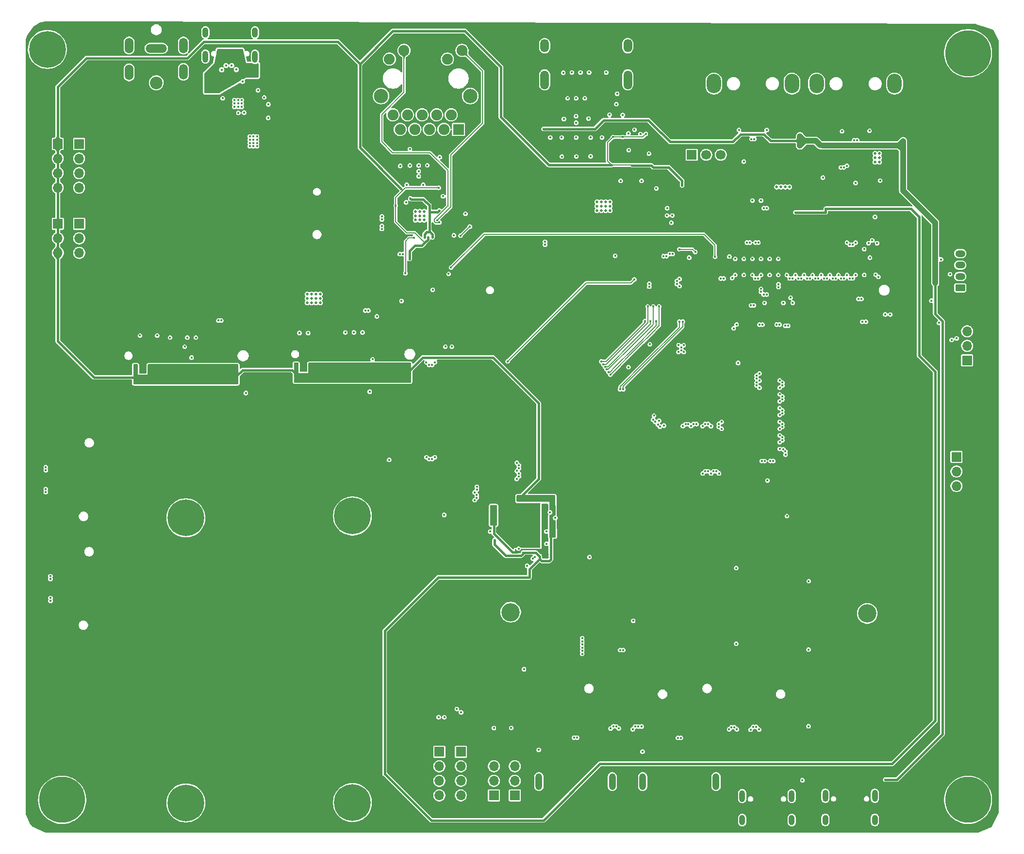
<source format=gbr>
%TF.GenerationSoftware,KiCad,Pcbnew,9.0.3*%
%TF.CreationDate,2025-07-29T21:44:47-04:00*%
%TF.ProjectId,[DFR1142]Lite Carrier for LattePanda Mu,5b444652-3131-4343-925d-4c6974652043,rev?*%
%TF.SameCoordinates,Original*%
%TF.FileFunction,Copper,L3,Inr*%
%TF.FilePolarity,Positive*%
%FSLAX46Y46*%
G04 Gerber Fmt 4.6, Leading zero omitted, Abs format (unit mm)*
G04 Created by KiCad (PCBNEW 9.0.3) date 2025-07-29 21:44:47*
%MOMM*%
%LPD*%
G01*
G04 APERTURE LIST*
G04 Aperture macros list*
%AMRoundRect*
0 Rectangle with rounded corners*
0 $1 Rounding radius*
0 $2 $3 $4 $5 $6 $7 $8 $9 X,Y pos of 4 corners*
0 Add a 4 corners polygon primitive as box body*
4,1,4,$2,$3,$4,$5,$6,$7,$8,$9,$2,$3,0*
0 Add four circle primitives for the rounded corners*
1,1,$1+$1,$2,$3*
1,1,$1+$1,$4,$5*
1,1,$1+$1,$6,$7*
1,1,$1+$1,$8,$9*
0 Add four rect primitives between the rounded corners*
20,1,$1+$1,$2,$3,$4,$5,0*
20,1,$1+$1,$4,$5,$6,$7,0*
20,1,$1+$1,$6,$7,$8,$9,0*
20,1,$1+$1,$8,$9,$2,$3,0*%
G04 Aperture macros list end*
%TA.AperFunction,ComponentPad*%
%ADD10C,0.800000*%
%TD*%
%TA.AperFunction,ComponentPad*%
%ADD11C,6.400000*%
%TD*%
%TA.AperFunction,ComponentPad*%
%ADD12R,1.700000X1.700000*%
%TD*%
%TA.AperFunction,ComponentPad*%
%ADD13C,1.700000*%
%TD*%
%TA.AperFunction,ComponentPad*%
%ADD14O,1.700000X1.700000*%
%TD*%
%TA.AperFunction,ComponentPad*%
%ADD15O,1.500000X2.300000*%
%TD*%
%TA.AperFunction,ComponentPad*%
%ADD16O,1.500000X3.300000*%
%TD*%
%TA.AperFunction,ComponentPad*%
%ADD17C,2.500000*%
%TD*%
%TA.AperFunction,ComponentPad*%
%ADD18C,1.900000*%
%TD*%
%TA.AperFunction,ComponentPad*%
%ADD19R,1.900000X1.900000*%
%TD*%
%TA.AperFunction,ComponentPad*%
%ADD20O,1.500000X2.700000*%
%TD*%
%TA.AperFunction,ComponentPad*%
%ADD21O,3.700000X1.500000*%
%TD*%
%TA.AperFunction,ComponentPad*%
%ADD22C,2.200000*%
%TD*%
%TA.AperFunction,ComponentPad*%
%ADD23O,1.000000X1.800000*%
%TD*%
%TA.AperFunction,ComponentPad*%
%ADD24O,1.000000X2.100000*%
%TD*%
%TA.AperFunction,HeatsinkPad*%
%ADD25O,2.520000X3.400000*%
%TD*%
%TA.AperFunction,HeatsinkPad*%
%ADD26O,1.200000X2.900000*%
%TD*%
%TA.AperFunction,ComponentPad*%
%ADD27O,1.750000X1.200000*%
%TD*%
%TA.AperFunction,ComponentPad*%
%ADD28RoundRect,0.250000X0.625000X-0.350000X0.625000X0.350000X-0.625000X0.350000X-0.625000X-0.350000X0*%
%TD*%
%TA.AperFunction,ComponentPad*%
%ADD29C,0.900000*%
%TD*%
%TA.AperFunction,ComponentPad*%
%ADD30C,8.000000*%
%TD*%
%TA.AperFunction,ComponentPad*%
%ADD31C,3.200000*%
%TD*%
%TA.AperFunction,ViaPad*%
%ADD32C,0.400000*%
%TD*%
%TA.AperFunction,ViaPad*%
%ADD33C,0.460000*%
%TD*%
%TA.AperFunction,ViaPad*%
%ADD34C,0.500000*%
%TD*%
%TA.AperFunction,Conductor*%
%ADD35C,0.400000*%
%TD*%
%TA.AperFunction,Conductor*%
%ADD36C,0.200000*%
%TD*%
%TA.AperFunction,Conductor*%
%ADD37C,0.150000*%
%TD*%
%TA.AperFunction,Conductor*%
%ADD38C,1.000000*%
%TD*%
G04 APERTURE END LIST*
D10*
%TO.N,GND*%
%TO.C,H1*%
X122992573Y-58020627D03*
X124689629Y-58723571D03*
X121295517Y-58723571D03*
X125392573Y-60420627D03*
D11*
X122992573Y-60420627D03*
D10*
X120592573Y-60420627D03*
X124689629Y-62117683D03*
X121295517Y-62117683D03*
X122992573Y-62820627D03*
%TD*%
D12*
%TO.N,Net-(J88-Pin_1)*%
%TO.C,J88*%
X235410000Y-78825000D03*
D13*
%TO.N,Net-(A1-~{BIOS_SEL})*%
X237950000Y-78825000D03*
%TO.N,Net-(J88-Pin_3)*%
X240490000Y-78825000D03*
%TD*%
D10*
%TO.N,GND*%
%TO.C,H1*%
X178625000Y-141850000D03*
X177922056Y-143547056D03*
X177922056Y-140152944D03*
X176225000Y-144250000D03*
D11*
X176225000Y-141850000D03*
D10*
X176225000Y-139450000D03*
X174527944Y-143547056D03*
X174527944Y-140152944D03*
X173825000Y-141850000D03*
%TD*%
%TO.N,GND*%
%TO.C,H2*%
X149550000Y-142175000D03*
X148847056Y-143872056D03*
X148847056Y-140477944D03*
X147150000Y-144575000D03*
D11*
X147150000Y-142175000D03*
D10*
X147150000Y-139775000D03*
X145452944Y-143872056D03*
X145452944Y-140477944D03*
X144750000Y-142175000D03*
%TD*%
%TO.N,GND*%
%TO.C,H3*%
X149550000Y-191908582D03*
X148847056Y-193605638D03*
X148847056Y-190211526D03*
X147150000Y-194308582D03*
D11*
X147150000Y-191908582D03*
D10*
X147150000Y-189508582D03*
X145452944Y-193605638D03*
X145452944Y-190211526D03*
X144750000Y-191908582D03*
%TD*%
%TO.N,GND*%
%TO.C,H4*%
X178625000Y-191850000D03*
X177922056Y-193547056D03*
X177922056Y-190152944D03*
X176225000Y-194250000D03*
D11*
X176225000Y-191850000D03*
D10*
X176225000Y-189450000D03*
X174527944Y-193547056D03*
X174527944Y-190152944D03*
X173825000Y-191850000D03*
%TD*%
D14*
%TO.N,GND*%
%TO.C,J1*%
X281600000Y-136605000D03*
%TO.N,Net-(A1-SIO_UART_RX)*%
X281600000Y-134065000D03*
D12*
%TO.N,Net-(A1-SIO_UART_TX)*%
X281600000Y-131525000D03*
%TD*%
D15*
%TO.N,GND*%
%TO.C,J3*%
X224250000Y-59785000D03*
X209750000Y-59785000D03*
D16*
X224250000Y-65745000D03*
X209750000Y-65745000D03*
%TD*%
D17*
%TO.N,GND*%
%TO.C,J6*%
X181225000Y-68550000D03*
X196775000Y-68550000D03*
D18*
X183285000Y-71850000D03*
%TO.N,/Gigabit Ethernet/MDI3-*%
X184555000Y-74390000D03*
%TO.N,/Gigabit Ethernet/MDI3+*%
X185825000Y-71850000D03*
%TO.N,/Gigabit Ethernet/MDI2-*%
X187095000Y-74390000D03*
%TO.N,/Gigabit Ethernet/MDI2+*%
X188365000Y-71850000D03*
%TO.N,/Gigabit Ethernet/MDI1-*%
X189635000Y-74390000D03*
%TO.N,/Gigabit Ethernet/MDI1+*%
X190905000Y-71850000D03*
%TO.N,/Gigabit Ethernet/MDI0-*%
X192175000Y-74390000D03*
%TO.N,/Gigabit Ethernet/MDI0+*%
X193445000Y-71850000D03*
D19*
%TO.N,Net-(J6-CT)*%
X194715000Y-74390000D03*
D18*
%TO.N,/Gigabit Ethernet/LED1_1000*%
X195325000Y-60600000D03*
%TO.N,Net-(J6-PadL3)*%
X192785000Y-62120000D03*
%TO.N,/Gigabit Ethernet/LED2_ACT*%
X185215000Y-60600000D03*
%TO.N,Net-(J6-PadL1)*%
X182675000Y-62120000D03*
%TD*%
D14*
%TO.N,/GPIO/I2C5_SDA*%
%TO.C,J7*%
X191375000Y-190600609D03*
%TO.N,/GPIO/I2C4_SDA*%
X191375000Y-188060609D03*
%TO.N,/GPIO/I2C3_SDA*%
X191375000Y-185520609D03*
D12*
%TO.N,/GPIO/I2C2_SDA*%
X191375000Y-182980609D03*
%TD*%
D14*
%TO.N,/GPIO/SOC_UART2_RX*%
%TO.C,J8*%
X200900000Y-185510000D03*
%TO.N,/GPIO/SOC_UART0_RX*%
X200900000Y-188050000D03*
D12*
%TO.N,/GPIO/SOC_UART1_RX*%
X200900000Y-190590000D03*
%TD*%
D14*
%TO.N,/GPIO/I2C5_SCL*%
%TO.C,J9*%
X195125000Y-190600000D03*
%TO.N,/GPIO/I2C4_SCL*%
X195125000Y-188060000D03*
%TO.N,/GPIO/I2C3_SCL*%
X195125000Y-185520000D03*
D12*
%TO.N,/GPIO/I2C2_SCL*%
X195125000Y-182980000D03*
%TD*%
D14*
%TO.N,/GPIO/SOC_UART2_TX*%
%TO.C,J10*%
X204550000Y-185510000D03*
%TO.N,/GPIO/SOC_UART0_TX*%
X204550000Y-188050000D03*
D12*
%TO.N,/GPIO/SOC_UART1_TX*%
X204550000Y-190590000D03*
%TD*%
D14*
%TO.N,GND*%
%TO.C,J11*%
X128550000Y-95930000D03*
X128550000Y-93390000D03*
D12*
X128550000Y-90850000D03*
%TD*%
D14*
%TO.N,GND*%
%TO.C,J12*%
X128525000Y-84540000D03*
X128525000Y-82000000D03*
X128525000Y-79460000D03*
D12*
X128525000Y-76920000D03*
%TD*%
D14*
%TO.N,+3V3*%
%TO.C,J13*%
X124800000Y-84540000D03*
X124800000Y-82000000D03*
X124800000Y-79460000D03*
D12*
X124800000Y-76920000D03*
%TD*%
D14*
%TO.N,+3V3*%
%TO.C,J14*%
X124825000Y-95930000D03*
X124825000Y-93390000D03*
D12*
X124825000Y-90850000D03*
%TD*%
D20*
%TO.N,GND*%
%TO.C,J17*%
X146750000Y-64350000D03*
X146750000Y-59750000D03*
X137250000Y-64450000D03*
X137250000Y-59750000D03*
D21*
X142000000Y-60250000D03*
D22*
%TO.N,+12V*%
X142000000Y-66250000D03*
%TD*%
D23*
%TO.N,GND*%
%TO.C,J18*%
X150580000Y-57475000D03*
D24*
X150580000Y-61675000D03*
D23*
X159220000Y-57475000D03*
D24*
X159220000Y-61675000D03*
%TD*%
D25*
%TO.N,GND*%
%TO.C,J78*%
X239288999Y-66400000D03*
X252888999Y-66400000D03*
%TD*%
D23*
%TO.N,GND*%
%TO.C,J79*%
X267360000Y-194860000D03*
D24*
X267360000Y-190660000D03*
D23*
X258720000Y-194860000D03*
D24*
X258720000Y-190660000D03*
%TD*%
D25*
%TO.N,GND*%
%TO.C,J80*%
X257200000Y-66407500D03*
X270800000Y-66407500D03*
%TD*%
D23*
%TO.N,GND*%
%TO.C,J81*%
X252860000Y-194910000D03*
D24*
X252860000Y-190710000D03*
D23*
X244220000Y-194910000D03*
D24*
X244220000Y-190710000D03*
%TD*%
D26*
%TO.N,GND*%
%TO.C,J82*%
X239650000Y-188200000D03*
X226850000Y-188200000D03*
%TD*%
%TO.N,GND*%
%TO.C,J83*%
X221550000Y-188200000D03*
X208750000Y-188200000D03*
%TD*%
D14*
%TO.N,/LattePanda Module/SLS_S3*%
%TO.C,JP1*%
X283450000Y-109610000D03*
%TO.N,Net-(JP1-C)*%
X283450000Y-112150000D03*
D12*
%TO.N,/~{PWR_LED}{slash}~{PSON}*%
X283450000Y-114690000D03*
%TD*%
D27*
%TO.N,Net-(M1-PWM)*%
%TO.C,M1*%
X282250000Y-96050000D03*
%TO.N,Net-(D26-A)*%
X282250000Y-98050000D03*
%TO.N,+5V*%
X282250000Y-100050000D03*
D28*
%TO.N,GND*%
X282250000Y-102050000D03*
%TD*%
D29*
%TO.N,GND*%
%TO.C,H72*%
X122575000Y-191375000D03*
X123453680Y-189253680D03*
X123453680Y-193496320D03*
X125575000Y-188375000D03*
D30*
X125575000Y-191375000D03*
D29*
X125575000Y-194375000D03*
X127696320Y-189253680D03*
X127696320Y-193496320D03*
X128575000Y-191375000D03*
%TD*%
%TO.N,GND*%
%TO.C,H73*%
X280628680Y-191375000D03*
X281507360Y-189253680D03*
X281507360Y-193496320D03*
X283628680Y-188375000D03*
D30*
X283628680Y-191375000D03*
D29*
X283628680Y-194375000D03*
X285750000Y-189253680D03*
X285750000Y-193496320D03*
X286628680Y-191375000D03*
%TD*%
D31*
%TO.N,GND*%
%TO.C,H6*%
X266025000Y-158850000D03*
%TD*%
%TO.N,GND*%
%TO.C,H5*%
X203825000Y-158625000D03*
%TD*%
D29*
%TO.N,GND*%
%TO.C,H74*%
X280628680Y-61096320D03*
X281507360Y-58975000D03*
X281507360Y-63217640D03*
X283628680Y-58096320D03*
D30*
X283628680Y-61096320D03*
D29*
X283628680Y-64096320D03*
X285750000Y-58975000D03*
X285750000Y-63217640D03*
X286628680Y-61096320D03*
%TD*%
D32*
%TO.N,GND*%
X190600000Y-115025000D03*
X189100000Y-115025000D03*
%TO.N,/LattePanda Module/REFCLK2+*%
X190100800Y-115475000D03*
%TO.N,/LattePanda Module/REFCLK2-*%
X189599200Y-115475000D03*
%TO.N,GND*%
X224375000Y-115875000D03*
X228100000Y-111875000D03*
%TO.N,/LattePanda Module/SUSCLK_WIFI*%
X233225000Y-95300000D03*
%TO.N,/Gigabit Ethernet/GbE_PCIe_TX+*%
X232075800Y-96125000D03*
%TO.N,/Gigabit Ethernet/GbE_PCIe_TX-*%
X231574200Y-96125000D03*
%TO.N,/Gigabit Ethernet/GbE_PCIe_CLK-*%
X230499200Y-96500000D03*
%TO.N,/Gigabit Ethernet/GbE_PCIe_CLK+*%
X231000800Y-96500000D03*
%TO.N,/LattePanda Module/SUSCLK_WIFI*%
X225375000Y-100575000D03*
%TO.N,GND*%
X208000000Y-149025000D03*
X207700000Y-149260000D03*
X206150000Y-168575000D03*
X233125000Y-112025000D03*
X233100000Y-113225000D03*
X234025000Y-113225000D03*
X234000000Y-112050000D03*
%TO.N,/Gigabit Ethernet/GbE_PCIe_RX-*%
X233575000Y-112399200D03*
%TO.N,/Gigabit Ethernet/GbE_PCIe_RX+*%
X233575000Y-112900800D03*
%TO.N,GND*%
X245675000Y-179125000D03*
X247175000Y-179100000D03*
X241925000Y-179050000D03*
X243275000Y-179050000D03*
X226650000Y-178575000D03*
X225125000Y-179050000D03*
X221250000Y-178925000D03*
X222675000Y-178900000D03*
%TO.N,/GPIO/I2C4_SDA*%
X192250000Y-176950000D03*
%TO.N,/GPIO/I2C3_SDA*%
X191250000Y-176950000D03*
%TO.N,/GPIO/I2C4_SDA*%
X195175000Y-176100000D03*
%TO.N,/GPIO/I2C3_SDA*%
X194430699Y-175505699D03*
%TO.N,/GPIO/I2C2_SDA*%
X216300000Y-163149985D03*
%TO.N,/GPIO/I2C2_SCL*%
X216300000Y-163699988D03*
%TO.N,/GPIO/I2C3_SDA*%
X216300000Y-164249991D03*
%TO.N,/GPIO/I2C3_SCL*%
X216300000Y-164799994D03*
%TO.N,/GPIO/I2C4_SDA*%
X216300000Y-165349997D03*
%TO.N,/GPIO/I2C4_SCL*%
X216300000Y-165900000D03*
%TO.N,/GPIO/I2C2_SDA*%
X219650000Y-114875000D03*
%TO.N,/GPIO/I2C2_SCL*%
X219962199Y-115356474D03*
%TO.N,/GPIO/I2C3_SDA*%
X220268807Y-115813086D03*
%TO.N,/GPIO/I2C3_SCL*%
X220570443Y-116272998D03*
%TO.N,/GPIO/I2C4_SDA*%
X220888408Y-116721775D03*
%TO.N,/GPIO/I2C4_SCL*%
X221200000Y-117175000D03*
%TO.N,/GPIO/SOC_UART2_RX*%
X222924997Y-165225000D03*
%TO.N,/GPIO/SOC_UART2_TX*%
X223475000Y-165225000D03*
%TO.N,/GPIO/SOC_UART2_RX*%
X222924997Y-119725000D03*
%TO.N,/GPIO/SOC_UART2_TX*%
X223475000Y-119725000D03*
%TO.N,GND*%
X203925000Y-178815000D03*
X200900000Y-178840000D03*
%TO.N,/LattePanda Module/SUSCLK_WIFI*%
X203300000Y-114850000D03*
%TO.N,/~{PLT_RST}*%
X185450000Y-99475000D03*
X182625000Y-132050000D03*
%TO.N,+3V3*%
X207100000Y-152550000D03*
%TO.N,+5V*%
X209550000Y-74300000D03*
%TO.N,/LattePanda Module/SUSCLK_WIFI*%
X236025000Y-95775000D03*
X157625000Y-120375000D03*
X179225000Y-120150000D03*
%TO.N,+3V3*%
X278550000Y-108150000D03*
%TO.N,/GPIO/I2C4_SCL*%
X229725000Y-105275000D03*
%TO.N,/GPIO/I2C4_SDA*%
X229225000Y-107825000D03*
%TO.N,/GPIO/I2C3_SCL*%
X228725000Y-105275000D03*
%TO.N,/GPIO/I2C3_SDA*%
X228225000Y-107850000D03*
%TO.N,/GPIO/I2C2_SCL*%
X227725000Y-105275000D03*
%TO.N,/GPIO/I2C2_SDA*%
X227225000Y-107850000D03*
%TO.N,Net-(A1-SIO_UART_RX)*%
X265150000Y-107950000D03*
%TO.N,Net-(A1-SIO_UART_TX)*%
X265800000Y-107950000D03*
%TO.N,GND*%
X243500000Y-115125000D03*
%TO.N,/GPIO/SOC_UART2_TX*%
X233850000Y-107925000D03*
%TO.N,/GPIO/SOC_UART2_RX*%
X233225000Y-107925000D03*
%TO.N,/BIOS/SPI_IO1*%
X232025000Y-89400000D03*
%TO.N,/BIOS/SPI_CS*%
X231850000Y-90675000D03*
X231125000Y-88125000D03*
%TO.N,/BIOS/SPI_IO1*%
X231100000Y-89400000D03*
%TO.N,VDC*%
X241500000Y-82325000D03*
%TO.N,Net-(A1-~{BIOS_SEL})*%
X234975000Y-96750000D03*
%TO.N,+3V3*%
X233725000Y-84150000D03*
X210775000Y-145050000D03*
D33*
%TO.N,+1V2*%
X209699010Y-149050051D03*
X210200000Y-149050000D03*
X209699010Y-148550051D03*
X210199411Y-148550051D03*
D32*
X210087500Y-140837500D03*
X209825000Y-140375000D03*
%TO.N,/~{PLT_RST}*%
X206700000Y-150525000D03*
%TO.N,/LattePanda Module/REFCLK2-*%
X209825000Y-93999200D03*
%TO.N,/LattePanda Module/REFCLK2+*%
X209825000Y-94500800D03*
%TO.N,GND*%
X233275000Y-100475000D03*
X233275000Y-101725000D03*
X189125000Y-131600000D03*
X190575000Y-131600000D03*
%TO.N,/LattePanda Module/REFCLK2-*%
X189599200Y-131900000D03*
%TO.N,/LattePanda Module/REFCLK2+*%
X190100800Y-131900000D03*
%TO.N,/LattePanda Module/REFCLK2-*%
X232825000Y-100849200D03*
%TO.N,/LattePanda Module/REFCLK2+*%
X232825000Y-101350800D03*
%TO.N,GND*%
X237325000Y-134425000D03*
X240175000Y-134425000D03*
X238775000Y-134425000D03*
X237300000Y-126175000D03*
X238750000Y-126175000D03*
X240625000Y-125425000D03*
X240625000Y-126625000D03*
%TO.N,/LattePanda Module/HSIO_8_TX-*%
X239224200Y-134050000D03*
%TO.N,/LattePanda Module/HSIO_8_TX+*%
X239725800Y-134050000D03*
%TO.N,/LattePanda Module/HSIO_8_TX-*%
X240130455Y-125780074D03*
%TO.N,/LattePanda Module/HSIO_8_TX+*%
X240130455Y-126281674D03*
%TO.N,/LattePanda Module/HSIO_8_RX-*%
X237774200Y-125800000D03*
%TO.N,/LattePanda Module/HSIO_8_RX+*%
X238275800Y-125800000D03*
%TO.N,/LattePanda Module/HSIO_9_TX-*%
X235740732Y-125800000D03*
%TO.N,/LattePanda Module/HSIO_9_TX+*%
X236242332Y-125800000D03*
%TO.N,GND*%
X233875000Y-126150000D03*
X235275000Y-126150000D03*
%TO.N,/LattePanda Module/HSIO_9_RX+*%
X234825800Y-125825000D03*
%TO.N,/LattePanda Module/HSIO_9_RX-*%
X234324200Y-125825000D03*
%TO.N,GND*%
X200250000Y-144550000D03*
%TO.N,SATA4_RX-*%
X123525000Y-152838300D03*
%TO.N,SATA4_RX+*%
X123525000Y-152336700D03*
%TO.N,SATA4_RX-*%
X197925000Y-137250800D03*
%TO.N,SATA4_RX+*%
X197925000Y-136749200D03*
%TO.N,GND*%
X197548353Y-139060646D03*
X197550000Y-137725000D03*
%TO.N,SATA4_TX-*%
X197915135Y-138149200D03*
%TO.N,SATA4_TX+*%
X197915135Y-138650800D03*
%TO.N,SATA4_TX-*%
X123554651Y-156146700D03*
%TO.N,SATA4_TX+*%
X123554651Y-156648300D03*
%TO.N,GND*%
X204900000Y-132550000D03*
%TO.N,SATA3_RX+*%
X205258130Y-133007940D03*
%TO.N,SATA3_RX-*%
X205258130Y-133509540D03*
%TO.N,GND*%
X204875000Y-135375000D03*
X204900000Y-133975000D03*
%TO.N,SATA3_TX-*%
X205250000Y-134424200D03*
%TO.N,SATA3_TX+*%
X205250000Y-134925800D03*
%TO.N,SATA3_TX-*%
X122710300Y-137156700D03*
%TO.N,SATA3_TX+*%
X122710300Y-137658300D03*
D34*
%TO.N,GND*%
X267400000Y-78600000D03*
D32*
X210075000Y-146700000D03*
D34*
X170575000Y-104625000D03*
D32*
X222050000Y-96450000D03*
X139150000Y-110350000D03*
X156900000Y-69275000D03*
X155625000Y-69275000D03*
X247500000Y-86800000D03*
X250500000Y-99775000D03*
D34*
X169075000Y-103875000D03*
X170575000Y-103875000D03*
D32*
X261625000Y-74707500D03*
X223375000Y-71875000D03*
X217775000Y-79075000D03*
X244500000Y-80000000D03*
X250750000Y-127775000D03*
X265500000Y-99775000D03*
D34*
X268150000Y-79350000D03*
D32*
X246000000Y-86800000D03*
D34*
X218900000Y-87025000D03*
D32*
X250750000Y-125400000D03*
X225425000Y-74450000D03*
X157050000Y-66025000D03*
X186237500Y-80662500D03*
X142150000Y-110350000D03*
D34*
X187216150Y-89450000D03*
X268150000Y-78600000D03*
X251738999Y-84425000D03*
D32*
X217500000Y-64450000D03*
X248625000Y-135650000D03*
X251780145Y-131126642D03*
D34*
X187216150Y-88700000D03*
D32*
X193927669Y-92860793D03*
X244500000Y-99775000D03*
D34*
X220400000Y-87775000D03*
D32*
X243638999Y-74475000D03*
X278925000Y-97075000D03*
D34*
X187966150Y-88700000D03*
D32*
X255790000Y-178535000D03*
X212750000Y-79125000D03*
X177975000Y-109800000D03*
X192016150Y-86050000D03*
X255000000Y-99775000D03*
X247225000Y-118225000D03*
X252000000Y-99775000D03*
X252025000Y-141850000D03*
X156275000Y-70450000D03*
X264000000Y-94150000D03*
X250750000Y-130125000D03*
X215225000Y-72075000D03*
X250750000Y-128975000D03*
X255800000Y-165150000D03*
D34*
X169825000Y-103125000D03*
D32*
X253500000Y-99775000D03*
D34*
X221150000Y-87775000D03*
D32*
X262500000Y-99775000D03*
X266425000Y-74625000D03*
D34*
X188716150Y-90200000D03*
D32*
X156900000Y-70450000D03*
X243000000Y-99775000D03*
D34*
X220400000Y-88525000D03*
D32*
X226450000Y-75175000D03*
X156900000Y-69875000D03*
D34*
X170575000Y-103125000D03*
X187966150Y-90200000D03*
X187966150Y-89450000D03*
D32*
X168475000Y-109925000D03*
D34*
X219650000Y-87025000D03*
D32*
X244500000Y-96975000D03*
X148900000Y-110700000D03*
X220500000Y-64450000D03*
D34*
X219650000Y-88525000D03*
D32*
X185691150Y-84050000D03*
D34*
X220400000Y-87025000D03*
D32*
X187775000Y-81675000D03*
X247500000Y-99775000D03*
X280475000Y-99650000D03*
X246000000Y-96975000D03*
D34*
X267400000Y-80100000D03*
D32*
X222250000Y-69975000D03*
D34*
X268150000Y-80100000D03*
X188716150Y-89450000D03*
X168325000Y-104625000D03*
X168325000Y-103125000D03*
D32*
X176475000Y-109800000D03*
D34*
X252488999Y-84425000D03*
X169825000Y-104625000D03*
D32*
X215250000Y-68950000D03*
X246000000Y-99775000D03*
X265500000Y-95275000D03*
X211600000Y-142175000D03*
X216000000Y-64450000D03*
X188566150Y-84050000D03*
X185575000Y-87100000D03*
X213100000Y-72575000D03*
X189275000Y-80650000D03*
X195942669Y-89100793D03*
X243175000Y-164125000D03*
X214500000Y-64450000D03*
X187775000Y-80675000D03*
X264000000Y-99775000D03*
X187775000Y-82575000D03*
X243000000Y-96975000D03*
X153575000Y-68950000D03*
X155625000Y-69875000D03*
D34*
X250988999Y-84425000D03*
D32*
X144400000Y-110700000D03*
X216750000Y-68950000D03*
X259500000Y-99775000D03*
X250750000Y-124225000D03*
X215275000Y-79100000D03*
X221075000Y-71825000D03*
D34*
X169825000Y-103875000D03*
D32*
X250750000Y-120600000D03*
X262500000Y-94150000D03*
X213000000Y-64500000D03*
X250750000Y-119450000D03*
X156275000Y-69875000D03*
X243175000Y-150925000D03*
X210675000Y-141200000D03*
X250750000Y-123000000D03*
D34*
X188716150Y-88700000D03*
X218900000Y-87775000D03*
D32*
X250500000Y-96975000D03*
X155625000Y-70450000D03*
X247500000Y-96975000D03*
X217400000Y-72500000D03*
D34*
X187216150Y-90200000D03*
D32*
X249000000Y-99775000D03*
D34*
X250238999Y-84425000D03*
D32*
X225200000Y-160125000D03*
X262500000Y-80725000D03*
X166975000Y-109900000D03*
X248488999Y-74500000D03*
X156275000Y-69275000D03*
D34*
X168325000Y-103875000D03*
D32*
X184550000Y-80750000D03*
X215250000Y-73215000D03*
D34*
X169075000Y-103125000D03*
D32*
X191450000Y-79225000D03*
X247225000Y-116975000D03*
X213750000Y-68950000D03*
X228825000Y-124325000D03*
X224425000Y-78000000D03*
X258000000Y-99775000D03*
X186237500Y-77812500D03*
X256500000Y-99775000D03*
X205200000Y-147544015D03*
X281625000Y-110850000D03*
X249000000Y-96975000D03*
X229700000Y-125225000D03*
X250750000Y-126625000D03*
D34*
X221150000Y-87025000D03*
D32*
X261000000Y-99775000D03*
X250750000Y-118175000D03*
D34*
X221150000Y-88525000D03*
D32*
X250750000Y-121850000D03*
X230550000Y-126075000D03*
D34*
X219650000Y-87775000D03*
D32*
X255825000Y-153200000D03*
X147400000Y-110700000D03*
D34*
X169075000Y-104625000D03*
D32*
X174975000Y-109800000D03*
X247225000Y-119450000D03*
X264000000Y-83725000D03*
D34*
X267400000Y-79350000D03*
X218900000Y-88525000D03*
D32*
%TO.N,/Gigabit Ethernet/GbE_PCIe_CLK+*%
X181350000Y-91249200D03*
%TO.N,/Gigabit Ethernet/GbE_PCIe_TX+*%
X247483815Y-102224200D03*
X252504199Y-100385597D03*
X181350000Y-89586700D03*
D34*
%TO.N,VDC*%
X201750000Y-94550000D03*
X203200000Y-103625000D03*
X202400000Y-109575000D03*
X149000000Y-80975000D03*
X271850000Y-92225000D03*
X148250000Y-71775000D03*
X148250000Y-71025000D03*
X149000000Y-86950000D03*
X148250000Y-80225000D03*
X253063999Y-79350000D03*
X254563999Y-79350000D03*
X201750000Y-96800000D03*
X203150000Y-108075000D03*
X201650000Y-108825000D03*
X149000000Y-84700000D03*
X149000000Y-83950000D03*
X271850000Y-90725000D03*
X253813999Y-80100000D03*
X148250000Y-76500000D03*
X203250000Y-96050000D03*
X253063999Y-80100000D03*
X202400000Y-108825000D03*
X253813999Y-80850000D03*
X202500000Y-94550000D03*
X149750000Y-75750000D03*
X202500000Y-95300000D03*
X149000000Y-73275000D03*
X149750000Y-80975000D03*
X148250000Y-80975000D03*
X148250000Y-77250000D03*
X149000000Y-82475000D03*
X203250000Y-96800000D03*
X149750000Y-86200000D03*
X149000000Y-76500000D03*
X253813999Y-79350000D03*
X272600000Y-91475000D03*
X254563999Y-80850000D03*
X200900000Y-108075000D03*
X149750000Y-78000000D03*
X148250000Y-73275000D03*
X149000000Y-81725000D03*
X148250000Y-86950000D03*
X148250000Y-79475000D03*
X148250000Y-81725000D03*
X272600000Y-90725000D03*
X149750000Y-72525000D03*
X253063999Y-80850000D03*
X148250000Y-83950000D03*
X202450000Y-103625000D03*
X149750000Y-70275000D03*
X148250000Y-72525000D03*
X149750000Y-77250000D03*
X149000000Y-80225000D03*
X273350000Y-90725000D03*
X203150000Y-108825000D03*
X202400000Y-108075000D03*
X201650000Y-108075000D03*
X149000000Y-70275000D03*
X200950000Y-105125000D03*
X273350000Y-91475000D03*
X149750000Y-71025000D03*
X149750000Y-73275000D03*
X201750000Y-93800000D03*
X149750000Y-86950000D03*
X203200000Y-105125000D03*
X201750000Y-95300000D03*
X201750000Y-96050000D03*
X203150000Y-109575000D03*
X149000000Y-75000000D03*
X271850000Y-91475000D03*
X200950000Y-104375000D03*
X202500000Y-96800000D03*
X200900000Y-108825000D03*
X149000000Y-71025000D03*
X149000000Y-86200000D03*
X149000000Y-85450000D03*
X203250000Y-94550000D03*
X148250000Y-85450000D03*
X202500000Y-96050000D03*
X203200000Y-104375000D03*
X148250000Y-70275000D03*
X149750000Y-83950000D03*
X272600000Y-92225000D03*
X202500000Y-93800000D03*
X149000000Y-79475000D03*
X201700000Y-103625000D03*
X273350000Y-92225000D03*
X148250000Y-86200000D03*
X148250000Y-75750000D03*
X149000000Y-72525000D03*
X201700000Y-105125000D03*
X149000000Y-71775000D03*
X149000000Y-78000000D03*
X149750000Y-81725000D03*
X201700000Y-104375000D03*
X149750000Y-80225000D03*
X254563999Y-80100000D03*
X149750000Y-71775000D03*
X149750000Y-85450000D03*
X149750000Y-76500000D03*
X200900000Y-109575000D03*
X149000000Y-77250000D03*
X203250000Y-93800000D03*
X149750000Y-79475000D03*
X202450000Y-104375000D03*
X148250000Y-78000000D03*
X149000000Y-75750000D03*
X149750000Y-84700000D03*
X148250000Y-75000000D03*
X148250000Y-82475000D03*
X201650000Y-109575000D03*
X149750000Y-75000000D03*
X200950000Y-103625000D03*
X202450000Y-105125000D03*
X148250000Y-84700000D03*
X203250000Y-95300000D03*
X149750000Y-82475000D03*
D32*
%TO.N,/LattePanda Module/HSIO_9_TX+*%
X251212877Y-123904274D03*
X257507399Y-100382399D03*
%TO.N,/~{PWR_LED}{slash}~{PSON}*%
X267750000Y-94250000D03*
X229240000Y-84685000D03*
X266250000Y-94250000D03*
%TO.N,/USB2.0&USB3.0/CON_USB4_D_N*%
X248484604Y-88125000D03*
X246337299Y-76073364D03*
%TO.N,/LattePanda Module/HSIO_8_TX-*%
X258497600Y-100376599D03*
X251208817Y-125780074D03*
%TO.N,/USB2.0&USB3.0/CON_USB3_D_P*%
X261424200Y-81016207D03*
X263759200Y-76289615D03*
%TO.N,/USB2.0&USB3.0/CON_USB3_D_N*%
X261925800Y-81016207D03*
X264260800Y-76289615D03*
%TO.N,/LattePanda Module/HSIO_3_TX-*%
X251210604Y-128128742D03*
X259998400Y-100375000D03*
%TO.N,/LattePanda Module/HSIO_3_TX+*%
X251210604Y-128630342D03*
X260500000Y-100375000D03*
%TO.N,/LattePanda Module/HSIO_9_TX-*%
X257005799Y-100382399D03*
X251212877Y-123402674D03*
%TO.N,Net-(A1-~{CLKREQ4})*%
X242725000Y-109100000D03*
X192425000Y-112300000D03*
%TO.N,/USB2.0&USB3.0/CON_USB2_D_N*%
X249124200Y-132250000D03*
X253022658Y-104652342D03*
X248481549Y-103200000D03*
X252650000Y-103750000D03*
%TO.N,/LattePanda Module/HSIO_1_TX-*%
X246535699Y-94125000D03*
X262999200Y-100373401D03*
%TO.N,/LattePanda Module/~{PWR_SW}*%
X270050000Y-106675000D03*
X267975000Y-100125000D03*
%TO.N,/LattePanda Module/HSIO_2_TX+*%
X251752343Y-130577343D03*
X262000000Y-100375000D03*
%TO.N,/LattePanda Module/REFCLK0+*%
X153325800Y-107725000D03*
X247000000Y-100375000D03*
%TO.N,/Gigabit Ethernet/GbE_PCIe_RX-*%
X228000000Y-101324200D03*
X251729949Y-108650000D03*
X184979450Y-96150000D03*
%TO.N,/LattePanda Module/USB_2_P4+*%
X250731549Y-108434018D03*
X233500800Y-180550000D03*
%TO.N,/USB2.0&USB3.0/CON_USB4_D_P*%
X247983004Y-88125000D03*
X245835699Y-76073364D03*
%TO.N,/LattePanda Module/REFCLK3-*%
X245749200Y-105100000D03*
X178975800Y-105989107D03*
%TO.N,/HDMI/DDI_B_HPD*%
X226650000Y-83350000D03*
X223000000Y-83350000D03*
%TO.N,/USB2.0&USB3.0/CON_USB3_SSRX_P*%
X265000800Y-103959677D03*
X263500800Y-94511676D03*
%TO.N,/LattePanda Module/HSIO_2_TX-*%
X261498400Y-100375000D03*
X251397657Y-130222657D03*
%TO.N,/Gigabit Ethernet/GbE_PCIe_CLK-*%
X181350000Y-91750800D03*
%TO.N,/USB2.0&USB3.0/CON_USB4_SSRX_N*%
X245038199Y-94125000D03*
X250550000Y-101900800D03*
%TO.N,/LattePanda Module/USB_2_P4-*%
X250229949Y-108434018D03*
X232999200Y-180550000D03*
%TO.N,/LattePanda Module/HSIO_1_TX+*%
X247037299Y-94125000D03*
X263500800Y-100373401D03*
%TO.N,/~{WAKE}*%
X146950000Y-112300000D03*
X190225000Y-102375000D03*
X242456728Y-100325000D03*
X180475000Y-107000000D03*
X193000000Y-99600000D03*
%TO.N,/USB2.0&USB3.0/CON_USB2_D_P*%
X247979949Y-103200000D03*
X249625800Y-132250000D03*
%TO.N,/LattePanda Module/SLS_S3*%
X266500000Y-96750000D03*
X277200000Y-104275000D03*
%TO.N,Net-(A1-~{CLKREQ3})*%
X243230749Y-108419251D03*
X193550000Y-112300000D03*
%TO.N,/Gigabit Ethernet/GbE_PCIe_TX-*%
X181350000Y-90088300D03*
X253005799Y-100385597D03*
X247483815Y-102725800D03*
%TO.N,/LattePanda Module/REFCLK3+*%
X246250800Y-105100000D03*
X178474200Y-105989107D03*
%TO.N,/LattePanda Module/~{RST_SW}*%
X267500000Y-99725000D03*
X269175000Y-106675000D03*
%TO.N,/~{PLT_RST}*%
X184775000Y-104325000D03*
X179725000Y-114500000D03*
X196700000Y-91350000D03*
X148150000Y-114200000D03*
X186917412Y-93319000D03*
X241975000Y-96575000D03*
X195075000Y-92925000D03*
%TO.N,/USB2.0&USB3.0/CON_USB3_SSRX_N*%
X264499200Y-103959677D03*
X262999200Y-94511676D03*
%TO.N,/Gigabit Ethernet/GbE_PCIe_RX+*%
X228000000Y-101825800D03*
X252231549Y-108650000D03*
X184477850Y-96150000D03*
%TO.N,+BATT*%
X239480749Y-96600000D03*
X193425000Y-98475000D03*
%TO.N,/LattePanda Module/REFCLK0-*%
X246498400Y-100375000D03*
X152824200Y-107725000D03*
%TO.N,/USB2.0&USB3.0/CON_USB1_D_N*%
X247624200Y-132250000D03*
X248113819Y-104674537D03*
X240981549Y-100395466D03*
%TO.N,/LattePanda Module/HSIO_8_TX+*%
X258999200Y-100376599D03*
X251208817Y-126281674D03*
%TO.N,/USB2.0&USB3.0/CON_USB4_SSRX_P*%
X250550000Y-101399200D03*
X245539799Y-94125000D03*
%TO.N,/USB2.0&USB3.0/CON_USB1_D_P*%
X240479949Y-100395466D03*
X251398231Y-104663254D03*
X248125800Y-132250000D03*
%TO.N,+5V*%
X228375000Y-73275000D03*
X254288999Y-76375000D03*
X254288999Y-77225000D03*
X226815000Y-182960000D03*
X269165000Y-187835000D03*
X272275000Y-76500000D03*
X272275000Y-83325000D03*
X254715000Y-187935000D03*
X268275000Y-83300000D03*
X277900000Y-101150000D03*
X272275000Y-77825000D03*
X254288999Y-75600000D03*
X208725000Y-182650000D03*
X272275000Y-77175000D03*
%TO.N,+1V0*%
X186303650Y-86412500D03*
X188566150Y-86575000D03*
X191329490Y-88529802D03*
X188776150Y-93218061D03*
X190166150Y-93200000D03*
%TO.N,+3V3*%
X275100000Y-95125000D03*
X185100000Y-117175000D03*
X253476499Y-88862500D03*
X191250000Y-84575000D03*
X201000000Y-146050000D03*
X205200000Y-138875000D03*
X277815000Y-177635000D03*
X205975000Y-148225000D03*
X139775000Y-117650000D03*
X155225000Y-117375000D03*
X185900000Y-117175000D03*
X210800000Y-142050000D03*
X138925000Y-117650000D03*
X221650000Y-75725000D03*
X227400000Y-75175000D03*
X166950000Y-117600000D03*
X156025000Y-117375000D03*
X183775000Y-87675000D03*
X140625000Y-117650000D03*
X185500000Y-117575000D03*
X221425000Y-80600000D03*
X186191150Y-96991150D03*
X167350000Y-117200000D03*
X258788999Y-88225000D03*
X223350000Y-75725000D03*
X277925000Y-162350000D03*
X225000000Y-80650000D03*
X189381150Y-93200000D03*
X141475000Y-117650000D03*
X166550000Y-117200000D03*
X155625000Y-117775000D03*
%TO.N,/HDMI/HPD*%
X222400000Y-68175000D03*
X224362500Y-75112500D03*
%TO.N,/PSU/PWR_C_D+*%
X155150000Y-63225000D03*
X154150000Y-63225000D03*
%TO.N,+12V*%
X157300000Y-63400000D03*
X158950000Y-76775000D03*
X158950000Y-75600000D03*
X158300000Y-76200000D03*
X158950000Y-77325000D03*
X158125000Y-63875000D03*
X151500000Y-65350000D03*
X158300000Y-75600000D03*
X152775000Y-66525000D03*
X152775000Y-67075000D03*
X156825000Y-61125000D03*
X158300000Y-77325000D03*
X158850000Y-63875000D03*
X159575000Y-76200000D03*
X158125000Y-63400000D03*
X158300000Y-76775000D03*
X151500000Y-65950000D03*
X152150000Y-65950000D03*
X152150000Y-66525000D03*
X151500000Y-67075000D03*
X152775000Y-65350000D03*
X153000000Y-61100000D03*
X159575000Y-75600000D03*
X159575000Y-77325000D03*
X159575000Y-76775000D03*
X159550000Y-63875000D03*
X152150000Y-65350000D03*
X152775000Y-65950000D03*
X151500000Y-66525000D03*
X158950000Y-76200000D03*
X156225000Y-61125000D03*
X153700000Y-61100000D03*
X159550000Y-63400000D03*
X158850000Y-63400000D03*
X152150000Y-67075000D03*
%TO.N,/PSU/CC1*%
X161550000Y-70000000D03*
X155950000Y-63950000D03*
%TO.N,/PSU/CC2*%
X153400000Y-63975000D03*
X161525000Y-72375000D03*
%TO.N,/Gigabit Ethernet/LED2_ACT*%
X191380061Y-90613911D03*
%TO.N,/Gigabit Ethernet/LED1_1000*%
X190991150Y-90225000D03*
%TO.N,Net-(Q4-D)*%
X227950000Y-78600000D03*
X210725000Y-75800000D03*
X217775000Y-75800000D03*
X212725000Y-75800000D03*
X219750000Y-75800000D03*
X215250000Y-75800000D03*
%TO.N,Net-(U14-VBUS)*%
X156325000Y-71500000D03*
X159747387Y-67551000D03*
%TO.N,Net-(U14-CFG1)*%
X157325000Y-71448000D03*
X160825000Y-68800000D03*
%TO.N,/PSU/PWR_EN*%
X267375000Y-89650000D03*
X266900000Y-93750000D03*
X280750000Y-111125000D03*
X258300000Y-82800000D03*
%TO.N,/LattePanda Module/USB_2_P8-*%
X214899200Y-180525000D03*
X247229949Y-108455609D03*
%TO.N,/LattePanda Module/USB_2_P8+*%
X247731549Y-108455609D03*
X215400800Y-180525000D03*
%TO.N,+1V2*%
X200850000Y-140550000D03*
X210075000Y-143050000D03*
X200900000Y-143050000D03*
X205005000Y-148125000D03*
%TO.N,/PCIe x4/SATA/SATA_TX_2+*%
X229852343Y-126252343D03*
X226048300Y-178576990D03*
X251217912Y-121500678D03*
X256006599Y-100383998D03*
%TO.N,/PCIe x4/SATA/SATA_RX_2-*%
X228672657Y-125047657D03*
%TO.N,/PCIe x4/SATA/SATA_RX_2+*%
X221723400Y-178550000D03*
X229027343Y-125402343D03*
%TO.N,/PCIe x4/SATA/SATA_RX_2-*%
X222225000Y-178550000D03*
%TO.N,/PCIe x4/SATA/SATA_TX_2-*%
X229497657Y-125897657D03*
X225546700Y-178576990D03*
X255504999Y-100383998D03*
X251217912Y-120999078D03*
%TO.N,/PCIe x4/SATA/SATA_RX_3-*%
X242850800Y-178700000D03*
%TO.N,/PCIe x4/SATA/SATA_RX_3+*%
X246725000Y-117850800D03*
%TO.N,/PCIe x4/SATA/SATA_TX_3+*%
X246650800Y-178636584D03*
X246725000Y-119070490D03*
X254506599Y-100383998D03*
X251225035Y-119070490D03*
%TO.N,/PCIe x4/SATA/SATA_TX_3-*%
X251225035Y-118568890D03*
X246725000Y-118568890D03*
X246149200Y-178636584D03*
X254004999Y-100383998D03*
%TO.N,/PCIe x4/SATA/SATA_RX_3+*%
X242349200Y-178700000D03*
%TO.N,/PCIe x4/SATA/SATA_RX_3-*%
X246725000Y-117349200D03*
%TO.N,Net-(U78-GPIO0)*%
X217575000Y-149000000D03*
X210050000Y-144550000D03*
%TO.N,SATA3_RX+*%
X122713606Y-133331700D03*
%TO.N,SATA3_RX-*%
X122713606Y-133833300D03*
%TO.N,/LattePanda Module/HSIO_8_RX+*%
X238275800Y-134048342D03*
%TO.N,/LattePanda Module/HSIO_8_RX-*%
X237774200Y-134048342D03*
%TO.N,/~{PLT_RST}*%
X192225000Y-141650000D03*
%TD*%
D35*
%TO.N,+3V3*%
X185900000Y-116750000D02*
X185900000Y-117175000D01*
X188475000Y-114175000D02*
X185900000Y-116750000D01*
X200725000Y-114175000D02*
X188475000Y-114175000D01*
X208700000Y-122150000D02*
X200725000Y-114175000D01*
X208700000Y-135375000D02*
X208700000Y-122150000D01*
X205200000Y-138875000D02*
X208700000Y-135375000D01*
X273650000Y-88225000D02*
X258788999Y-88225000D01*
X275100000Y-89675000D02*
X273650000Y-88225000D01*
X275100000Y-95125000D02*
X275100000Y-89675000D01*
X150275000Y-59075000D02*
X173650000Y-59075000D01*
X147400000Y-61950000D02*
X150275000Y-59075000D01*
X129775000Y-61950000D02*
X147400000Y-61950000D01*
X173650000Y-59075000D02*
X177525000Y-62950000D01*
X124800000Y-66925000D02*
X129775000Y-61950000D01*
X124800000Y-76920000D02*
X124800000Y-66925000D01*
X233725000Y-83325000D02*
X233725000Y-84150000D01*
X231400000Y-81000000D02*
X233725000Y-83325000D01*
X275100000Y-95125000D02*
X275100000Y-98900000D01*
X275100000Y-113875000D02*
X275100000Y-98900000D01*
D36*
X184987500Y-85012500D02*
X185012500Y-85012500D01*
X184700000Y-84725000D02*
X184987500Y-85012500D01*
X185012500Y-85012500D02*
X183775000Y-86250000D01*
X191250000Y-84575000D02*
X185450000Y-84575000D01*
X185450000Y-84575000D02*
X185012500Y-85012500D01*
X183775000Y-86250000D02*
X183775000Y-87675000D01*
D35*
X210500000Y-80600000D02*
X221425000Y-80600000D01*
X202125000Y-72225000D02*
X210500000Y-80600000D01*
X195875000Y-57225000D02*
X202125000Y-63475000D01*
X202125000Y-63475000D02*
X202125000Y-72225000D01*
X177525000Y-62950000D02*
X183250000Y-57225000D01*
X183250000Y-57225000D02*
X195875000Y-57225000D01*
X253476499Y-88862500D02*
X258775000Y-88862500D01*
X228725000Y-81000000D02*
X228375000Y-80650000D01*
X231400000Y-81000000D02*
X228725000Y-81000000D01*
X228375000Y-80650000D02*
X225000000Y-80650000D01*
D36*
%TO.N,/LattePanda Module/SUSCLK_WIFI*%
X235550000Y-95300000D02*
X236025000Y-95775000D01*
X233225000Y-95300000D02*
X235550000Y-95300000D01*
X224650000Y-101175000D02*
X224775000Y-101175000D01*
X224650000Y-101175000D02*
X224750000Y-101175000D01*
X224775000Y-101175000D02*
X225375000Y-100575000D01*
%TO.N,/GPIO/I2C2_SDA*%
X220453612Y-114875000D02*
X219650000Y-114875000D01*
X220976806Y-114351806D02*
X220453612Y-114875000D01*
X224501806Y-110826806D02*
X220976806Y-114351806D01*
%TO.N,/GPIO/I2C2_SCL*%
X220468526Y-115356474D02*
X219962199Y-115356474D01*
X224775000Y-111050000D02*
X220468526Y-115356474D01*
X224775000Y-111050000D02*
X224650000Y-111175000D01*
%TO.N,/GPIO/I2C3_SDA*%
X220790526Y-115813086D02*
X220268807Y-115813086D01*
X221126806Y-115476806D02*
X220790526Y-115813086D01*
X224914306Y-111689306D02*
X221126806Y-115476806D01*
%TO.N,/GPIO/I2C3_SCL*%
X220827002Y-116272998D02*
X220570443Y-116272998D01*
X225125000Y-111975000D02*
X220827002Y-116272998D01*
%TO.N,/GPIO/I2C4_SDA*%
X222025000Y-115853612D02*
X221156837Y-116721775D01*
X225451806Y-112426806D02*
X222025000Y-115853612D01*
X221156837Y-116721775D02*
X220888408Y-116721775D01*
X225451806Y-112426806D02*
X225426806Y-112451806D01*
%TO.N,/GPIO/I2C4_SCL*%
X225675000Y-112700000D02*
X221200000Y-117175000D01*
%TO.N,/GPIO/I2C2_SDA*%
X227225000Y-108103612D02*
X224501806Y-110826806D01*
X227225000Y-107850000D02*
X227225000Y-108103612D01*
%TO.N,/GPIO/I2C2_SCL*%
X227475000Y-108350000D02*
X224775000Y-111050000D01*
X227725000Y-108100000D02*
X227475000Y-108350000D01*
X227725000Y-105275000D02*
X227725000Y-108100000D01*
%TO.N,/GPIO/I2C3_SDA*%
X228225000Y-108378612D02*
X224914306Y-111689306D01*
X228225000Y-107850000D02*
X228225000Y-108378612D01*
%TO.N,/GPIO/I2C3_SCL*%
X228575000Y-108525000D02*
X225125000Y-111975000D01*
X228725000Y-108375000D02*
X228575000Y-108525000D01*
X228725000Y-105275000D02*
X228725000Y-108375000D01*
%TO.N,/GPIO/I2C4_SDA*%
X229225000Y-108653612D02*
X225451806Y-112426806D01*
X229225000Y-107825000D02*
X229225000Y-108653612D01*
%TO.N,/GPIO/I2C4_SCL*%
X228750000Y-109625000D02*
X225675000Y-112700000D01*
X229575000Y-108800000D02*
X228750000Y-109625000D01*
X229725000Y-108650000D02*
X229575000Y-108800000D01*
X229725000Y-105275000D02*
X229725000Y-108650000D01*
%TO.N,/GPIO/SOC_UART2_RX*%
X222924997Y-119225003D02*
X222924997Y-119725000D01*
X223150000Y-119000000D02*
X222924997Y-119225003D01*
%TO.N,/GPIO/SOC_UART2_TX*%
X223475000Y-119171388D02*
X223475000Y-119725000D01*
X223585694Y-119060694D02*
X223475000Y-119171388D01*
X223585694Y-119060694D02*
X223501000Y-119145388D01*
X224646388Y-118000000D02*
X223585694Y-119060694D01*
X224650000Y-118000000D02*
X224646388Y-118000000D01*
X226987500Y-115662500D02*
X224650000Y-118000000D01*
X226987500Y-115662500D02*
X226825000Y-115825000D01*
%TO.N,/GPIO/SOC_UART2_RX*%
X226864306Y-115289306D02*
X226860694Y-115289306D01*
X226860694Y-115289306D02*
X223150000Y-119000000D01*
X226864306Y-115289306D02*
X226664306Y-115489306D01*
X233225000Y-108928612D02*
X226864306Y-115289306D01*
X233225000Y-107925000D02*
X233225000Y-108928612D01*
%TO.N,/GPIO/SOC_UART2_TX*%
X231025000Y-111625000D02*
X226987500Y-115662500D01*
X233850000Y-108800000D02*
X231025000Y-111625000D01*
X233850000Y-107925000D02*
X233850000Y-108800000D01*
D35*
%TO.N,+3V3*%
X191150000Y-152550000D02*
X207100000Y-152550000D01*
X181850000Y-161850000D02*
X191150000Y-152550000D01*
X181850000Y-186825000D02*
X181850000Y-161850000D01*
X189975000Y-194950000D02*
X181850000Y-186825000D01*
X219400000Y-185075000D02*
X209525000Y-194950000D01*
X270375000Y-185075000D02*
X219400000Y-185075000D01*
X277815000Y-177635000D02*
X270375000Y-185075000D01*
X209525000Y-194950000D02*
X189975000Y-194950000D01*
X275112500Y-113862500D02*
X275100000Y-113875000D01*
X277900000Y-116650000D02*
X275112500Y-113862500D01*
X277900000Y-162625000D02*
X277900000Y-116650000D01*
D36*
%TO.N,/~{PLT_RST}*%
X185475000Y-99450000D02*
X185450000Y-99475000D01*
X185475000Y-98700000D02*
X185475000Y-99450000D01*
%TO.N,/LattePanda Module/SUSCLK_WIFI*%
X216975000Y-101175000D02*
X224650000Y-101175000D01*
X203300000Y-114850000D02*
X216975000Y-101175000D01*
D35*
%TO.N,+3V3*%
X207100000Y-152550000D02*
X207100000Y-151100000D01*
X207100000Y-151100000D02*
X208875000Y-149325000D01*
X131125000Y-117650000D02*
X138925000Y-117650000D01*
X124825000Y-111350000D02*
X131125000Y-117650000D01*
X124825000Y-95930000D02*
X124825000Y-111350000D01*
X124800000Y-76920000D02*
X124800000Y-95905000D01*
X124800000Y-95905000D02*
X124825000Y-95930000D01*
%TO.N,+5V*%
X271215000Y-187835000D02*
X269165000Y-187835000D01*
X279150000Y-179900000D02*
X271215000Y-187835000D01*
X279150000Y-107825000D02*
X279150000Y-179900000D01*
X277900000Y-101150000D02*
X277900000Y-106575000D01*
X277900000Y-106575000D02*
X279150000Y-107825000D01*
D37*
%TO.N,/~{PLT_RST}*%
X185475000Y-93850000D02*
X185475000Y-98700000D01*
X186006000Y-93319000D02*
X185475000Y-93850000D01*
X186917412Y-93319000D02*
X186006000Y-93319000D01*
D36*
%TO.N,+BATT*%
X239480749Y-94580749D02*
X237600000Y-92700000D01*
X239480749Y-96600000D02*
X239480749Y-94580749D01*
X237600000Y-92700000D02*
X199200000Y-92700000D01*
X199200000Y-92700000D02*
X193425000Y-98475000D01*
D35*
%TO.N,+3V3*%
X165725000Y-116375000D02*
X166550000Y-117200000D01*
X157025000Y-116375000D02*
X165725000Y-116375000D01*
%TO.N,+1V2*%
X200900000Y-144925000D02*
X200900000Y-143050000D01*
X204100000Y-148125000D02*
X200900000Y-144925000D01*
X205005000Y-148125000D02*
X204100000Y-148125000D01*
%TO.N,+3V3*%
X210830411Y-145105411D02*
X210775000Y-145050000D01*
X210830411Y-149394589D02*
X210830411Y-145105411D01*
X208875000Y-148925000D02*
X208875000Y-149325000D01*
X208175000Y-148225000D02*
X208875000Y-148925000D01*
X208875000Y-149325000D02*
X209231000Y-149681000D01*
X205975000Y-148225000D02*
X208175000Y-148225000D01*
X209231000Y-149681000D02*
X210544000Y-149681000D01*
X210544000Y-149681000D02*
X210830411Y-149394589D01*
X205975000Y-148400000D02*
X205975000Y-148225000D01*
X205625000Y-148750000D02*
X205975000Y-148400000D01*
X202925000Y-148750000D02*
X205625000Y-148750000D01*
X201000000Y-146825000D02*
X202925000Y-148750000D01*
X201000000Y-146050000D02*
X201000000Y-146825000D01*
D36*
%TO.N,+1V2*%
X205767479Y-147724000D02*
X208872959Y-147724000D01*
X208872959Y-147724000D02*
X209699010Y-148550051D01*
X205366479Y-148125000D02*
X205767479Y-147724000D01*
X205005000Y-148125000D02*
X205366479Y-148125000D01*
D37*
%TO.N,/~{PLT_RST}*%
X195075000Y-92925000D02*
X196650000Y-91350000D01*
X196650000Y-91350000D02*
X196700000Y-91350000D01*
D38*
%TO.N,+5V*%
X271534385Y-77190615D02*
X272140615Y-77190615D01*
D35*
X220025000Y-72775000D02*
X227875000Y-72775000D01*
D38*
X272275000Y-77175000D02*
X272259385Y-77190615D01*
D35*
X228375000Y-73275000D02*
X231650000Y-76550000D01*
D38*
X254288999Y-75600000D02*
X254263999Y-75600000D01*
X272300000Y-76425000D02*
X271534385Y-77190615D01*
X254163999Y-76475000D02*
X254088999Y-76400000D01*
X272275000Y-77900000D02*
X272300000Y-77875000D01*
X255788999Y-76375000D02*
X255063999Y-76375000D01*
X272140615Y-77190615D02*
X272250000Y-77300000D01*
X257063999Y-76375000D02*
X255788999Y-76375000D01*
D35*
X231650000Y-76550000D02*
X242575000Y-76550000D01*
D38*
X254288999Y-75600000D02*
X254288999Y-75575000D01*
X254288999Y-77225000D02*
X254288999Y-75600000D01*
D35*
X227875000Y-72775000D02*
X228375000Y-73275000D01*
D38*
X271565615Y-77190615D02*
X272275000Y-77900000D01*
X272275000Y-85050000D02*
X277900000Y-90675000D01*
D35*
X254088999Y-76400000D02*
X251963999Y-76400000D01*
D38*
X272259385Y-77190615D02*
X258265615Y-77190615D01*
X254288999Y-76375000D02*
X255788999Y-76375000D01*
X255063999Y-76450000D02*
X254288999Y-77225000D01*
X272300000Y-77875000D02*
X272300000Y-76425000D01*
D35*
X249163999Y-76400000D02*
X251963999Y-76400000D01*
X218500000Y-74300000D02*
X220025000Y-72775000D01*
D38*
X257854614Y-77165615D02*
X257063999Y-76375000D01*
X255063999Y-76375000D02*
X254288999Y-75600000D01*
D35*
X242575000Y-76550000D02*
X243900000Y-75225000D01*
X247988999Y-75225000D02*
X249163999Y-76400000D01*
D38*
X255063999Y-76375000D02*
X255063999Y-76450000D01*
X254288999Y-75575000D02*
X254288999Y-76375000D01*
D35*
X209550000Y-74300000D02*
X218500000Y-74300000D01*
D38*
X277900000Y-90675000D02*
X277900000Y-101150000D01*
X254288999Y-76375000D02*
X254288999Y-76600000D01*
X272275000Y-77900000D02*
X272275000Y-85050000D01*
D35*
X243900000Y-75225000D02*
X247988999Y-75225000D01*
%TO.N,+1V0*%
X191329490Y-88529802D02*
X191059292Y-88800000D01*
X188566150Y-86575000D02*
X189641150Y-87650000D01*
X189775000Y-92275000D02*
X190166150Y-92666150D01*
X186466150Y-86575000D02*
X186303650Y-86412500D01*
D37*
X188775000Y-93216911D02*
X188776150Y-93218061D01*
D35*
X189641150Y-87650000D02*
X189641150Y-88800000D01*
X189641150Y-92275000D02*
X189775000Y-92275000D01*
X188566150Y-86575000D02*
X186466150Y-86575000D01*
X189175000Y-92275000D02*
X189641150Y-92275000D01*
X188775000Y-93216911D02*
X188775000Y-92675000D01*
X189641150Y-88800000D02*
X189641150Y-92275000D01*
X188775000Y-92675000D02*
X189175000Y-92275000D01*
X190166150Y-92666150D02*
X190166150Y-93200000D01*
X191059292Y-88800000D02*
X189641150Y-88800000D01*
D36*
%TO.N,+3V3*%
X223350000Y-75725000D02*
X226850000Y-75725000D01*
X183775000Y-90525000D02*
X185675000Y-92425000D01*
X221650000Y-75725000D02*
X220725000Y-76650000D01*
D35*
X258775000Y-88862500D02*
X258775000Y-88238999D01*
D36*
X183775000Y-87675000D02*
X183775000Y-90525000D01*
X187100000Y-92425000D02*
X188825000Y-94150000D01*
D35*
X258775000Y-88238999D02*
X258788999Y-88225000D01*
D36*
X220725000Y-79900000D02*
X221425000Y-80600000D01*
D35*
X186191150Y-96991150D02*
X186191150Y-95583850D01*
X186191150Y-95583850D02*
X187125000Y-94650000D01*
D36*
X185675000Y-92425000D02*
X187100000Y-92425000D01*
X220725000Y-76650000D02*
X220725000Y-79900000D01*
D35*
X188825000Y-94150000D02*
X189381150Y-93593850D01*
X138925000Y-117650000D02*
X141475000Y-117650000D01*
D36*
X221650000Y-75725000D02*
X223350000Y-75725000D01*
D35*
X189381150Y-93593850D02*
X189381150Y-93200000D01*
X277900000Y-162375000D02*
X277925000Y-162350000D01*
X156025000Y-117375000D02*
X157025000Y-116375000D01*
D36*
X224950000Y-80600000D02*
X221425000Y-80600000D01*
D35*
X277900000Y-162625000D02*
X277900000Y-162375000D01*
X277815000Y-177635000D02*
X277900000Y-177550000D01*
X188325000Y-94650000D02*
X188825000Y-94150000D01*
X187125000Y-94650000D02*
X188325000Y-94650000D01*
D36*
X226850000Y-75725000D02*
X227400000Y-75175000D01*
D35*
X277900000Y-177550000D02*
X277900000Y-162625000D01*
D36*
X225000000Y-80650000D02*
X224950000Y-80600000D01*
%TO.N,/Gigabit Ethernet/LED2_ACT*%
X181325000Y-76550000D02*
X183250000Y-78475000D01*
X189775000Y-78475000D02*
X192850000Y-81550000D01*
X191317972Y-90676000D02*
X191380061Y-90613911D01*
X190726000Y-90676000D02*
X191317972Y-90676000D01*
X185215000Y-60600000D02*
X185215000Y-67860000D01*
X185215000Y-67860000D02*
X181325000Y-71750000D01*
X183250000Y-78475000D02*
X189775000Y-78475000D01*
X181325000Y-71750000D02*
X181325000Y-76550000D01*
X192850000Y-81550000D02*
X192850000Y-87775000D01*
X192803339Y-87775000D02*
X190540150Y-90038189D01*
X190540150Y-90038189D02*
X190540150Y-90490150D01*
X192850000Y-87775000D02*
X192803339Y-87775000D01*
X190540150Y-90490150D02*
X190726000Y-90676000D01*
%TO.N,/Gigabit Ethernet/LED1_1000*%
X193375000Y-87841150D02*
X190991150Y-90225000D01*
X198925000Y-73300000D02*
X193375000Y-78850000D01*
X195325000Y-60600000D02*
X198925000Y-64200000D01*
X198925000Y-64200000D02*
X198925000Y-73300000D01*
X193375000Y-78850000D02*
X193375000Y-87841150D01*
D35*
%TO.N,+3V3*%
X177525000Y-77550000D02*
X184700000Y-84725000D01*
X177525000Y-62950000D02*
X177525000Y-77550000D01*
%TD*%
%TA.AperFunction,Conductor*%
%TO.N,+12V*%
G36*
X156972120Y-60352582D02*
G01*
X156994098Y-60357702D01*
X157026972Y-60365361D01*
X157067269Y-60385216D01*
X157101788Y-60413514D01*
X157129162Y-60449138D01*
X157152449Y-60500416D01*
X157159386Y-60521936D01*
X157624999Y-62849999D01*
X157625000Y-62850000D01*
X158774483Y-62850000D01*
X158829485Y-62866685D01*
X158864497Y-62890080D01*
X158864509Y-62890086D01*
X158948677Y-62924949D01*
X159001087Y-62946658D01*
X159146082Y-62975500D01*
X159146083Y-62975500D01*
X159293917Y-62975500D01*
X159293918Y-62975500D01*
X159438913Y-62946658D01*
X159575495Y-62890084D01*
X159610453Y-62866726D01*
X159618141Y-62864557D01*
X159624007Y-62859135D01*
X159647027Y-62856410D01*
X159669340Y-62850117D01*
X159684767Y-62851942D01*
X159732224Y-62861382D01*
X159767908Y-62876163D01*
X159800050Y-62897640D01*
X159827359Y-62924949D01*
X159843022Y-62948389D01*
X159848835Y-62957089D01*
X159863616Y-62992775D01*
X159873097Y-63040436D01*
X159875000Y-63059751D01*
X159875000Y-65140248D01*
X159873097Y-65159563D01*
X159863616Y-65207224D01*
X159848835Y-65242910D01*
X159827362Y-65275047D01*
X159800047Y-65302362D01*
X159767910Y-65323835D01*
X159732224Y-65338616D01*
X159684563Y-65348097D01*
X159665248Y-65350000D01*
X157625000Y-65350000D01*
X157624996Y-65350001D01*
X157232303Y-65577349D01*
X157172470Y-65590142D01*
X157157080Y-65587299D01*
X157109311Y-65574500D01*
X157109309Y-65574500D01*
X156990691Y-65574500D01*
X156942925Y-65587299D01*
X156876109Y-65605202D01*
X156773391Y-65664507D01*
X156689507Y-65748391D01*
X156630202Y-65851110D01*
X156630201Y-65851113D01*
X156617065Y-65900133D01*
X156583740Y-65951447D01*
X156571042Y-65960185D01*
X155250000Y-66725000D01*
X152927118Y-68069826D01*
X152915482Y-68075579D01*
X152885224Y-68088144D01*
X152860209Y-68094863D01*
X152827731Y-68099149D01*
X152814779Y-68100000D01*
X150584752Y-68100000D01*
X150565438Y-68098098D01*
X150549174Y-68094863D01*
X150517775Y-68088617D01*
X150482089Y-68073835D01*
X150476089Y-68069826D01*
X150449949Y-68052359D01*
X150422640Y-68025050D01*
X150401163Y-67992908D01*
X150386382Y-67957222D01*
X150376902Y-67909561D01*
X150375000Y-67890248D01*
X150375000Y-64692594D01*
X150376902Y-64673281D01*
X150386382Y-64625620D01*
X150401162Y-64589935D01*
X150428164Y-64549524D01*
X150440466Y-64534533D01*
X151059308Y-63915691D01*
X152949500Y-63915691D01*
X152949500Y-64034309D01*
X152973502Y-64123886D01*
X152980202Y-64148890D01*
X153039507Y-64251608D01*
X153039509Y-64251610D01*
X153039511Y-64251613D01*
X153123387Y-64335489D01*
X153123389Y-64335490D01*
X153123391Y-64335492D01*
X153226110Y-64394797D01*
X153226111Y-64394797D01*
X153226114Y-64394799D01*
X153340691Y-64425500D01*
X153340693Y-64425500D01*
X153459307Y-64425500D01*
X153459309Y-64425500D01*
X153573886Y-64394799D01*
X153573888Y-64394797D01*
X153573890Y-64394797D01*
X153676608Y-64335492D01*
X153676608Y-64335491D01*
X153676613Y-64335489D01*
X153760489Y-64251613D01*
X153819799Y-64148886D01*
X153850500Y-64034309D01*
X153850500Y-63915691D01*
X153819799Y-63801114D01*
X153791004Y-63751241D01*
X153778283Y-63691394D01*
X153803169Y-63635498D01*
X153856157Y-63604905D01*
X153917007Y-63611300D01*
X153926240Y-63616004D01*
X153976114Y-63644799D01*
X154090691Y-63675500D01*
X154090693Y-63675500D01*
X154209307Y-63675500D01*
X154209309Y-63675500D01*
X154323886Y-63644799D01*
X154323888Y-63644797D01*
X154323890Y-63644797D01*
X154426608Y-63585492D01*
X154426608Y-63585491D01*
X154426613Y-63585489D01*
X154510489Y-63501613D01*
X154511709Y-63499500D01*
X154564264Y-63408474D01*
X154609733Y-63367533D01*
X154670584Y-63361137D01*
X154723572Y-63391730D01*
X154735736Y-63408474D01*
X154789507Y-63501608D01*
X154789509Y-63501610D01*
X154789511Y-63501613D01*
X154873387Y-63585489D01*
X154873389Y-63585490D01*
X154873391Y-63585492D01*
X154976110Y-63644797D01*
X154976111Y-63644797D01*
X154976114Y-63644799D01*
X155090691Y-63675500D01*
X155090693Y-63675500D01*
X155209307Y-63675500D01*
X155209309Y-63675500D01*
X155323886Y-63644799D01*
X155426613Y-63585489D01*
X155426613Y-63585488D01*
X155427106Y-63585204D01*
X155486955Y-63572482D01*
X155542850Y-63597368D01*
X155573443Y-63650356D01*
X155567048Y-63711206D01*
X155562344Y-63720439D01*
X155530202Y-63776110D01*
X155530201Y-63776114D01*
X155499500Y-63890691D01*
X155499500Y-64009309D01*
X155506199Y-64034309D01*
X155530202Y-64123890D01*
X155589507Y-64226608D01*
X155589509Y-64226610D01*
X155589511Y-64226613D01*
X155673387Y-64310489D01*
X155673389Y-64310490D01*
X155673391Y-64310492D01*
X155776110Y-64369797D01*
X155776111Y-64369797D01*
X155776114Y-64369799D01*
X155890691Y-64400500D01*
X155890693Y-64400500D01*
X156009307Y-64400500D01*
X156009309Y-64400500D01*
X156123886Y-64369799D01*
X156123888Y-64369797D01*
X156123890Y-64369797D01*
X156226608Y-64310492D01*
X156226608Y-64310491D01*
X156226613Y-64310489D01*
X156310489Y-64226613D01*
X156369799Y-64123886D01*
X156400500Y-64009309D01*
X156400500Y-63890691D01*
X156369799Y-63776114D01*
X156369797Y-63776110D01*
X156369797Y-63776109D01*
X156310492Y-63673391D01*
X156310490Y-63673389D01*
X156310489Y-63673387D01*
X156226613Y-63589511D01*
X156226610Y-63589509D01*
X156226608Y-63589507D01*
X156123889Y-63530202D01*
X156123890Y-63530202D01*
X156102610Y-63524500D01*
X156009309Y-63499500D01*
X155890691Y-63499500D01*
X155833402Y-63514850D01*
X155776112Y-63530201D01*
X155672892Y-63589796D01*
X155613043Y-63602517D01*
X155557148Y-63577630D01*
X155526555Y-63524642D01*
X155532951Y-63463792D01*
X155537656Y-63454558D01*
X155564263Y-63408474D01*
X155569799Y-63398886D01*
X155600500Y-63284309D01*
X155600500Y-63165691D01*
X155569799Y-63051114D01*
X155569797Y-63051111D01*
X155569797Y-63051109D01*
X155510492Y-62948391D01*
X155510490Y-62948389D01*
X155510489Y-62948387D01*
X155426613Y-62864511D01*
X155426610Y-62864509D01*
X155426608Y-62864507D01*
X155323889Y-62805202D01*
X155323890Y-62805202D01*
X155310351Y-62801574D01*
X155209309Y-62774500D01*
X155090691Y-62774500D01*
X155030527Y-62790621D01*
X154976109Y-62805202D01*
X154873391Y-62864507D01*
X154789509Y-62948389D01*
X154735736Y-63041526D01*
X154690266Y-63082466D01*
X154629416Y-63088861D01*
X154576428Y-63058268D01*
X154564264Y-63041526D01*
X154510490Y-62948389D01*
X154510489Y-62948387D01*
X154426613Y-62864511D01*
X154426610Y-62864509D01*
X154426608Y-62864507D01*
X154323889Y-62805202D01*
X154323890Y-62805202D01*
X154310351Y-62801574D01*
X154209309Y-62774500D01*
X154090691Y-62774500D01*
X154030527Y-62790621D01*
X153976109Y-62805202D01*
X153873391Y-62864507D01*
X153789507Y-62948391D01*
X153730202Y-63051109D01*
X153721800Y-63082466D01*
X153699500Y-63165691D01*
X153699500Y-63284309D01*
X153720086Y-63361137D01*
X153730202Y-63398890D01*
X153758994Y-63448758D01*
X153771716Y-63508606D01*
X153746830Y-63564502D01*
X153693842Y-63595095D01*
X153632991Y-63588699D01*
X153623758Y-63583994D01*
X153573889Y-63555202D01*
X153573890Y-63555202D01*
X153560351Y-63551574D01*
X153459309Y-63524500D01*
X153340691Y-63524500D01*
X153270567Y-63543289D01*
X153226109Y-63555202D01*
X153123391Y-63614507D01*
X153039507Y-63698391D01*
X152980202Y-63801109D01*
X152980201Y-63801114D01*
X152949500Y-63915691D01*
X151059308Y-63915691D01*
X152082181Y-62892819D01*
X152125000Y-62850000D01*
X152136876Y-62790621D01*
X152410424Y-61422881D01*
X152421760Y-61392809D01*
X152453095Y-61338536D01*
X152485500Y-61217601D01*
X152485500Y-61092399D01*
X152485500Y-61092397D01*
X152484653Y-61085963D01*
X152486032Y-61085781D01*
X152484896Y-61050521D01*
X152590613Y-60521934D01*
X152597550Y-60500416D01*
X152620838Y-60449135D01*
X152648209Y-60413516D01*
X152682732Y-60385214D01*
X152723025Y-60365362D01*
X152761762Y-60356337D01*
X152777880Y-60352582D01*
X152800343Y-60350000D01*
X156949657Y-60350000D01*
X156972120Y-60352582D01*
G37*
%TD.AperFunction*%
%TD*%
%TA.AperFunction,Conductor*%
%TO.N,VDC*%
G36*
X131430528Y-55528928D02*
G01*
X284980075Y-55999938D01*
X285018898Y-56006299D01*
X287229546Y-56743182D01*
X287950578Y-56983526D01*
X288007953Y-57023400D01*
X288022827Y-57046826D01*
X288941550Y-58931385D01*
X288953940Y-58979639D01*
X288970922Y-59325386D01*
X288971071Y-59331476D01*
X288964002Y-193225113D01*
X288964002Y-193235112D01*
X288964000Y-193235118D01*
X288964000Y-193270443D01*
X288964000Y-193271947D01*
X288963851Y-193278032D01*
X288949093Y-193578407D01*
X288937248Y-193625525D01*
X287820314Y-195976966D01*
X287791582Y-196015641D01*
X287615360Y-196175360D01*
X287580932Y-196197456D01*
X285613271Y-197040739D01*
X285582621Y-197049423D01*
X285542943Y-197055309D01*
X285530832Y-197056502D01*
X285167533Y-197074351D01*
X285161448Y-197074500D01*
X122988552Y-197074500D01*
X122982467Y-197074351D01*
X122619164Y-197056502D01*
X122607055Y-197055309D01*
X122502278Y-197039767D01*
X122468509Y-197029696D01*
X120665321Y-196197456D01*
X120465953Y-196105440D01*
X120434648Y-196084734D01*
X120303353Y-195965735D01*
X120294764Y-195957146D01*
X120052541Y-195689894D01*
X120044821Y-195680488D01*
X119873404Y-195449359D01*
X119859144Y-195424607D01*
X119792657Y-195270479D01*
X119273219Y-194066328D01*
X119266799Y-194047359D01*
X119260483Y-194022144D01*
X119258114Y-194010234D01*
X119205189Y-193653440D01*
X119203997Y-193641334D01*
X119203220Y-193625525D01*
X119186149Y-193278031D01*
X119186000Y-193271947D01*
X119186000Y-193270443D01*
X119186031Y-192677230D01*
X119186111Y-191168643D01*
X121374500Y-191168643D01*
X121374500Y-191581357D01*
X121381905Y-191656541D01*
X121414952Y-191992084D01*
X121495464Y-192396848D01*
X121495467Y-192396859D01*
X121615274Y-192791814D01*
X121773214Y-193173113D01*
X121773216Y-193173118D01*
X121967759Y-193537081D01*
X121967770Y-193537099D01*
X122197052Y-193880244D01*
X122197062Y-193880258D01*
X122458885Y-194199291D01*
X122750708Y-194491114D01*
X122750713Y-194491118D01*
X122750714Y-194491119D01*
X123069747Y-194752942D01*
X123412907Y-194982234D01*
X123412916Y-194982239D01*
X123412918Y-194982240D01*
X123776881Y-195176783D01*
X123776883Y-195176783D01*
X123776889Y-195176787D01*
X124158187Y-195334726D01*
X124553131Y-195454530D01*
X124553137Y-195454531D01*
X124553140Y-195454532D01*
X124553151Y-195454535D01*
X124957915Y-195535047D01*
X125368643Y-195575500D01*
X125368646Y-195575500D01*
X125781354Y-195575500D01*
X125781357Y-195575500D01*
X126192085Y-195535047D01*
X126296276Y-195514322D01*
X126596848Y-195454535D01*
X126596859Y-195454532D01*
X126596859Y-195454531D01*
X126596869Y-195454530D01*
X126845877Y-195378995D01*
X243519499Y-195378995D01*
X243546418Y-195514322D01*
X243546421Y-195514332D01*
X243599221Y-195641804D01*
X243599228Y-195641817D01*
X243675885Y-195756541D01*
X243675888Y-195756545D01*
X243773454Y-195854111D01*
X243773458Y-195854114D01*
X243888182Y-195930771D01*
X243888195Y-195930778D01*
X243999704Y-195976966D01*
X244015672Y-195983580D01*
X244015676Y-195983580D01*
X244015677Y-195983581D01*
X244151004Y-196010500D01*
X244151007Y-196010500D01*
X244288995Y-196010500D01*
X244380041Y-195992389D01*
X244424328Y-195983580D01*
X244551811Y-195930775D01*
X244666542Y-195854114D01*
X244764114Y-195756542D01*
X244840775Y-195641811D01*
X244893580Y-195514328D01*
X244911427Y-195424607D01*
X244920500Y-195378995D01*
X252159499Y-195378995D01*
X252186418Y-195514322D01*
X252186421Y-195514332D01*
X252239221Y-195641804D01*
X252239228Y-195641817D01*
X252315885Y-195756541D01*
X252315888Y-195756545D01*
X252413454Y-195854111D01*
X252413458Y-195854114D01*
X252528182Y-195930771D01*
X252528195Y-195930778D01*
X252639704Y-195976966D01*
X252655672Y-195983580D01*
X252655676Y-195983580D01*
X252655677Y-195983581D01*
X252791004Y-196010500D01*
X252791007Y-196010500D01*
X252928995Y-196010500D01*
X253020041Y-195992389D01*
X253064328Y-195983580D01*
X253191811Y-195930775D01*
X253306542Y-195854114D01*
X253404114Y-195756542D01*
X253480775Y-195641811D01*
X253533580Y-195514328D01*
X253551427Y-195424607D01*
X253560500Y-195378995D01*
X253560500Y-195328995D01*
X258019499Y-195328995D01*
X258046418Y-195464322D01*
X258046421Y-195464332D01*
X258099221Y-195591804D01*
X258099228Y-195591817D01*
X258175885Y-195706541D01*
X258175888Y-195706545D01*
X258273454Y-195804111D01*
X258273458Y-195804114D01*
X258388182Y-195880771D01*
X258388195Y-195880778D01*
X258508890Y-195930771D01*
X258515672Y-195933580D01*
X258515676Y-195933580D01*
X258515677Y-195933581D01*
X258651004Y-195960500D01*
X258651007Y-195960500D01*
X258788995Y-195960500D01*
X258880041Y-195942389D01*
X258924328Y-195933580D01*
X259051811Y-195880775D01*
X259166542Y-195804114D01*
X259264114Y-195706542D01*
X259340775Y-195591811D01*
X259393580Y-195464328D01*
X259420500Y-195328995D01*
X266659499Y-195328995D01*
X266686418Y-195464322D01*
X266686421Y-195464332D01*
X266739221Y-195591804D01*
X266739228Y-195591817D01*
X266815885Y-195706541D01*
X266815888Y-195706545D01*
X266913454Y-195804111D01*
X266913458Y-195804114D01*
X267028182Y-195880771D01*
X267028195Y-195880778D01*
X267148890Y-195930771D01*
X267155672Y-195933580D01*
X267155676Y-195933580D01*
X267155677Y-195933581D01*
X267291004Y-195960500D01*
X267291007Y-195960500D01*
X267428995Y-195960500D01*
X267520041Y-195942389D01*
X267564328Y-195933580D01*
X267691811Y-195880775D01*
X267806542Y-195804114D01*
X267904114Y-195706542D01*
X267980775Y-195591811D01*
X268033580Y-195464328D01*
X268060500Y-195328993D01*
X268060500Y-194391007D01*
X268060500Y-194391004D01*
X268033581Y-194255677D01*
X268033580Y-194255676D01*
X268033580Y-194255672D01*
X268026150Y-194237734D01*
X267980778Y-194128195D01*
X267980771Y-194128182D01*
X267904114Y-194013458D01*
X267904111Y-194013454D01*
X267806545Y-193915888D01*
X267806541Y-193915885D01*
X267691817Y-193839228D01*
X267691804Y-193839221D01*
X267564332Y-193786421D01*
X267564322Y-193786418D01*
X267428995Y-193759500D01*
X267428993Y-193759500D01*
X267291007Y-193759500D01*
X267291005Y-193759500D01*
X267155677Y-193786418D01*
X267155667Y-193786421D01*
X267028195Y-193839221D01*
X267028182Y-193839228D01*
X266913458Y-193915885D01*
X266913454Y-193915888D01*
X266815888Y-194013454D01*
X266815885Y-194013458D01*
X266739228Y-194128182D01*
X266739221Y-194128195D01*
X266686421Y-194255667D01*
X266686418Y-194255677D01*
X266659500Y-194391004D01*
X266659500Y-194391007D01*
X266659500Y-195328993D01*
X266659500Y-195328995D01*
X266659499Y-195328995D01*
X259420500Y-195328995D01*
X259420500Y-195328993D01*
X259420500Y-194391007D01*
X259420500Y-194391004D01*
X259393581Y-194255677D01*
X259393580Y-194255676D01*
X259393580Y-194255672D01*
X259386150Y-194237734D01*
X259340778Y-194128195D01*
X259340771Y-194128182D01*
X259264114Y-194013458D01*
X259264111Y-194013454D01*
X259166545Y-193915888D01*
X259166541Y-193915885D01*
X259051817Y-193839228D01*
X259051804Y-193839221D01*
X258924332Y-193786421D01*
X258924322Y-193786418D01*
X258788995Y-193759500D01*
X258788993Y-193759500D01*
X258651007Y-193759500D01*
X258651005Y-193759500D01*
X258515677Y-193786418D01*
X258515667Y-193786421D01*
X258388195Y-193839221D01*
X258388182Y-193839228D01*
X258273458Y-193915885D01*
X258273454Y-193915888D01*
X258175888Y-194013454D01*
X258175885Y-194013458D01*
X258099228Y-194128182D01*
X258099221Y-194128195D01*
X258046421Y-194255667D01*
X258046418Y-194255677D01*
X258019500Y-194391004D01*
X258019500Y-194391007D01*
X258019500Y-195328993D01*
X258019500Y-195328995D01*
X258019499Y-195328995D01*
X253560500Y-195328995D01*
X253560500Y-194441004D01*
X253554155Y-194409107D01*
X253554155Y-194409106D01*
X253533581Y-194305679D01*
X253533581Y-194305677D01*
X253533580Y-194305672D01*
X253533578Y-194305667D01*
X253480778Y-194178195D01*
X253480771Y-194178182D01*
X253404114Y-194063458D01*
X253404111Y-194063454D01*
X253306545Y-193965888D01*
X253306541Y-193965885D01*
X253191817Y-193889228D01*
X253191804Y-193889221D01*
X253064332Y-193836421D01*
X253064322Y-193836418D01*
X252928995Y-193809500D01*
X252928993Y-193809500D01*
X252791007Y-193809500D01*
X252791005Y-193809500D01*
X252655677Y-193836418D01*
X252655667Y-193836421D01*
X252528195Y-193889221D01*
X252528182Y-193889228D01*
X252413458Y-193965885D01*
X252413454Y-193965888D01*
X252315888Y-194063454D01*
X252315885Y-194063458D01*
X252239228Y-194178182D01*
X252239221Y-194178195D01*
X252186421Y-194305667D01*
X252186418Y-194305677D01*
X252159500Y-194441004D01*
X252159500Y-194441007D01*
X252159500Y-195378993D01*
X252159500Y-195378995D01*
X252159499Y-195378995D01*
X244920500Y-195378995D01*
X244920500Y-194441004D01*
X244893581Y-194305677D01*
X244893580Y-194305676D01*
X244893580Y-194305672D01*
X244893578Y-194305667D01*
X244840778Y-194178195D01*
X244840771Y-194178182D01*
X244764114Y-194063458D01*
X244764111Y-194063454D01*
X244666545Y-193965888D01*
X244666541Y-193965885D01*
X244551817Y-193889228D01*
X244551804Y-193889221D01*
X244424332Y-193836421D01*
X244424322Y-193836418D01*
X244288995Y-193809500D01*
X244288993Y-193809500D01*
X244151007Y-193809500D01*
X244151005Y-193809500D01*
X244015677Y-193836418D01*
X244015667Y-193836421D01*
X243888195Y-193889221D01*
X243888182Y-193889228D01*
X243773458Y-193965885D01*
X243773454Y-193965888D01*
X243675888Y-194063454D01*
X243675885Y-194063458D01*
X243599228Y-194178182D01*
X243599221Y-194178195D01*
X243546421Y-194305667D01*
X243546418Y-194305677D01*
X243519500Y-194441004D01*
X243519500Y-194441007D01*
X243519500Y-195378993D01*
X243519500Y-195378995D01*
X243519499Y-195378995D01*
X126845877Y-195378995D01*
X126991813Y-195334726D01*
X127373111Y-195176787D01*
X127737093Y-194982234D01*
X128080253Y-194752942D01*
X128399286Y-194491119D01*
X128691119Y-194199286D01*
X128952942Y-193880253D01*
X129182234Y-193537093D01*
X129376787Y-193173111D01*
X129534726Y-192791813D01*
X129654530Y-192396869D01*
X129654532Y-192396859D01*
X129654535Y-192396848D01*
X129735047Y-191992084D01*
X129759725Y-191741529D01*
X143749500Y-191741529D01*
X143749500Y-192075634D01*
X143782247Y-192408130D01*
X143782250Y-192408147D01*
X143847425Y-192735812D01*
X143847428Y-192735823D01*
X143847430Y-192735832D01*
X143847431Y-192735833D01*
X143944418Y-193055558D01*
X144048011Y-193305654D01*
X144072278Y-193364238D01*
X144072280Y-193364243D01*
X144229769Y-193658885D01*
X144229780Y-193658903D01*
X144415393Y-193936691D01*
X144415403Y-193936705D01*
X144627361Y-194194977D01*
X144863604Y-194431220D01*
X144863609Y-194431224D01*
X144863610Y-194431225D01*
X145121882Y-194643183D01*
X145399685Y-194828806D01*
X145399694Y-194828811D01*
X145399696Y-194828812D01*
X145694338Y-194986301D01*
X145694340Y-194986301D01*
X145694346Y-194986305D01*
X146003024Y-195114164D01*
X146322749Y-195211151D01*
X146322755Y-195211152D01*
X146322758Y-195211153D01*
X146322769Y-195211156D01*
X146520570Y-195250500D01*
X146650441Y-195276333D01*
X146982944Y-195309082D01*
X146982947Y-195309082D01*
X147317053Y-195309082D01*
X147317056Y-195309082D01*
X147649559Y-195276333D01*
X147811757Y-195244069D01*
X147977230Y-195211156D01*
X147977241Y-195211153D01*
X147977241Y-195211152D01*
X147977251Y-195211151D01*
X148296976Y-195114164D01*
X148605654Y-194986305D01*
X148900315Y-194828806D01*
X149178118Y-194643183D01*
X149436390Y-194431225D01*
X149672643Y-194194972D01*
X149884601Y-193936700D01*
X150070224Y-193658897D01*
X150227723Y-193364236D01*
X150355582Y-193055558D01*
X150452569Y-192735833D01*
X150452571Y-192735823D01*
X150452574Y-192735812D01*
X150485487Y-192570339D01*
X150517751Y-192408141D01*
X150550500Y-192075638D01*
X150550500Y-191741526D01*
X150544730Y-191682944D01*
X172824500Y-191682944D01*
X172824500Y-192017056D01*
X172830270Y-192075638D01*
X172857247Y-192349548D01*
X172857250Y-192349565D01*
X172922425Y-192677230D01*
X172922428Y-192677241D01*
X173019418Y-192996977D01*
X173147278Y-193305656D01*
X173147280Y-193305661D01*
X173304769Y-193600303D01*
X173304780Y-193600321D01*
X173490393Y-193878109D01*
X173490403Y-193878123D01*
X173702361Y-194136395D01*
X173938604Y-194372638D01*
X173938609Y-194372642D01*
X173938610Y-194372643D01*
X174196882Y-194584601D01*
X174474685Y-194770224D01*
X174474694Y-194770229D01*
X174474696Y-194770230D01*
X174769338Y-194927719D01*
X174769340Y-194927719D01*
X174769346Y-194927723D01*
X175078024Y-195055582D01*
X175397749Y-195152569D01*
X175397755Y-195152570D01*
X175397758Y-195152571D01*
X175397769Y-195152574D01*
X175603243Y-195193444D01*
X175725441Y-195217751D01*
X176057944Y-195250500D01*
X176057947Y-195250500D01*
X176392053Y-195250500D01*
X176392056Y-195250500D01*
X176724559Y-195217751D01*
X176886757Y-195185487D01*
X177052230Y-195152574D01*
X177052241Y-195152571D01*
X177052241Y-195152570D01*
X177052251Y-195152569D01*
X177371976Y-195055582D01*
X177680654Y-194927723D01*
X177975315Y-194770224D01*
X178253118Y-194584601D01*
X178511390Y-194372643D01*
X178747643Y-194136390D01*
X178959601Y-193878118D01*
X179145224Y-193600315D01*
X179302723Y-193305654D01*
X179430582Y-192996976D01*
X179527569Y-192677251D01*
X179527571Y-192677241D01*
X179527574Y-192677230D01*
X179581098Y-192408141D01*
X179592751Y-192349559D01*
X179625500Y-192017056D01*
X179625500Y-191682944D01*
X179592751Y-191350441D01*
X179556342Y-191167399D01*
X179527574Y-191022769D01*
X179527571Y-191022758D01*
X179527570Y-191022755D01*
X179527569Y-191022749D01*
X179430582Y-190703024D01*
X179302723Y-190394346D01*
X179248866Y-190293587D01*
X179145230Y-190099696D01*
X179145229Y-190099694D01*
X179145224Y-190099685D01*
X178959601Y-189821882D01*
X178747643Y-189563610D01*
X178747642Y-189563609D01*
X178747638Y-189563604D01*
X178511395Y-189327361D01*
X178253123Y-189115403D01*
X178253122Y-189115402D01*
X178253118Y-189115399D01*
X177975315Y-188929776D01*
X177975310Y-188929773D01*
X177975303Y-188929769D01*
X177680661Y-188772280D01*
X177680656Y-188772278D01*
X177371977Y-188644418D01*
X177063054Y-188550708D01*
X177052251Y-188547431D01*
X177052250Y-188547430D01*
X177052241Y-188547428D01*
X177052230Y-188547425D01*
X176724565Y-188482250D01*
X176724548Y-188482247D01*
X176473108Y-188457483D01*
X176392056Y-188449500D01*
X176057944Y-188449500D01*
X175982982Y-188456883D01*
X175725451Y-188482247D01*
X175725434Y-188482250D01*
X175397769Y-188547425D01*
X175397758Y-188547428D01*
X175078022Y-188644418D01*
X174769343Y-188772278D01*
X174769338Y-188772280D01*
X174474696Y-188929769D01*
X174474678Y-188929780D01*
X174196890Y-189115393D01*
X174196876Y-189115403D01*
X173938604Y-189327361D01*
X173702361Y-189563604D01*
X173490403Y-189821876D01*
X173490393Y-189821890D01*
X173304780Y-190099678D01*
X173304769Y-190099696D01*
X173147280Y-190394338D01*
X173147278Y-190394343D01*
X173019418Y-190703022D01*
X172922428Y-191022758D01*
X172922425Y-191022769D01*
X172857250Y-191350434D01*
X172857247Y-191350451D01*
X172834191Y-191584552D01*
X172824500Y-191682944D01*
X150544730Y-191682944D01*
X150518273Y-191414322D01*
X150517752Y-191409033D01*
X150517751Y-191409032D01*
X150517751Y-191409023D01*
X150484647Y-191242599D01*
X150452574Y-191081351D01*
X150452571Y-191081340D01*
X150452570Y-191081337D01*
X150452569Y-191081331D01*
X150355582Y-190761606D01*
X150227723Y-190452928D01*
X150196410Y-190394346D01*
X150070230Y-190158278D01*
X150070229Y-190158276D01*
X150070224Y-190158267D01*
X149884601Y-189880464D01*
X149672643Y-189622192D01*
X149672642Y-189622191D01*
X149672638Y-189622186D01*
X149436395Y-189385943D01*
X149178123Y-189173985D01*
X149178122Y-189173984D01*
X149178118Y-189173981D01*
X148900315Y-188988358D01*
X148900310Y-188988355D01*
X148900303Y-188988351D01*
X148605661Y-188830862D01*
X148605656Y-188830860D01*
X148296977Y-188703000D01*
X147977241Y-188606010D01*
X147977230Y-188606007D01*
X147649565Y-188540832D01*
X147649548Y-188540829D01*
X147398108Y-188516065D01*
X147317056Y-188508082D01*
X146982944Y-188508082D01*
X146907982Y-188515465D01*
X146650451Y-188540829D01*
X146650434Y-188540832D01*
X146322769Y-188606007D01*
X146322758Y-188606010D01*
X146003022Y-188703000D01*
X145694343Y-188830860D01*
X145694338Y-188830862D01*
X145399696Y-188988351D01*
X145399678Y-188988362D01*
X145121890Y-189173975D01*
X145121876Y-189173985D01*
X144863604Y-189385943D01*
X144627361Y-189622186D01*
X144415403Y-189880458D01*
X144415393Y-189880472D01*
X144229780Y-190158260D01*
X144229769Y-190158278D01*
X144072280Y-190452920D01*
X144072278Y-190452925D01*
X143944418Y-190761604D01*
X143847428Y-191081340D01*
X143847425Y-191081351D01*
X143782250Y-191409016D01*
X143782247Y-191409033D01*
X143760596Y-191628867D01*
X143752946Y-191706545D01*
X143749500Y-191741529D01*
X129759725Y-191741529D01*
X129761222Y-191726328D01*
X129769675Y-191640499D01*
X129775500Y-191581357D01*
X129775500Y-191168643D01*
X129735047Y-190757915D01*
X129724338Y-190704078D01*
X129654535Y-190353151D01*
X129654532Y-190353140D01*
X129654531Y-190353137D01*
X129654530Y-190353131D01*
X129534726Y-189958187D01*
X129376787Y-189576889D01*
X129329929Y-189489225D01*
X129182240Y-189212918D01*
X129182239Y-189212916D01*
X129182234Y-189212907D01*
X128952942Y-188869747D01*
X128691119Y-188550714D01*
X128691118Y-188550713D01*
X128691114Y-188550708D01*
X128399291Y-188258885D01*
X128080258Y-187997062D01*
X128080257Y-187997061D01*
X128080253Y-187997058D01*
X127737093Y-187767766D01*
X127737088Y-187767763D01*
X127737081Y-187767759D01*
X127373118Y-187573216D01*
X127373113Y-187573214D01*
X127348483Y-187563012D01*
X127231414Y-187514520D01*
X126991814Y-187415274D01*
X126596859Y-187295467D01*
X126596848Y-187295464D01*
X126192084Y-187214952D01*
X125882741Y-187184485D01*
X125781357Y-187174500D01*
X125368643Y-187174500D01*
X125274966Y-187183726D01*
X124957915Y-187214952D01*
X124553151Y-187295464D01*
X124553140Y-187295467D01*
X124158185Y-187415274D01*
X123776886Y-187573214D01*
X123776881Y-187573216D01*
X123412918Y-187767759D01*
X123412900Y-187767770D01*
X123069755Y-187997052D01*
X123069741Y-187997062D01*
X122750708Y-188258885D01*
X122458885Y-188550708D01*
X122197062Y-188869741D01*
X122197052Y-188869755D01*
X121967770Y-189212900D01*
X121967759Y-189212918D01*
X121773216Y-189576881D01*
X121773214Y-189576886D01*
X121615274Y-189958185D01*
X121495467Y-190353140D01*
X121495464Y-190353151D01*
X121414952Y-190757915D01*
X121383726Y-191074966D01*
X121374500Y-191168643D01*
X119186111Y-191168643D01*
X119187705Y-160986121D01*
X128457999Y-160986121D01*
X128489649Y-161145229D01*
X128489651Y-161145237D01*
X128551735Y-161295122D01*
X128551736Y-161295125D01*
X128641867Y-161430014D01*
X128641870Y-161430018D01*
X128756582Y-161544730D01*
X128756586Y-161544733D01*
X128891475Y-161634864D01*
X128891477Y-161634864D01*
X128891479Y-161634866D01*
X129041365Y-161696950D01*
X129080329Y-161704700D01*
X129200479Y-161728601D01*
X129200482Y-161728601D01*
X129362720Y-161728601D01*
X129442819Y-161712667D01*
X129521835Y-161696950D01*
X129671721Y-161634866D01*
X129806614Y-161544733D01*
X129921332Y-161430015D01*
X130011465Y-161295122D01*
X130073549Y-161145236D01*
X130105200Y-160986119D01*
X130105200Y-160823883D01*
X130105200Y-160823880D01*
X130073550Y-160664772D01*
X130073549Y-160664766D01*
X130011465Y-160514880D01*
X130011463Y-160514878D01*
X130011463Y-160514876D01*
X129921332Y-160379987D01*
X129921329Y-160379983D01*
X129806617Y-160265271D01*
X129806613Y-160265268D01*
X129671724Y-160175137D01*
X129671721Y-160175136D01*
X129521836Y-160113052D01*
X129521828Y-160113050D01*
X129362720Y-160081401D01*
X129362718Y-160081401D01*
X129200482Y-160081401D01*
X129200480Y-160081401D01*
X129041371Y-160113050D01*
X129041363Y-160113052D01*
X128891478Y-160175136D01*
X128891475Y-160175137D01*
X128756586Y-160265268D01*
X128756582Y-160265271D01*
X128641870Y-160379983D01*
X128641867Y-160379987D01*
X128551736Y-160514876D01*
X128551735Y-160514879D01*
X128489651Y-160664764D01*
X128489649Y-160664772D01*
X128458000Y-160823880D01*
X128458000Y-160823883D01*
X128458000Y-160986119D01*
X128458000Y-160986121D01*
X128457999Y-160986121D01*
X119187705Y-160986121D01*
X119187963Y-156093973D01*
X123154151Y-156093973D01*
X123154151Y-156199426D01*
X123181444Y-156301286D01*
X123181445Y-156301289D01*
X123201197Y-156335500D01*
X123217670Y-156403400D01*
X123201197Y-156459500D01*
X123181445Y-156493710D01*
X123181444Y-156493713D01*
X123154151Y-156595573D01*
X123154151Y-156701027D01*
X123181444Y-156802887D01*
X123234171Y-156894213D01*
X123308738Y-156968780D01*
X123400064Y-157021507D01*
X123501924Y-157048800D01*
X123501926Y-157048800D01*
X123607376Y-157048800D01*
X123607378Y-157048800D01*
X123709238Y-157021507D01*
X123800564Y-156968780D01*
X123875131Y-156894213D01*
X123927858Y-156802887D01*
X123955151Y-156701027D01*
X123955151Y-156595573D01*
X123927858Y-156493713D01*
X123908104Y-156459498D01*
X123891631Y-156391602D01*
X123908103Y-156335502D01*
X123927858Y-156301287D01*
X123955151Y-156199427D01*
X123955151Y-156093973D01*
X123927858Y-155992113D01*
X123875131Y-155900787D01*
X123800564Y-155826220D01*
X123709238Y-155773493D01*
X123607378Y-155746200D01*
X123501924Y-155746200D01*
X123400064Y-155773493D01*
X123400061Y-155773494D01*
X123308736Y-155826221D01*
X123234172Y-155900785D01*
X123181445Y-155992110D01*
X123181444Y-155992113D01*
X123154151Y-156093973D01*
X119187963Y-156093973D01*
X119188164Y-152283973D01*
X123124500Y-152283973D01*
X123124500Y-152389426D01*
X123151793Y-152491286D01*
X123151794Y-152491289D01*
X123171546Y-152525500D01*
X123188019Y-152593400D01*
X123171546Y-152649500D01*
X123151794Y-152683710D01*
X123151793Y-152683713D01*
X123124500Y-152785573D01*
X123124500Y-152891027D01*
X123151793Y-152992887D01*
X123204520Y-153084213D01*
X123279087Y-153158780D01*
X123370413Y-153211507D01*
X123472273Y-153238800D01*
X123472275Y-153238800D01*
X123577725Y-153238800D01*
X123577727Y-153238800D01*
X123679587Y-153211507D01*
X123770913Y-153158780D01*
X123845480Y-153084213D01*
X123898207Y-152992887D01*
X123925500Y-152891027D01*
X123925500Y-152785573D01*
X123898207Y-152683713D01*
X123878453Y-152649498D01*
X123861980Y-152581602D01*
X123878452Y-152525502D01*
X123898207Y-152491287D01*
X123925500Y-152389427D01*
X123925500Y-152283973D01*
X123898207Y-152182113D01*
X123845480Y-152090787D01*
X123770913Y-152016220D01*
X123679587Y-151963493D01*
X123577727Y-151936200D01*
X123472273Y-151936200D01*
X123370413Y-151963493D01*
X123370410Y-151963494D01*
X123279085Y-152016221D01*
X123204521Y-152090785D01*
X123151794Y-152182110D01*
X123151793Y-152182113D01*
X123124500Y-152283973D01*
X119188164Y-152283973D01*
X119188382Y-148156119D01*
X129457999Y-148156119D01*
X129489649Y-148315227D01*
X129489651Y-148315235D01*
X129551735Y-148465120D01*
X129551736Y-148465123D01*
X129641867Y-148600012D01*
X129641870Y-148600016D01*
X129756582Y-148714728D01*
X129756586Y-148714731D01*
X129891475Y-148804862D01*
X129891477Y-148804862D01*
X129891479Y-148804864D01*
X130041365Y-148866948D01*
X130080329Y-148874698D01*
X130200479Y-148898599D01*
X130200482Y-148898599D01*
X130362720Y-148898599D01*
X130469863Y-148877286D01*
X130521835Y-148866948D01*
X130671721Y-148804864D01*
X130806614Y-148714731D01*
X130921332Y-148600013D01*
X131011465Y-148465120D01*
X131073549Y-148315234D01*
X131105200Y-148156117D01*
X131105200Y-147993881D01*
X131105200Y-147993878D01*
X131073550Y-147834770D01*
X131073549Y-147834764D01*
X131011465Y-147684878D01*
X131011463Y-147684876D01*
X131011463Y-147684874D01*
X130921332Y-147549985D01*
X130921329Y-147549981D01*
X130806617Y-147435269D01*
X130806613Y-147435266D01*
X130671724Y-147345135D01*
X130671721Y-147345134D01*
X130521836Y-147283050D01*
X130521828Y-147283048D01*
X130362720Y-147251399D01*
X130362718Y-147251399D01*
X130200482Y-147251399D01*
X130200480Y-147251399D01*
X130041371Y-147283048D01*
X130041363Y-147283050D01*
X129891478Y-147345134D01*
X129891475Y-147345135D01*
X129756586Y-147435266D01*
X129756582Y-147435269D01*
X129641870Y-147549981D01*
X129641867Y-147549985D01*
X129551736Y-147684874D01*
X129551735Y-147684877D01*
X129489651Y-147834762D01*
X129489649Y-147834770D01*
X129458000Y-147993878D01*
X129458000Y-147993881D01*
X129458000Y-148156117D01*
X129458000Y-148156119D01*
X129457999Y-148156119D01*
X119188382Y-148156119D01*
X119188708Y-141986121D01*
X128476399Y-141986121D01*
X128508049Y-142145229D01*
X128508051Y-142145237D01*
X128570135Y-142295122D01*
X128570136Y-142295125D01*
X128660267Y-142430014D01*
X128660270Y-142430018D01*
X128774982Y-142544730D01*
X128774986Y-142544733D01*
X128909875Y-142634864D01*
X128909877Y-142634864D01*
X128909879Y-142634866D01*
X129059765Y-142696950D01*
X129098729Y-142704700D01*
X129218879Y-142728601D01*
X129218882Y-142728601D01*
X129381120Y-142728601D01*
X129461219Y-142712667D01*
X129540235Y-142696950D01*
X129690121Y-142634866D01*
X129825014Y-142544733D01*
X129939732Y-142430015D01*
X130029865Y-142295122D01*
X130091949Y-142145236D01*
X130119258Y-142007947D01*
X143749500Y-142007947D01*
X143749500Y-142342052D01*
X143782247Y-142674548D01*
X143782250Y-142674565D01*
X143847425Y-143002230D01*
X143847428Y-143002241D01*
X143944418Y-143321977D01*
X144020798Y-143506373D01*
X144061961Y-143605750D01*
X144072278Y-143630656D01*
X144072280Y-143630661D01*
X144229769Y-143925303D01*
X144229780Y-143925321D01*
X144415393Y-144203109D01*
X144415403Y-144203123D01*
X144627361Y-144461395D01*
X144863604Y-144697638D01*
X144863609Y-144697642D01*
X144863610Y-144697643D01*
X145121882Y-144909601D01*
X145399685Y-145095224D01*
X145399694Y-145095229D01*
X145399696Y-145095230D01*
X145694338Y-145252719D01*
X145694340Y-145252719D01*
X145694346Y-145252723D01*
X146003024Y-145380582D01*
X146322749Y-145477569D01*
X146322755Y-145477570D01*
X146322758Y-145477571D01*
X146322769Y-145477574D01*
X146528243Y-145518444D01*
X146650441Y-145542751D01*
X146982944Y-145575500D01*
X146982947Y-145575500D01*
X147317053Y-145575500D01*
X147317056Y-145575500D01*
X147649559Y-145542751D01*
X147811757Y-145510487D01*
X147977230Y-145477574D01*
X147977241Y-145477571D01*
X147977241Y-145477570D01*
X147977251Y-145477569D01*
X148296976Y-145380582D01*
X148605654Y-145252723D01*
X148900315Y-145095224D01*
X149178118Y-144909601D01*
X149436390Y-144697643D01*
X149672643Y-144461390D01*
X149884601Y-144203118D01*
X150070224Y-143925315D01*
X150227723Y-143630654D01*
X150355582Y-143321976D01*
X150452569Y-143002251D01*
X150452571Y-143002241D01*
X150452574Y-143002230D01*
X150507001Y-142728601D01*
X150517751Y-142674559D01*
X150550500Y-142342056D01*
X150550500Y-142007944D01*
X150533143Y-141831717D01*
X150519388Y-141692054D01*
X150518490Y-141682944D01*
X172824500Y-141682944D01*
X172824500Y-142017056D01*
X172824831Y-142020413D01*
X172857247Y-142349548D01*
X172857250Y-142349565D01*
X172922425Y-142677230D01*
X172922428Y-142677241D01*
X173019418Y-142996977D01*
X173147278Y-143305656D01*
X173147280Y-143305661D01*
X173304769Y-143600303D01*
X173304780Y-143600321D01*
X173490393Y-143878109D01*
X173490403Y-143878123D01*
X173702361Y-144136395D01*
X173938604Y-144372638D01*
X173938609Y-144372642D01*
X173938610Y-144372643D01*
X174196882Y-144584601D01*
X174474685Y-144770224D01*
X174474694Y-144770229D01*
X174474696Y-144770230D01*
X174769338Y-144927719D01*
X174769340Y-144927719D01*
X174769346Y-144927723D01*
X175078024Y-145055582D01*
X175397749Y-145152569D01*
X175397755Y-145152570D01*
X175397758Y-145152571D01*
X175397769Y-145152574D01*
X175603243Y-145193444D01*
X175725441Y-145217751D01*
X176057944Y-145250500D01*
X176057947Y-145250500D01*
X176392053Y-145250500D01*
X176392056Y-145250500D01*
X176724559Y-145217751D01*
X176886757Y-145185487D01*
X177052230Y-145152574D01*
X177052241Y-145152571D01*
X177052241Y-145152570D01*
X177052251Y-145152569D01*
X177371976Y-145055582D01*
X177680654Y-144927723D01*
X177975315Y-144770224D01*
X178253118Y-144584601D01*
X178511390Y-144372643D01*
X178747643Y-144136390D01*
X178959601Y-143878118D01*
X179145224Y-143600315D01*
X179302723Y-143305654D01*
X179430582Y-142996976D01*
X179527569Y-142677251D01*
X179527571Y-142677241D01*
X179527574Y-142677230D01*
X179560487Y-142511757D01*
X179592751Y-142349559D01*
X179625500Y-142017056D01*
X179625500Y-141682944D01*
X179622019Y-141647605D01*
X179617459Y-141601299D01*
X179617062Y-141597273D01*
X191824500Y-141597273D01*
X191824500Y-141702727D01*
X191849834Y-141797273D01*
X191851793Y-141804586D01*
X191851794Y-141804589D01*
X191865922Y-141829059D01*
X191904520Y-141895913D01*
X191979087Y-141970480D01*
X192070413Y-142023207D01*
X192172273Y-142050500D01*
X192172275Y-142050500D01*
X192277725Y-142050500D01*
X192277727Y-142050500D01*
X192379587Y-142023207D01*
X192470913Y-141970480D01*
X192545480Y-141895913D01*
X192598207Y-141804587D01*
X192625500Y-141702727D01*
X192625500Y-141597273D01*
X192598207Y-141495413D01*
X192545480Y-141404087D01*
X192470913Y-141329520D01*
X192379587Y-141276793D01*
X192277727Y-141249500D01*
X192172273Y-141249500D01*
X192070413Y-141276793D01*
X192070410Y-141276794D01*
X191979085Y-141329521D01*
X191904521Y-141404085D01*
X191851794Y-141495410D01*
X191851793Y-141495413D01*
X191824500Y-141597273D01*
X179617062Y-141597273D01*
X179592752Y-141350451D01*
X179592751Y-141350450D01*
X179592751Y-141350441D01*
X179557881Y-141175136D01*
X179527574Y-141022769D01*
X179527571Y-141022758D01*
X179527570Y-141022755D01*
X179527569Y-141022749D01*
X179430582Y-140703024D01*
X179302723Y-140394346D01*
X179145224Y-140099685D01*
X178959601Y-139821882D01*
X178747643Y-139563610D01*
X178747642Y-139563609D01*
X178747638Y-139563604D01*
X178511395Y-139327361D01*
X178253123Y-139115403D01*
X178253114Y-139115396D01*
X178244209Y-139109446D01*
X178092264Y-139007919D01*
X197147853Y-139007919D01*
X197147853Y-139113373D01*
X197175146Y-139215233D01*
X197227873Y-139306559D01*
X197302440Y-139381126D01*
X197393766Y-139433853D01*
X197495626Y-139461146D01*
X197495628Y-139461146D01*
X197601078Y-139461146D01*
X197601080Y-139461146D01*
X197702940Y-139433853D01*
X197794266Y-139381126D01*
X197868833Y-139306559D01*
X197921560Y-139215233D01*
X197946773Y-139121135D01*
X197983135Y-139061478D01*
X198034452Y-139033457D01*
X198069722Y-139024007D01*
X198161048Y-138971280D01*
X198235615Y-138896713D01*
X198288342Y-138805387D01*
X198315635Y-138703527D01*
X198315635Y-138598073D01*
X198288342Y-138496213D01*
X198268588Y-138461998D01*
X198252115Y-138394102D01*
X198268587Y-138338002D01*
X198288342Y-138303787D01*
X198315635Y-138201927D01*
X198315635Y-138096473D01*
X198288342Y-137994613D01*
X198235615Y-137903287D01*
X198161048Y-137828720D01*
X198133628Y-137812889D01*
X198129028Y-137810233D01*
X198080813Y-137759665D01*
X198067592Y-137691058D01*
X198093561Y-137626193D01*
X198129025Y-137595463D01*
X198170913Y-137571280D01*
X198245480Y-137496713D01*
X198298207Y-137405387D01*
X198325500Y-137303527D01*
X198325500Y-137198073D01*
X198298207Y-137096213D01*
X198278453Y-137061998D01*
X198261980Y-136994102D01*
X198278452Y-136938002D01*
X198298207Y-136903787D01*
X198325500Y-136801927D01*
X198325500Y-136696473D01*
X198298207Y-136594613D01*
X198245480Y-136503287D01*
X198170913Y-136428720D01*
X198079587Y-136375993D01*
X197977727Y-136348700D01*
X197872273Y-136348700D01*
X197770413Y-136375993D01*
X197770410Y-136375994D01*
X197679085Y-136428721D01*
X197604521Y-136503285D01*
X197551794Y-136594610D01*
X197551793Y-136594613D01*
X197524500Y-136696473D01*
X197524500Y-136801926D01*
X197551793Y-136903786D01*
X197551794Y-136903789D01*
X197571546Y-136938000D01*
X197588019Y-137005900D01*
X197583358Y-137034172D01*
X197579162Y-137048808D01*
X197551793Y-137096213D01*
X197524500Y-137198073D01*
X197524500Y-137239481D01*
X197519699Y-137256228D01*
X197509946Y-137271618D01*
X197504815Y-137289095D01*
X197491636Y-137300514D01*
X197482301Y-137315247D01*
X197465777Y-137322921D01*
X197452011Y-137334850D01*
X197432599Y-137341829D01*
X197395413Y-137351793D01*
X197395411Y-137351794D01*
X197395410Y-137351794D01*
X197304085Y-137404521D01*
X197229521Y-137479085D01*
X197176794Y-137570410D01*
X197176793Y-137570413D01*
X197149500Y-137672273D01*
X197149500Y-137777727D01*
X197176793Y-137879587D01*
X197229520Y-137970913D01*
X197304087Y-138045480D01*
X197395413Y-138098207D01*
X197424808Y-138106083D01*
X197484469Y-138142448D01*
X197509621Y-138184518D01*
X197514635Y-138198697D01*
X197514635Y-138201927D01*
X197541928Y-138303787D01*
X197567392Y-138347893D01*
X197571200Y-138358660D01*
X197572501Y-138382599D01*
X197578154Y-138405900D01*
X197574452Y-138418504D01*
X197574992Y-138428427D01*
X197567850Y-138440989D01*
X197561681Y-138462000D01*
X197541929Y-138496210D01*
X197541928Y-138496213D01*
X197516716Y-138590307D01*
X197480351Y-138649968D01*
X197429035Y-138677988D01*
X197419640Y-138680505D01*
X197393764Y-138687439D01*
X197393763Y-138687440D01*
X197302438Y-138740167D01*
X197227874Y-138814731D01*
X197175147Y-138906056D01*
X197175146Y-138906059D01*
X197147853Y-139007919D01*
X178092264Y-139007919D01*
X177975315Y-138929776D01*
X177975310Y-138929773D01*
X177975303Y-138929769D01*
X177680661Y-138772280D01*
X177680656Y-138772278D01*
X177371977Y-138644418D01*
X177052241Y-138547428D01*
X177052230Y-138547425D01*
X176724565Y-138482250D01*
X176724548Y-138482247D01*
X176473108Y-138457483D01*
X176392056Y-138449500D01*
X176057944Y-138449500D01*
X175982982Y-138456883D01*
X175725451Y-138482247D01*
X175725434Y-138482250D01*
X175397769Y-138547425D01*
X175397758Y-138547428D01*
X175078022Y-138644418D01*
X174769343Y-138772278D01*
X174769338Y-138772280D01*
X174474696Y-138929769D01*
X174474678Y-138929780D01*
X174196890Y-139115393D01*
X174196876Y-139115403D01*
X173938604Y-139327361D01*
X173702361Y-139563604D01*
X173490403Y-139821876D01*
X173490393Y-139821890D01*
X173304780Y-140099678D01*
X173304769Y-140099696D01*
X173147280Y-140394338D01*
X173147278Y-140394343D01*
X173019418Y-140703022D01*
X172922428Y-141022758D01*
X172922425Y-141022769D01*
X172857250Y-141350434D01*
X172857247Y-141350451D01*
X172842970Y-141495413D01*
X172824500Y-141682944D01*
X150518490Y-141682944D01*
X150517751Y-141675441D01*
X150488726Y-141529520D01*
X150452574Y-141347769D01*
X150452571Y-141347758D01*
X150452570Y-141347755D01*
X150452569Y-141347749D01*
X150355582Y-141028024D01*
X150227723Y-140719346D01*
X150070224Y-140424685D01*
X149884601Y-140146882D01*
X149672643Y-139888610D01*
X149672642Y-139888609D01*
X149672638Y-139888604D01*
X149436395Y-139652361D01*
X149178123Y-139440403D01*
X149178122Y-139440402D01*
X149178118Y-139440399D01*
X148900315Y-139254776D01*
X148900310Y-139254773D01*
X148900303Y-139254769D01*
X148605661Y-139097280D01*
X148605656Y-139097278D01*
X148296977Y-138969418D01*
X147977241Y-138872428D01*
X147977230Y-138872425D01*
X147649565Y-138807250D01*
X147649548Y-138807247D01*
X147398108Y-138782483D01*
X147317056Y-138774500D01*
X146982944Y-138774500D01*
X146907982Y-138781883D01*
X146650451Y-138807247D01*
X146650434Y-138807250D01*
X146322769Y-138872425D01*
X146322758Y-138872428D01*
X146003022Y-138969418D01*
X145694343Y-139097278D01*
X145694338Y-139097280D01*
X145399696Y-139254769D01*
X145399678Y-139254780D01*
X145121890Y-139440393D01*
X145121876Y-139440403D01*
X144863604Y-139652361D01*
X144627361Y-139888604D01*
X144415403Y-140146876D01*
X144415393Y-140146890D01*
X144229780Y-140424678D01*
X144229769Y-140424696D01*
X144072280Y-140719338D01*
X144072278Y-140719343D01*
X143944418Y-141028022D01*
X143847428Y-141347758D01*
X143847425Y-141347769D01*
X143782250Y-141675434D01*
X143782247Y-141675451D01*
X143766857Y-141831717D01*
X143749831Y-142004589D01*
X143749500Y-142007947D01*
X130119258Y-142007947D01*
X130123600Y-141986119D01*
X130123600Y-141823883D01*
X130123600Y-141823880D01*
X130097377Y-141692054D01*
X130091949Y-141664766D01*
X130029865Y-141514880D01*
X130029863Y-141514878D01*
X130029863Y-141514876D01*
X129939732Y-141379987D01*
X129939729Y-141379983D01*
X129825017Y-141265271D01*
X129825013Y-141265268D01*
X129690124Y-141175137D01*
X129690121Y-141175136D01*
X129540236Y-141113052D01*
X129540228Y-141113050D01*
X129381120Y-141081401D01*
X129381118Y-141081401D01*
X129218882Y-141081401D01*
X129218880Y-141081401D01*
X129059771Y-141113050D01*
X129059763Y-141113052D01*
X128909878Y-141175136D01*
X128909875Y-141175137D01*
X128774986Y-141265268D01*
X128774982Y-141265271D01*
X128660270Y-141379983D01*
X128660267Y-141379987D01*
X128570136Y-141514876D01*
X128570135Y-141514879D01*
X128508051Y-141664764D01*
X128508049Y-141664772D01*
X128476400Y-141823880D01*
X128476400Y-141823883D01*
X128476400Y-141986119D01*
X128476400Y-141986121D01*
X128476399Y-141986121D01*
X119188708Y-141986121D01*
X119188966Y-137103973D01*
X122309800Y-137103973D01*
X122309800Y-137209427D01*
X122335014Y-137303526D01*
X122337093Y-137311286D01*
X122337094Y-137311289D01*
X122356846Y-137345500D01*
X122373319Y-137413400D01*
X122356846Y-137469500D01*
X122337094Y-137503710D01*
X122337093Y-137503713D01*
X122309800Y-137605573D01*
X122309800Y-137711027D01*
X122337093Y-137812887D01*
X122389820Y-137904213D01*
X122464387Y-137978780D01*
X122555713Y-138031507D01*
X122657573Y-138058800D01*
X122657575Y-138058800D01*
X122763025Y-138058800D01*
X122763027Y-138058800D01*
X122864887Y-138031507D01*
X122956213Y-137978780D01*
X123030780Y-137904213D01*
X123083507Y-137812887D01*
X123110800Y-137711027D01*
X123110800Y-137605573D01*
X123083507Y-137503713D01*
X123063753Y-137469498D01*
X123047280Y-137401602D01*
X123063752Y-137345502D01*
X123083507Y-137311287D01*
X123110800Y-137209427D01*
X123110800Y-137103973D01*
X123083507Y-137002113D01*
X123030780Y-136910787D01*
X122956213Y-136836220D01*
X122864887Y-136783493D01*
X122763027Y-136756200D01*
X122657573Y-136756200D01*
X122555713Y-136783493D01*
X122555710Y-136783494D01*
X122464385Y-136836221D01*
X122389821Y-136910785D01*
X122337094Y-137002110D01*
X122337093Y-137002113D01*
X122309800Y-137103973D01*
X119188966Y-137103973D01*
X119189060Y-135322273D01*
X204474500Y-135322273D01*
X204474500Y-135427727D01*
X204501793Y-135529587D01*
X204554520Y-135620913D01*
X204629087Y-135695480D01*
X204720413Y-135748207D01*
X204822273Y-135775500D01*
X204822275Y-135775500D01*
X204927725Y-135775500D01*
X204927727Y-135775500D01*
X205029587Y-135748207D01*
X205120913Y-135695480D01*
X205195480Y-135620913D01*
X205248207Y-135529587D01*
X205275500Y-135427727D01*
X205275500Y-135427718D01*
X205276561Y-135419667D01*
X205278105Y-135419870D01*
X205295185Y-135361704D01*
X205347989Y-135315949D01*
X205367401Y-135308970D01*
X205404587Y-135299007D01*
X205495913Y-135246280D01*
X205570480Y-135171713D01*
X205623207Y-135080387D01*
X205650500Y-134978527D01*
X205650500Y-134873073D01*
X205623207Y-134771213D01*
X205603453Y-134736998D01*
X205586980Y-134669102D01*
X205603452Y-134613002D01*
X205623207Y-134578787D01*
X205650500Y-134476927D01*
X205650500Y-134371473D01*
X205623207Y-134269613D01*
X205570480Y-134178287D01*
X205495913Y-134103720D01*
X205473965Y-134091048D01*
X205448944Y-134076602D01*
X205400729Y-134026034D01*
X205387508Y-133957427D01*
X205413477Y-133892563D01*
X205448941Y-133861832D01*
X205504043Y-133830020D01*
X205578610Y-133755453D01*
X205631337Y-133664127D01*
X205658630Y-133562267D01*
X205658630Y-133456813D01*
X205631337Y-133354953D01*
X205611583Y-133320738D01*
X205595110Y-133252842D01*
X205611582Y-133196742D01*
X205631337Y-133162527D01*
X205658630Y-133060667D01*
X205658630Y-132955213D01*
X205631337Y-132853353D01*
X205578610Y-132762027D01*
X205504043Y-132687460D01*
X205412717Y-132634733D01*
X205392403Y-132629290D01*
X205332745Y-132592925D01*
X205302217Y-132530078D01*
X205300500Y-132509516D01*
X205300500Y-132497275D01*
X205300500Y-132497273D01*
X205273207Y-132395413D01*
X205220480Y-132304087D01*
X205145913Y-132229520D01*
X205079059Y-132190922D01*
X205054589Y-132176794D01*
X205054588Y-132176793D01*
X205054587Y-132176793D01*
X204952727Y-132149500D01*
X204847273Y-132149500D01*
X204745413Y-132176793D01*
X204745410Y-132176794D01*
X204654085Y-132229521D01*
X204579521Y-132304085D01*
X204526794Y-132395410D01*
X204526793Y-132395413D01*
X204499500Y-132497273D01*
X204499500Y-132602727D01*
X204526793Y-132704587D01*
X204579520Y-132795913D01*
X204654087Y-132870480D01*
X204720939Y-132909077D01*
X204745409Y-132923205D01*
X204745413Y-132923207D01*
X204765725Y-132928649D01*
X204825382Y-132965011D01*
X204852313Y-133012500D01*
X204857630Y-133030066D01*
X204857630Y-133060667D01*
X204884923Y-133162527D01*
X204911829Y-133209129D01*
X204915972Y-133222817D01*
X204916148Y-133244027D01*
X204921149Y-133264640D01*
X204916452Y-133280633D01*
X204916553Y-133292684D01*
X204909747Y-133303470D01*
X204904676Y-133320740D01*
X204884924Y-133354950D01*
X204884923Y-133354953D01*
X204857630Y-133456813D01*
X204857630Y-133476576D01*
X204837945Y-133543615D01*
X204785141Y-133589370D01*
X204765730Y-133596348D01*
X204745413Y-133601793D01*
X204745412Y-133601793D01*
X204745410Y-133601794D01*
X204654085Y-133654521D01*
X204579521Y-133729085D01*
X204526794Y-133820410D01*
X204526793Y-133820413D01*
X204499500Y-133922273D01*
X204499500Y-134027727D01*
X204526793Y-134129587D01*
X204579520Y-134220913D01*
X204654087Y-134295480D01*
X204745413Y-134348207D01*
X204757592Y-134351470D01*
X204817253Y-134387834D01*
X204843858Y-134434267D01*
X204849500Y-134452325D01*
X204849500Y-134476927D01*
X204876793Y-134578787D01*
X204903418Y-134624903D01*
X204907517Y-134638022D01*
X204907891Y-134659764D01*
X204913019Y-134680900D01*
X204908519Y-134696224D01*
X204908720Y-134707881D01*
X204901822Y-134719031D01*
X204896546Y-134737000D01*
X204876794Y-134771210D01*
X204876793Y-134771213D01*
X204849500Y-134873073D01*
X204848439Y-134881133D01*
X204846894Y-134880929D01*
X204829815Y-134939095D01*
X204777011Y-134984850D01*
X204757599Y-134991829D01*
X204720413Y-135001793D01*
X204720411Y-135001794D01*
X204720410Y-135001794D01*
X204629085Y-135054521D01*
X204554521Y-135129085D01*
X204501794Y-135220410D01*
X204501793Y-135220413D01*
X204474500Y-135322273D01*
X119189060Y-135322273D01*
X119189168Y-133278973D01*
X122313106Y-133278973D01*
X122313106Y-133384427D01*
X122316032Y-133395345D01*
X122340399Y-133486286D01*
X122340400Y-133486289D01*
X122360152Y-133520500D01*
X122376625Y-133588400D01*
X122360152Y-133644500D01*
X122340400Y-133678710D01*
X122340399Y-133678713D01*
X122313106Y-133780573D01*
X122313106Y-133886027D01*
X122340399Y-133987887D01*
X122393126Y-134079213D01*
X122467693Y-134153780D01*
X122559019Y-134206507D01*
X122660879Y-134233800D01*
X122660881Y-134233800D01*
X122766331Y-134233800D01*
X122766333Y-134233800D01*
X122868193Y-134206507D01*
X122959519Y-134153780D01*
X123034086Y-134079213D01*
X123086813Y-133987887D01*
X123114106Y-133886027D01*
X123114106Y-133780573D01*
X123086813Y-133678713D01*
X123067059Y-133644498D01*
X123050586Y-133576602D01*
X123067058Y-133520502D01*
X123086813Y-133486287D01*
X123114106Y-133384427D01*
X123114106Y-133278973D01*
X123086813Y-133177113D01*
X123034086Y-133085787D01*
X122959519Y-133011220D01*
X122868193Y-132958493D01*
X122766333Y-132931200D01*
X122660879Y-132931200D01*
X122559019Y-132958493D01*
X122559016Y-132958494D01*
X122467691Y-133011221D01*
X122393127Y-133085785D01*
X122340400Y-133177110D01*
X122340399Y-133177113D01*
X122313106Y-133278973D01*
X119189168Y-133278973D01*
X119189236Y-131997273D01*
X182224500Y-131997273D01*
X182224500Y-132102727D01*
X182251793Y-132204587D01*
X182304520Y-132295913D01*
X182379087Y-132370480D01*
X182470413Y-132423207D01*
X182572273Y-132450500D01*
X182572275Y-132450500D01*
X182677725Y-132450500D01*
X182677727Y-132450500D01*
X182779587Y-132423207D01*
X182870913Y-132370480D01*
X182945480Y-132295913D01*
X182998207Y-132204587D01*
X183025500Y-132102727D01*
X183025500Y-131997273D01*
X182998207Y-131895413D01*
X182945480Y-131804087D01*
X182870913Y-131729520D01*
X182779587Y-131676793D01*
X182677727Y-131649500D01*
X182572273Y-131649500D01*
X182470413Y-131676793D01*
X182470410Y-131676794D01*
X182379085Y-131729521D01*
X182304521Y-131804085D01*
X182251794Y-131895410D01*
X182251793Y-131895413D01*
X182224500Y-131997273D01*
X119189236Y-131997273D01*
X119189260Y-131547273D01*
X188724500Y-131547273D01*
X188724500Y-131652727D01*
X188751793Y-131754587D01*
X188804520Y-131845913D01*
X188879087Y-131920480D01*
X188970413Y-131973207D01*
X189072273Y-132000500D01*
X189072275Y-132000500D01*
X189123175Y-132000500D01*
X189190214Y-132020185D01*
X189230560Y-132062498D01*
X189278720Y-132145913D01*
X189353287Y-132220480D01*
X189444613Y-132273207D01*
X189546473Y-132300500D01*
X189546475Y-132300500D01*
X189651925Y-132300500D01*
X189651927Y-132300500D01*
X189753787Y-132273207D01*
X189788001Y-132253453D01*
X189855898Y-132236980D01*
X189911997Y-132253452D01*
X189946213Y-132273207D01*
X190048073Y-132300500D01*
X190048075Y-132300500D01*
X190153525Y-132300500D01*
X190153527Y-132300500D01*
X190255387Y-132273207D01*
X190346713Y-132220480D01*
X190421280Y-132145913D01*
X190469438Y-132062499D01*
X190520005Y-132014284D01*
X190576825Y-132000500D01*
X190627725Y-132000500D01*
X190627727Y-132000500D01*
X190729587Y-131973207D01*
X190820913Y-131920480D01*
X190895480Y-131845913D01*
X190948207Y-131754587D01*
X190975500Y-131652727D01*
X190975500Y-131547273D01*
X190948207Y-131445413D01*
X190895480Y-131354087D01*
X190820913Y-131279520D01*
X190729587Y-131226793D01*
X190627727Y-131199500D01*
X190522273Y-131199500D01*
X190420413Y-131226793D01*
X190420410Y-131226794D01*
X190329085Y-131279521D01*
X190254521Y-131354085D01*
X190206362Y-131437500D01*
X190155795Y-131485716D01*
X190098975Y-131499500D01*
X190048073Y-131499500D01*
X189946213Y-131526793D01*
X189946210Y-131526794D01*
X189912000Y-131546546D01*
X189844100Y-131563019D01*
X189788000Y-131546546D01*
X189753789Y-131526794D01*
X189753788Y-131526793D01*
X189753787Y-131526793D01*
X189651927Y-131499500D01*
X189601025Y-131499500D01*
X189533986Y-131479815D01*
X189493638Y-131437500D01*
X189445480Y-131354087D01*
X189370913Y-131279520D01*
X189279587Y-131226793D01*
X189177727Y-131199500D01*
X189072273Y-131199500D01*
X188970413Y-131226793D01*
X188970410Y-131226794D01*
X188879085Y-131279521D01*
X188804521Y-131354085D01*
X188751794Y-131445410D01*
X188751793Y-131445413D01*
X188724500Y-131547273D01*
X119189260Y-131547273D01*
X119189386Y-129156119D01*
X129476399Y-129156119D01*
X129508049Y-129315227D01*
X129508051Y-129315235D01*
X129570135Y-129465120D01*
X129570136Y-129465123D01*
X129660267Y-129600012D01*
X129660270Y-129600016D01*
X129774982Y-129714728D01*
X129774986Y-129714731D01*
X129909875Y-129804862D01*
X129909877Y-129804862D01*
X129909879Y-129804864D01*
X130059765Y-129866948D01*
X130098729Y-129874698D01*
X130218879Y-129898599D01*
X130218882Y-129898599D01*
X130381120Y-129898599D01*
X130479219Y-129879085D01*
X130540235Y-129866948D01*
X130690121Y-129804864D01*
X130825014Y-129714731D01*
X130939732Y-129600013D01*
X131029865Y-129465120D01*
X131091949Y-129315234D01*
X131123600Y-129156117D01*
X131123600Y-128993881D01*
X131123600Y-128993878D01*
X131091950Y-128834770D01*
X131091949Y-128834764D01*
X131029865Y-128684878D01*
X131029863Y-128684876D01*
X131029863Y-128684874D01*
X130939732Y-128549985D01*
X130939729Y-128549981D01*
X130825017Y-128435269D01*
X130825013Y-128435266D01*
X130690124Y-128345135D01*
X130690121Y-128345134D01*
X130540236Y-128283050D01*
X130540228Y-128283048D01*
X130381120Y-128251399D01*
X130381118Y-128251399D01*
X130218882Y-128251399D01*
X130218880Y-128251399D01*
X130059771Y-128283048D01*
X130059763Y-128283050D01*
X129909878Y-128345134D01*
X129909875Y-128345135D01*
X129774986Y-128435266D01*
X129774982Y-128435269D01*
X129660270Y-128549981D01*
X129660267Y-128549985D01*
X129570136Y-128684874D01*
X129570135Y-128684877D01*
X129508051Y-128834762D01*
X129508049Y-128834770D01*
X129476400Y-128993878D01*
X129476400Y-128993881D01*
X129476400Y-129156117D01*
X129476400Y-129156119D01*
X129476399Y-129156119D01*
X119189386Y-129156119D01*
X119189852Y-120322273D01*
X157224500Y-120322273D01*
X157224500Y-120427727D01*
X157251793Y-120529587D01*
X157304520Y-120620913D01*
X157379087Y-120695480D01*
X157470413Y-120748207D01*
X157572273Y-120775500D01*
X157572275Y-120775500D01*
X157677725Y-120775500D01*
X157677727Y-120775500D01*
X157779587Y-120748207D01*
X157870913Y-120695480D01*
X157945480Y-120620913D01*
X157998207Y-120529587D01*
X158025500Y-120427727D01*
X158025500Y-120322273D01*
X157998207Y-120220413D01*
X157945480Y-120129087D01*
X157913666Y-120097273D01*
X178824500Y-120097273D01*
X178824500Y-120202727D01*
X178851793Y-120304587D01*
X178904520Y-120395913D01*
X178979087Y-120470480D01*
X179070413Y-120523207D01*
X179172273Y-120550500D01*
X179172275Y-120550500D01*
X179277725Y-120550500D01*
X179277727Y-120550500D01*
X179379587Y-120523207D01*
X179470913Y-120470480D01*
X179545480Y-120395913D01*
X179598207Y-120304587D01*
X179625500Y-120202727D01*
X179625500Y-120097273D01*
X179598207Y-119995413D01*
X179545480Y-119904087D01*
X179470913Y-119829520D01*
X179381203Y-119777726D01*
X179379589Y-119776794D01*
X179379588Y-119776793D01*
X179379587Y-119776793D01*
X179277727Y-119749500D01*
X179172273Y-119749500D01*
X179070413Y-119776793D01*
X179070410Y-119776794D01*
X178979085Y-119829521D01*
X178904521Y-119904085D01*
X178851794Y-119995410D01*
X178851793Y-119995413D01*
X178824500Y-120097273D01*
X157913666Y-120097273D01*
X157870913Y-120054520D01*
X157779587Y-120001793D01*
X157677727Y-119974500D01*
X157572273Y-119974500D01*
X157470413Y-120001793D01*
X157470410Y-120001794D01*
X157379085Y-120054521D01*
X157304521Y-120129085D01*
X157251794Y-120220410D01*
X157251793Y-120220413D01*
X157224500Y-120322273D01*
X119189852Y-120322273D01*
X119192190Y-76050247D01*
X123749500Y-76050247D01*
X123749500Y-77789752D01*
X123761131Y-77848229D01*
X123761132Y-77848230D01*
X123805447Y-77914552D01*
X123871769Y-77958867D01*
X123871770Y-77958868D01*
X123929852Y-77970420D01*
X123930252Y-77970500D01*
X123930257Y-77970500D01*
X123934959Y-77970963D01*
X123938808Y-77971163D01*
X123947774Y-77972094D01*
X123965484Y-77976591D01*
X124017051Y-77979289D01*
X124020205Y-77979617D01*
X124020805Y-77979863D01*
X124027203Y-77980546D01*
X124067587Y-77987083D01*
X124087932Y-77992173D01*
X124179281Y-78023443D01*
X124205872Y-78036259D01*
X124268207Y-78076077D01*
X124291941Y-78095792D01*
X124342292Y-78149531D01*
X124357260Y-78169083D01*
X124365172Y-78181875D01*
X124373330Y-78197430D01*
X124375373Y-78202103D01*
X124383749Y-78229551D01*
X124396919Y-78301845D01*
X124396371Y-78301944D01*
X124399500Y-78326259D01*
X124399500Y-78405985D01*
X124379815Y-78473024D01*
X124327011Y-78518779D01*
X124322954Y-78520546D01*
X124302402Y-78529059D01*
X124302395Y-78529062D01*
X124130344Y-78644022D01*
X123984024Y-78790342D01*
X123869058Y-78962403D01*
X123789870Y-79153579D01*
X123789868Y-79153587D01*
X123749500Y-79356530D01*
X123749500Y-79563465D01*
X123757647Y-79604427D01*
X123757646Y-79604427D01*
X123759072Y-79611596D01*
X123761350Y-79640468D01*
X123765160Y-79666826D01*
X123765786Y-79669786D01*
X123772969Y-79695419D01*
X123779364Y-79713613D01*
X123781082Y-79722247D01*
X123781083Y-79722250D01*
X123789868Y-79766414D01*
X123789869Y-79766418D01*
X123869058Y-79957596D01*
X123984024Y-80129657D01*
X124130342Y-80275975D01*
X124130345Y-80275977D01*
X124302402Y-80390941D01*
X124322952Y-80399453D01*
X124377356Y-80443293D01*
X124399421Y-80509587D01*
X124399500Y-80514014D01*
X124399500Y-80945985D01*
X124379815Y-81013024D01*
X124327011Y-81058779D01*
X124322956Y-81060544D01*
X124302706Y-81068933D01*
X124302402Y-81069059D01*
X124302395Y-81069062D01*
X124130344Y-81184022D01*
X123984024Y-81330342D01*
X123869058Y-81502403D01*
X123789870Y-81693579D01*
X123789868Y-81693587D01*
X123749500Y-81896530D01*
X123749500Y-82103465D01*
X123757647Y-82144427D01*
X123757646Y-82144427D01*
X123759072Y-82151596D01*
X123761350Y-82180468D01*
X123765160Y-82206826D01*
X123765786Y-82209786D01*
X123772969Y-82235419D01*
X123779364Y-82253613D01*
X123781082Y-82262247D01*
X123781083Y-82262250D01*
X123789868Y-82306414D01*
X123789869Y-82306418D01*
X123789870Y-82306420D01*
X123869059Y-82497598D01*
X123926541Y-82583626D01*
X123984024Y-82669657D01*
X124130342Y-82815975D01*
X124130345Y-82815977D01*
X124302402Y-82930941D01*
X124322952Y-82939453D01*
X124377356Y-82983293D01*
X124399421Y-83049587D01*
X124399500Y-83054014D01*
X124399500Y-83485985D01*
X124379815Y-83553024D01*
X124327011Y-83598779D01*
X124322954Y-83600546D01*
X124302402Y-83609059D01*
X124302395Y-83609062D01*
X124130344Y-83724022D01*
X123984024Y-83870342D01*
X123869058Y-84042403D01*
X123789870Y-84233579D01*
X123789868Y-84233587D01*
X123749500Y-84436530D01*
X123749500Y-84643465D01*
X123757647Y-84684427D01*
X123757646Y-84684427D01*
X123759072Y-84691596D01*
X123761350Y-84720468D01*
X123765160Y-84746826D01*
X123765786Y-84749786D01*
X123772969Y-84775419D01*
X123779364Y-84793613D01*
X123781082Y-84802247D01*
X123781083Y-84802250D01*
X123789868Y-84846414D01*
X123789869Y-84846418D01*
X123843337Y-84975499D01*
X123869059Y-85037598D01*
X123890276Y-85069352D01*
X123984024Y-85209657D01*
X124130342Y-85355975D01*
X124130345Y-85355977D01*
X124302402Y-85470941D01*
X124322952Y-85479453D01*
X124377356Y-85523293D01*
X124399421Y-85589587D01*
X124399500Y-85594014D01*
X124399500Y-89675500D01*
X124379815Y-89742539D01*
X124327011Y-89788294D01*
X124275500Y-89799500D01*
X123955247Y-89799500D01*
X123896770Y-89811131D01*
X123896769Y-89811132D01*
X123830447Y-89855447D01*
X123786132Y-89921769D01*
X123786131Y-89921770D01*
X123774500Y-89980247D01*
X123774500Y-91719752D01*
X123786131Y-91778229D01*
X123786132Y-91778230D01*
X123830447Y-91844552D01*
X123896769Y-91888867D01*
X123896770Y-91888868D01*
X123955247Y-91900499D01*
X123955250Y-91900500D01*
X123955252Y-91900500D01*
X124275500Y-91900500D01*
X124342539Y-91920185D01*
X124388294Y-91972989D01*
X124399500Y-92024500D01*
X124399500Y-92346341D01*
X124379815Y-92413380D01*
X124332020Y-92454794D01*
X124332767Y-92456192D01*
X124327394Y-92459063D01*
X124155344Y-92574022D01*
X124009024Y-92720342D01*
X123894058Y-92892403D01*
X123814870Y-93083579D01*
X123814868Y-93083587D01*
X123774500Y-93286530D01*
X123774500Y-93493469D01*
X123782622Y-93534300D01*
X123784040Y-93541430D01*
X123786358Y-93570589D01*
X123790203Y-93597035D01*
X123790832Y-93599994D01*
X123798069Y-93625695D01*
X123804325Y-93643413D01*
X123806060Y-93652132D01*
X123814867Y-93696413D01*
X123814869Y-93696418D01*
X123894058Y-93887596D01*
X124009024Y-94059657D01*
X124155342Y-94205975D01*
X124155345Y-94205977D01*
X124327402Y-94320941D01*
X124327403Y-94320941D01*
X124327407Y-94320944D01*
X124332776Y-94323814D01*
X124331577Y-94326056D01*
X124338502Y-94331634D01*
X124356703Y-94339946D01*
X124365158Y-94353103D01*
X124377338Y-94362913D01*
X124383660Y-94381893D01*
X124394477Y-94398724D01*
X124398433Y-94426238D01*
X124399420Y-94429201D01*
X124399500Y-94433659D01*
X124399500Y-94562555D01*
X124396036Y-94591661D01*
X124394214Y-94599202D01*
X124394212Y-94599216D01*
X124391138Y-94674789D01*
X124391138Y-94674791D01*
X124391136Y-94674833D01*
X124390458Y-94691515D01*
X124389286Y-94704210D01*
X124380382Y-94765840D01*
X124377199Y-94781056D01*
X124368122Y-94813990D01*
X124362498Y-94830017D01*
X124357046Y-94842699D01*
X124345131Y-94864232D01*
X124301161Y-94927844D01*
X124289462Y-94942313D01*
X124223042Y-95012898D01*
X124223037Y-95012904D01*
X124219199Y-95016982D01*
X124216756Y-95019578D01*
X124216616Y-95019739D01*
X124102014Y-95142002D01*
X124095178Y-95149672D01*
X124094416Y-95150572D01*
X124087799Y-95158799D01*
X124019705Y-95248093D01*
X124019704Y-95248092D01*
X124014658Y-95254708D01*
X124009023Y-95260345D01*
X123999546Y-95274525D01*
X123997198Y-95277606D01*
X123997184Y-95277627D01*
X123994710Y-95280872D01*
X123962377Y-95323272D01*
X123959093Y-95327727D01*
X123958429Y-95328627D01*
X123958037Y-95329177D01*
X123958033Y-95329184D01*
X123953326Y-95340064D01*
X123942625Y-95359714D01*
X123894058Y-95432402D01*
X123814870Y-95623579D01*
X123814868Y-95623587D01*
X123774500Y-95826530D01*
X123774500Y-96033469D01*
X123814868Y-96236412D01*
X123814870Y-96236420D01*
X123894059Y-96427598D01*
X123946490Y-96506069D01*
X123950800Y-96512520D01*
X123963663Y-96538215D01*
X123994460Y-96577861D01*
X123996916Y-96581536D01*
X123996921Y-96581543D01*
X124009023Y-96599655D01*
X124014143Y-96604775D01*
X124024382Y-96616381D01*
X124052616Y-96652727D01*
X124095046Y-96707348D01*
X124102786Y-96716724D01*
X124103704Y-96717772D01*
X124112077Y-96726767D01*
X124229815Y-96845914D01*
X124240382Y-96856607D01*
X124240526Y-96856753D01*
X124294865Y-96911633D01*
X124310919Y-96927847D01*
X124318300Y-96935302D01*
X124331744Y-96951401D01*
X124371348Y-97007935D01*
X124383800Y-97030322D01*
X124388959Y-97042385D01*
X124394742Y-97059122D01*
X124404015Y-97093812D01*
X124407048Y-97108822D01*
X124414831Y-97165014D01*
X124415907Y-97177113D01*
X124419215Y-97260565D01*
X124419216Y-97260569D01*
X124421344Y-97269819D01*
X124424500Y-97297617D01*
X124424500Y-111402726D01*
X124451793Y-111504589D01*
X124478156Y-111550250D01*
X124504520Y-111595913D01*
X130804519Y-117895912D01*
X130804520Y-117895913D01*
X130879087Y-117970480D01*
X130970413Y-118023207D01*
X131072273Y-118050500D01*
X131177727Y-118050500D01*
X137645500Y-118050500D01*
X137712539Y-118070185D01*
X137758294Y-118122989D01*
X137769500Y-118174500D01*
X137769500Y-118751007D01*
X137774197Y-118794686D01*
X137785397Y-118846174D01*
X137787342Y-118854133D01*
X137787890Y-118856373D01*
X137819612Y-118915903D01*
X137830899Y-118937083D01*
X137830901Y-118937086D01*
X137876660Y-118989895D01*
X137889406Y-119002903D01*
X137894246Y-119007843D01*
X137894247Y-119007844D01*
X137894249Y-119007845D01*
X137974059Y-119052488D01*
X137974063Y-119052490D01*
X138041102Y-119072175D01*
X138099000Y-119080500D01*
X138099004Y-119080500D01*
X156200991Y-119080500D01*
X156201000Y-119080500D01*
X156244684Y-119075803D01*
X156273875Y-119069452D01*
X156296174Y-119064602D01*
X156296190Y-119064598D01*
X156296195Y-119064597D01*
X156306373Y-119062110D01*
X156387085Y-119019100D01*
X156439889Y-118973345D01*
X156457843Y-118955754D01*
X156502490Y-118875937D01*
X156522175Y-118808898D01*
X156530500Y-118751000D01*
X156530500Y-117487254D01*
X156550185Y-117420215D01*
X156566819Y-117399573D01*
X157154573Y-116811819D01*
X157215896Y-116778334D01*
X157242254Y-116775500D01*
X165507745Y-116775500D01*
X165537185Y-116784144D01*
X165567172Y-116790668D01*
X165572187Y-116794422D01*
X165574784Y-116795185D01*
X165595426Y-116811819D01*
X165758181Y-116974574D01*
X165791666Y-117035897D01*
X165794500Y-117062255D01*
X165794500Y-118476007D01*
X165799197Y-118519686D01*
X165810397Y-118571174D01*
X165812890Y-118581372D01*
X165812891Y-118581375D01*
X165813544Y-118582601D01*
X165848388Y-118647989D01*
X165855899Y-118662083D01*
X165855901Y-118662086D01*
X165901660Y-118714895D01*
X165910068Y-118723476D01*
X165919246Y-118732843D01*
X165919247Y-118732844D01*
X165919249Y-118732845D01*
X165966973Y-118759540D01*
X165999063Y-118777490D01*
X166066102Y-118797175D01*
X166124000Y-118805500D01*
X166124004Y-118805500D01*
X186325991Y-118805500D01*
X186326000Y-118805500D01*
X186369684Y-118800803D01*
X186398875Y-118794452D01*
X186421174Y-118789602D01*
X186421190Y-118789598D01*
X186421195Y-118789597D01*
X186431373Y-118787110D01*
X186512085Y-118744100D01*
X186564889Y-118698345D01*
X186582843Y-118680754D01*
X186627490Y-118600937D01*
X186647175Y-118533898D01*
X186655500Y-118476000D01*
X186655500Y-116612255D01*
X186675185Y-116545216D01*
X186691819Y-116524574D01*
X187614006Y-115602387D01*
X188580992Y-114635400D01*
X188642313Y-114601917D01*
X188712005Y-114606901D01*
X188767938Y-114648773D01*
X188792355Y-114714237D01*
X188777503Y-114782510D01*
X188776058Y-114785083D01*
X188726794Y-114870410D01*
X188726793Y-114870413D01*
X188699500Y-114972273D01*
X188699500Y-115077727D01*
X188726793Y-115179587D01*
X188779520Y-115270913D01*
X188854087Y-115345480D01*
X188945413Y-115398207D01*
X189047273Y-115425500D01*
X189047275Y-115425500D01*
X189076497Y-115425500D01*
X189143536Y-115445185D01*
X189189291Y-115497989D01*
X189195648Y-115520131D01*
X189196597Y-115519877D01*
X189198700Y-115527725D01*
X189198700Y-115527727D01*
X189225993Y-115629587D01*
X189278720Y-115720913D01*
X189353287Y-115795480D01*
X189444613Y-115848207D01*
X189546473Y-115875500D01*
X189546475Y-115875500D01*
X189651925Y-115875500D01*
X189651927Y-115875500D01*
X189753787Y-115848207D01*
X189788001Y-115828453D01*
X189855898Y-115811980D01*
X189911997Y-115828452D01*
X189946213Y-115848207D01*
X190048073Y-115875500D01*
X190048075Y-115875500D01*
X190153525Y-115875500D01*
X190153527Y-115875500D01*
X190255387Y-115848207D01*
X190346713Y-115795480D01*
X190421280Y-115720913D01*
X190474007Y-115629587D01*
X190501300Y-115527727D01*
X190501300Y-115527725D01*
X190503403Y-115519877D01*
X190506181Y-115520621D01*
X190528825Y-115469425D01*
X190587146Y-115430950D01*
X190623503Y-115425500D01*
X190652725Y-115425500D01*
X190652727Y-115425500D01*
X190754587Y-115398207D01*
X190845913Y-115345480D01*
X190920480Y-115270913D01*
X190973207Y-115179587D01*
X191000500Y-115077727D01*
X191000500Y-114972273D01*
X190973207Y-114870413D01*
X190920480Y-114779087D01*
X190920477Y-114779084D01*
X190917331Y-114774983D01*
X190892139Y-114709813D01*
X190906179Y-114641369D01*
X190954995Y-114591381D01*
X191015709Y-114575500D01*
X200507745Y-114575500D01*
X200574784Y-114595185D01*
X200595426Y-114611819D01*
X208263181Y-122279574D01*
X208296666Y-122340897D01*
X208299500Y-122367255D01*
X208299500Y-135157745D01*
X208279815Y-135224784D01*
X208263181Y-135245426D01*
X205550426Y-137958181D01*
X205489103Y-137991666D01*
X205462745Y-137994500D01*
X204973992Y-137994500D01*
X204930313Y-137999197D01*
X204878825Y-138010397D01*
X204868627Y-138012890D01*
X204868624Y-138012891D01*
X204787916Y-138055899D01*
X204787913Y-138055901D01*
X204735104Y-138101660D01*
X204717160Y-138119242D01*
X204717154Y-138119249D01*
X204672511Y-138199059D01*
X204672509Y-138199064D01*
X204652826Y-138266096D01*
X204652825Y-138266101D01*
X204652825Y-138266102D01*
X204647407Y-138303787D01*
X204644500Y-138324003D01*
X204644500Y-139251007D01*
X204649197Y-139294686D01*
X204660397Y-139346174D01*
X204662342Y-139354133D01*
X204662890Y-139356373D01*
X204705900Y-139437085D01*
X204708772Y-139440399D01*
X204751660Y-139489895D01*
X204769242Y-139507839D01*
X204769246Y-139507843D01*
X204769247Y-139507844D01*
X204769249Y-139507845D01*
X204849059Y-139552488D01*
X204849063Y-139552490D01*
X204916102Y-139572175D01*
X204974000Y-139580500D01*
X208899019Y-139580500D01*
X208966058Y-139600185D01*
X209011813Y-139652989D01*
X209021757Y-139722147D01*
X209017996Y-139739432D01*
X209015625Y-139747510D01*
X209002826Y-139791096D01*
X209002825Y-139791101D01*
X209002825Y-139791102D01*
X208995184Y-139844249D01*
X208994500Y-139849003D01*
X208994500Y-147245500D01*
X208974815Y-147312539D01*
X208922011Y-147358294D01*
X208870500Y-147369500D01*
X205701464Y-147369500D01*
X205684384Y-147370212D01*
X205663804Y-147371930D01*
X205658173Y-147372929D01*
X205657725Y-147370405D01*
X205598550Y-147368954D01*
X205540716Y-147329750D01*
X205529009Y-147312875D01*
X205520480Y-147298102D01*
X205445913Y-147223535D01*
X205354587Y-147170808D01*
X205252727Y-147143515D01*
X205147273Y-147143515D01*
X205045413Y-147170808D01*
X205045410Y-147170809D01*
X204954085Y-147223536D01*
X204879520Y-147298101D01*
X204869544Y-147315379D01*
X204818975Y-147363592D01*
X204750367Y-147376812D01*
X204744513Y-147376112D01*
X204711947Y-147371429D01*
X204698526Y-147369500D01*
X204674000Y-147369500D01*
X204673992Y-147369500D01*
X204630313Y-147374197D01*
X204578825Y-147385397D01*
X204568627Y-147387890D01*
X204568624Y-147387891D01*
X204487916Y-147430899D01*
X204487913Y-147430901D01*
X204435104Y-147476660D01*
X204417160Y-147494242D01*
X204417154Y-147494249D01*
X204372511Y-147574059D01*
X204369811Y-147580487D01*
X204368188Y-147579805D01*
X204335260Y-147631032D01*
X204271701Y-147660051D01*
X204202544Y-147650100D01*
X204166385Y-147624992D01*
X201336819Y-144795426D01*
X201303334Y-144734103D01*
X201300500Y-144707745D01*
X201300500Y-143840778D01*
X201320185Y-143773739D01*
X201372989Y-143727984D01*
X201398138Y-143719612D01*
X201421195Y-143714597D01*
X201431373Y-143712110D01*
X201512085Y-143669100D01*
X201564889Y-143623345D01*
X201582843Y-143605754D01*
X201627490Y-143525937D01*
X201647175Y-143458898D01*
X201655500Y-143401000D01*
X201655500Y-140049000D01*
X201650803Y-140005316D01*
X201646897Y-139987364D01*
X201639602Y-139953825D01*
X201639348Y-139952789D01*
X201637110Y-139943627D01*
X201594100Y-139862915D01*
X201548345Y-139810111D01*
X201548339Y-139810104D01*
X201530757Y-139792160D01*
X201530756Y-139792159D01*
X201530754Y-139792157D01*
X201530752Y-139792156D01*
X201530750Y-139792154D01*
X201450940Y-139747511D01*
X201450935Y-139747509D01*
X201383903Y-139727826D01*
X201383899Y-139727825D01*
X201383898Y-139727825D01*
X201326000Y-139719500D01*
X200349000Y-139719500D01*
X200348992Y-139719500D01*
X200305313Y-139724197D01*
X200253825Y-139735397D01*
X200243627Y-139737890D01*
X200243624Y-139737891D01*
X200162916Y-139780899D01*
X200162913Y-139780901D01*
X200110104Y-139826660D01*
X200092160Y-139844242D01*
X200092154Y-139844249D01*
X200047511Y-139924059D01*
X200047509Y-139924064D01*
X200027826Y-139991096D01*
X200027825Y-139991101D01*
X200027825Y-139991102D01*
X200019502Y-140048992D01*
X200019500Y-140049003D01*
X200019500Y-143401007D01*
X200024197Y-143444686D01*
X200035397Y-143496174D01*
X200037342Y-143504133D01*
X200037890Y-143506373D01*
X200080900Y-143587085D01*
X200092364Y-143600315D01*
X200126660Y-143639895D01*
X200144242Y-143657839D01*
X200144246Y-143657843D01*
X200144247Y-143657844D01*
X200144249Y-143657845D01*
X200224059Y-143702488D01*
X200224063Y-143702490D01*
X200291102Y-143722175D01*
X200349000Y-143730500D01*
X200375500Y-143730500D01*
X200384185Y-143733050D01*
X200393147Y-143731762D01*
X200417187Y-143742740D01*
X200442539Y-143750185D01*
X200448466Y-143757025D01*
X200456703Y-143760787D01*
X200470992Y-143783021D01*
X200488294Y-143802989D01*
X200490581Y-143813503D01*
X200494477Y-143819565D01*
X200499500Y-143854500D01*
X200499500Y-144040625D01*
X200479815Y-144107664D01*
X200427011Y-144153419D01*
X200357853Y-144163363D01*
X200343408Y-144160400D01*
X200302728Y-144149500D01*
X200302727Y-144149500D01*
X200197273Y-144149500D01*
X200095413Y-144176793D01*
X200095410Y-144176794D01*
X200004085Y-144229521D01*
X199929521Y-144304085D01*
X199876794Y-144395410D01*
X199876793Y-144395413D01*
X199849500Y-144497273D01*
X199849500Y-144602727D01*
X199876793Y-144704587D01*
X199929520Y-144795913D01*
X200004087Y-144870480D01*
X200095413Y-144923207D01*
X200197273Y-144950500D01*
X200197275Y-144950500D01*
X200302725Y-144950500D01*
X200302727Y-144950500D01*
X200359738Y-144935224D01*
X200429585Y-144936885D01*
X200487448Y-144976047D01*
X200511604Y-145022903D01*
X200526793Y-145079588D01*
X200579520Y-145170913D01*
X200579522Y-145170915D01*
X200883885Y-145475278D01*
X200917370Y-145536601D01*
X200912386Y-145606293D01*
X200870514Y-145662226D01*
X200852357Y-145672565D01*
X200852452Y-145672729D01*
X200754085Y-145729521D01*
X200679521Y-145804085D01*
X200626794Y-145895410D01*
X200626793Y-145895413D01*
X200599500Y-145997273D01*
X200599500Y-146877726D01*
X200626793Y-146979589D01*
X200653156Y-147025250D01*
X200679520Y-147070913D01*
X202679087Y-149070480D01*
X202770412Y-149123207D01*
X202872273Y-149150500D01*
X202872275Y-149150500D01*
X205677725Y-149150500D01*
X205677727Y-149150500D01*
X205779588Y-149123207D01*
X205870913Y-149070480D01*
X206220911Y-148720481D01*
X206220913Y-148720480D01*
X206279575Y-148661818D01*
X206340899Y-148628334D01*
X206340899Y-148628333D01*
X206340905Y-148628333D01*
X206367256Y-148625500D01*
X207553419Y-148625500D01*
X207620458Y-148645185D01*
X207666213Y-148697989D01*
X207676157Y-148767147D01*
X207660799Y-148811510D01*
X207658798Y-148814977D01*
X207656172Y-148819525D01*
X207605599Y-148867734D01*
X207580889Y-148877286D01*
X207545413Y-148886792D01*
X207454084Y-148939522D01*
X207379521Y-149014085D01*
X207326794Y-149105410D01*
X207326793Y-149105413D01*
X207299500Y-149207273D01*
X207299500Y-149312727D01*
X207326793Y-149414587D01*
X207379520Y-149505913D01*
X207454087Y-149580480D01*
X207545413Y-149633207D01*
X207647273Y-149660500D01*
X207647275Y-149660500D01*
X207673745Y-149660500D01*
X207740784Y-149680185D01*
X207786539Y-149732989D01*
X207796483Y-149802147D01*
X207767458Y-149865703D01*
X207761426Y-149872181D01*
X207257015Y-150376591D01*
X207195692Y-150410076D01*
X207126000Y-150405092D01*
X207070067Y-150363220D01*
X207061951Y-150350917D01*
X207020480Y-150279087D01*
X206945913Y-150204520D01*
X206854587Y-150151793D01*
X206752727Y-150124500D01*
X206647273Y-150124500D01*
X206545413Y-150151793D01*
X206545410Y-150151794D01*
X206454085Y-150204521D01*
X206379521Y-150279085D01*
X206326794Y-150370410D01*
X206326793Y-150370413D01*
X206299500Y-150472273D01*
X206299500Y-150577727D01*
X206326793Y-150679587D01*
X206379520Y-150770913D01*
X206454087Y-150845480D01*
X206545413Y-150898207D01*
X206608166Y-150915021D01*
X206667825Y-150951384D01*
X206698355Y-151014230D01*
X206698802Y-151039145D01*
X206699500Y-151039145D01*
X206699500Y-152025500D01*
X206679815Y-152092539D01*
X206627011Y-152138294D01*
X206575500Y-152149500D01*
X191097273Y-152149500D01*
X190995410Y-152176793D01*
X190904087Y-152229520D01*
X190904084Y-152229522D01*
X181529522Y-161604084D01*
X181529518Y-161604090D01*
X181476792Y-161695412D01*
X181476793Y-161695413D01*
X181449500Y-161797273D01*
X181449500Y-186877726D01*
X181476793Y-186979589D01*
X181488289Y-186999500D01*
X181529520Y-187070913D01*
X189729087Y-195270480D01*
X189820412Y-195323207D01*
X189922273Y-195350500D01*
X189922275Y-195350500D01*
X209577725Y-195350500D01*
X209577727Y-195350500D01*
X209679588Y-195323207D01*
X209770913Y-195270480D01*
X213712398Y-191328995D01*
X243519499Y-191328995D01*
X243546418Y-191464322D01*
X243546421Y-191464332D01*
X243599221Y-191591804D01*
X243599228Y-191591817D01*
X243675885Y-191706541D01*
X243675888Y-191706545D01*
X243773454Y-191804111D01*
X243773458Y-191804114D01*
X243888182Y-191880771D01*
X243888195Y-191880778D01*
X244015667Y-191933578D01*
X244015672Y-191933580D01*
X244015676Y-191933580D01*
X244015677Y-191933581D01*
X244151004Y-191960500D01*
X244151007Y-191960500D01*
X244288995Y-191960500D01*
X244380041Y-191942389D01*
X244424328Y-191933580D01*
X244551811Y-191880775D01*
X244666542Y-191804114D01*
X244764114Y-191706542D01*
X244840775Y-191591811D01*
X244893580Y-191464328D01*
X244920500Y-191328993D01*
X244920500Y-191167399D01*
X245174500Y-191167399D01*
X245174500Y-191292601D01*
X245206905Y-191413536D01*
X245269505Y-191521964D01*
X245358036Y-191610495D01*
X245466464Y-191673095D01*
X245587399Y-191705500D01*
X245587401Y-191705500D01*
X245712599Y-191705500D01*
X245712601Y-191705500D01*
X245833536Y-191673095D01*
X245941964Y-191610495D01*
X246030495Y-191521964D01*
X246093095Y-191413536D01*
X246125500Y-191292601D01*
X246125500Y-191167399D01*
X250954500Y-191167399D01*
X250954500Y-191292601D01*
X250986905Y-191413536D01*
X251049505Y-191521964D01*
X251138036Y-191610495D01*
X251246464Y-191673095D01*
X251367399Y-191705500D01*
X251367401Y-191705500D01*
X251492599Y-191705500D01*
X251492601Y-191705500D01*
X251613536Y-191673095D01*
X251721964Y-191610495D01*
X251810495Y-191521964D01*
X251873095Y-191413536D01*
X251895748Y-191328995D01*
X252159499Y-191328995D01*
X252186418Y-191464322D01*
X252186421Y-191464332D01*
X252239221Y-191591804D01*
X252239228Y-191591817D01*
X252315885Y-191706541D01*
X252315888Y-191706545D01*
X252413454Y-191804111D01*
X252413458Y-191804114D01*
X252528182Y-191880771D01*
X252528195Y-191880778D01*
X252655667Y-191933578D01*
X252655672Y-191933580D01*
X252655676Y-191933580D01*
X252655677Y-191933581D01*
X252791004Y-191960500D01*
X252791007Y-191960500D01*
X252928995Y-191960500D01*
X253020041Y-191942389D01*
X253064328Y-191933580D01*
X253191811Y-191880775D01*
X253306542Y-191804114D01*
X253404114Y-191706542D01*
X253480775Y-191591811D01*
X253533580Y-191464328D01*
X253560500Y-191328993D01*
X253560500Y-191278995D01*
X258019499Y-191278995D01*
X258046418Y-191414322D01*
X258046421Y-191414332D01*
X258099221Y-191541804D01*
X258099228Y-191541817D01*
X258175885Y-191656541D01*
X258175888Y-191656545D01*
X258273454Y-191754111D01*
X258273458Y-191754114D01*
X258388182Y-191830771D01*
X258388195Y-191830778D01*
X258508890Y-191880771D01*
X258515672Y-191883580D01*
X258515676Y-191883580D01*
X258515677Y-191883581D01*
X258651004Y-191910500D01*
X258651007Y-191910500D01*
X258788995Y-191910500D01*
X258880041Y-191892389D01*
X258924328Y-191883580D01*
X259051811Y-191830775D01*
X259166542Y-191754114D01*
X259264114Y-191656542D01*
X259340775Y-191541811D01*
X259345278Y-191530941D01*
X259374765Y-191459752D01*
X259393580Y-191414328D01*
X259410554Y-191328993D01*
X259420500Y-191278995D01*
X259420500Y-191117399D01*
X259674500Y-191117399D01*
X259674500Y-191242601D01*
X259706905Y-191363536D01*
X259769505Y-191471964D01*
X259858036Y-191560495D01*
X259966464Y-191623095D01*
X260087399Y-191655500D01*
X260087401Y-191655500D01*
X260212599Y-191655500D01*
X260212601Y-191655500D01*
X260333536Y-191623095D01*
X260441964Y-191560495D01*
X260530495Y-191471964D01*
X260593095Y-191363536D01*
X260625500Y-191242601D01*
X260625500Y-191117399D01*
X265454500Y-191117399D01*
X265454500Y-191242601D01*
X265486905Y-191363536D01*
X265549505Y-191471964D01*
X265638036Y-191560495D01*
X265746464Y-191623095D01*
X265867399Y-191655500D01*
X265867401Y-191655500D01*
X265992599Y-191655500D01*
X265992601Y-191655500D01*
X266113536Y-191623095D01*
X266221964Y-191560495D01*
X266310495Y-191471964D01*
X266373095Y-191363536D01*
X266395748Y-191278995D01*
X266659499Y-191278995D01*
X266686418Y-191414322D01*
X266686421Y-191414332D01*
X266739221Y-191541804D01*
X266739228Y-191541817D01*
X266815885Y-191656541D01*
X266815888Y-191656545D01*
X266913454Y-191754111D01*
X266913458Y-191754114D01*
X267028182Y-191830771D01*
X267028195Y-191830778D01*
X267148890Y-191880771D01*
X267155672Y-191883580D01*
X267155676Y-191883580D01*
X267155677Y-191883581D01*
X267291004Y-191910500D01*
X267291007Y-191910500D01*
X267428995Y-191910500D01*
X267520041Y-191892389D01*
X267564328Y-191883580D01*
X267691811Y-191830775D01*
X267806542Y-191754114D01*
X267904114Y-191656542D01*
X267980775Y-191541811D01*
X267985278Y-191530941D01*
X268014765Y-191459752D01*
X268033580Y-191414328D01*
X268050554Y-191328993D01*
X268060500Y-191278995D01*
X268060500Y-191168643D01*
X279428180Y-191168643D01*
X279428180Y-191581357D01*
X279435585Y-191656541D01*
X279468632Y-191992084D01*
X279549144Y-192396848D01*
X279549147Y-192396859D01*
X279668954Y-192791814D01*
X279826894Y-193173113D01*
X279826896Y-193173118D01*
X280021439Y-193537081D01*
X280021450Y-193537099D01*
X280250732Y-193880244D01*
X280250742Y-193880258D01*
X280512565Y-194199291D01*
X280804388Y-194491114D01*
X280804393Y-194491118D01*
X280804394Y-194491119D01*
X281123427Y-194752942D01*
X281466587Y-194982234D01*
X281466596Y-194982239D01*
X281466598Y-194982240D01*
X281830561Y-195176783D01*
X281830563Y-195176783D01*
X281830569Y-195176787D01*
X282211867Y-195334726D01*
X282606811Y-195454530D01*
X282606817Y-195454531D01*
X282606820Y-195454532D01*
X282606831Y-195454535D01*
X283011595Y-195535047D01*
X283422323Y-195575500D01*
X283422326Y-195575500D01*
X283835034Y-195575500D01*
X283835037Y-195575500D01*
X284245765Y-195535047D01*
X284349956Y-195514322D01*
X284650528Y-195454535D01*
X284650539Y-195454532D01*
X284650539Y-195454531D01*
X284650549Y-195454530D01*
X285045493Y-195334726D01*
X285426791Y-195176787D01*
X285790773Y-194982234D01*
X286133933Y-194752942D01*
X286452966Y-194491119D01*
X286744799Y-194199286D01*
X287006622Y-193880253D01*
X287235914Y-193537093D01*
X287430467Y-193173111D01*
X287588406Y-192791813D01*
X287708210Y-192396869D01*
X287708212Y-192396859D01*
X287708215Y-192396848D01*
X287788727Y-191992084D01*
X287796762Y-191910500D01*
X287829180Y-191581357D01*
X287829180Y-191168643D01*
X287788727Y-190757915D01*
X287778018Y-190704078D01*
X287708215Y-190353151D01*
X287708212Y-190353140D01*
X287708211Y-190353137D01*
X287708210Y-190353131D01*
X287588406Y-189958187D01*
X287430467Y-189576889D01*
X287383609Y-189489225D01*
X287235920Y-189212918D01*
X287235919Y-189212916D01*
X287235914Y-189212907D01*
X287006622Y-188869747D01*
X286744799Y-188550714D01*
X286744798Y-188550713D01*
X286744794Y-188550708D01*
X286452971Y-188258885D01*
X286133938Y-187997062D01*
X286133937Y-187997061D01*
X286133933Y-187997058D01*
X285790773Y-187767766D01*
X285790768Y-187767763D01*
X285790761Y-187767759D01*
X285426798Y-187573216D01*
X285426793Y-187573214D01*
X285402163Y-187563012D01*
X285285094Y-187514520D01*
X285045494Y-187415274D01*
X284650539Y-187295467D01*
X284650528Y-187295464D01*
X284245764Y-187214952D01*
X283936421Y-187184485D01*
X283835037Y-187174500D01*
X283422323Y-187174500D01*
X283328646Y-187183726D01*
X283011595Y-187214952D01*
X282606831Y-187295464D01*
X282606820Y-187295467D01*
X282211865Y-187415274D01*
X281830566Y-187573214D01*
X281830561Y-187573216D01*
X281466598Y-187767759D01*
X281466580Y-187767770D01*
X281123435Y-187997052D01*
X281123421Y-187997062D01*
X280804388Y-188258885D01*
X280512565Y-188550708D01*
X280250742Y-188869741D01*
X280250732Y-188869755D01*
X280021450Y-189212900D01*
X280021439Y-189212918D01*
X279826896Y-189576881D01*
X279826894Y-189576886D01*
X279668954Y-189958185D01*
X279549147Y-190353140D01*
X279549144Y-190353151D01*
X279468632Y-190757915D01*
X279437406Y-191074966D01*
X279428180Y-191168643D01*
X268060500Y-191168643D01*
X268060500Y-190041004D01*
X268033581Y-189905677D01*
X268033580Y-189905676D01*
X268033580Y-189905672D01*
X268001483Y-189828182D01*
X267980778Y-189778195D01*
X267980771Y-189778182D01*
X267904114Y-189663458D01*
X267904111Y-189663454D01*
X267806545Y-189565888D01*
X267806541Y-189565885D01*
X267691817Y-189489228D01*
X267691804Y-189489221D01*
X267564332Y-189436421D01*
X267564322Y-189436418D01*
X267428995Y-189409500D01*
X267428993Y-189409500D01*
X267291007Y-189409500D01*
X267291005Y-189409500D01*
X267155677Y-189436418D01*
X267155667Y-189436421D01*
X267028195Y-189489221D01*
X267028182Y-189489228D01*
X266913458Y-189565885D01*
X266913454Y-189565888D01*
X266815888Y-189663454D01*
X266815885Y-189663458D01*
X266739228Y-189778182D01*
X266739221Y-189778195D01*
X266686421Y-189905667D01*
X266686418Y-189905677D01*
X266659500Y-190041004D01*
X266659500Y-190041007D01*
X266659500Y-191278993D01*
X266659500Y-191278995D01*
X266659499Y-191278995D01*
X266395748Y-191278995D01*
X266405500Y-191242601D01*
X266405500Y-191117399D01*
X266373095Y-190996464D01*
X266310495Y-190888036D01*
X266221964Y-190799505D01*
X266113536Y-190736905D01*
X266113537Y-190736905D01*
X266073224Y-190726103D01*
X265992601Y-190704500D01*
X265867399Y-190704500D01*
X265786775Y-190726103D01*
X265746463Y-190736905D01*
X265638037Y-190799504D01*
X265638034Y-190799506D01*
X265549506Y-190888034D01*
X265549504Y-190888037D01*
X265486905Y-190996463D01*
X265486905Y-190996464D01*
X265454500Y-191117399D01*
X260625500Y-191117399D01*
X260593095Y-190996464D01*
X260530495Y-190888036D01*
X260441964Y-190799505D01*
X260333536Y-190736905D01*
X260333537Y-190736905D01*
X260293224Y-190726103D01*
X260212601Y-190704500D01*
X260087399Y-190704500D01*
X260006775Y-190726103D01*
X259966463Y-190736905D01*
X259858037Y-190799504D01*
X259858034Y-190799506D01*
X259769506Y-190888034D01*
X259769504Y-190888037D01*
X259706905Y-190996463D01*
X259706905Y-190996464D01*
X259674500Y-191117399D01*
X259420500Y-191117399D01*
X259420500Y-190041004D01*
X259393581Y-189905677D01*
X259393580Y-189905676D01*
X259393580Y-189905672D01*
X259361483Y-189828182D01*
X259340778Y-189778195D01*
X259340771Y-189778182D01*
X259264114Y-189663458D01*
X259264111Y-189663454D01*
X259166545Y-189565888D01*
X259166541Y-189565885D01*
X259051817Y-189489228D01*
X259051804Y-189489221D01*
X258924332Y-189436421D01*
X258924322Y-189436418D01*
X258788995Y-189409500D01*
X258788993Y-189409500D01*
X258651007Y-189409500D01*
X258651005Y-189409500D01*
X258515677Y-189436418D01*
X258515667Y-189436421D01*
X258388195Y-189489221D01*
X258388182Y-189489228D01*
X258273458Y-189565885D01*
X258273454Y-189565888D01*
X258175888Y-189663454D01*
X258175885Y-189663458D01*
X258099228Y-189778182D01*
X258099221Y-189778195D01*
X258046421Y-189905667D01*
X258046418Y-189905677D01*
X258019500Y-190041004D01*
X258019500Y-190041007D01*
X258019500Y-191278993D01*
X258019500Y-191278995D01*
X258019499Y-191278995D01*
X253560500Y-191278995D01*
X253560500Y-190091007D01*
X253560500Y-190091004D01*
X253554155Y-190059107D01*
X253554155Y-190059106D01*
X253533581Y-189955679D01*
X253533581Y-189955677D01*
X253533580Y-189955672D01*
X253523088Y-189930342D01*
X253480778Y-189828195D01*
X253480771Y-189828182D01*
X253404114Y-189713458D01*
X253404111Y-189713454D01*
X253306545Y-189615888D01*
X253306541Y-189615885D01*
X253191817Y-189539228D01*
X253191804Y-189539221D01*
X253064332Y-189486421D01*
X253064322Y-189486418D01*
X252928995Y-189459500D01*
X252928993Y-189459500D01*
X252791007Y-189459500D01*
X252791005Y-189459500D01*
X252655677Y-189486418D01*
X252655667Y-189486421D01*
X252528195Y-189539221D01*
X252528182Y-189539228D01*
X252413458Y-189615885D01*
X252413454Y-189615888D01*
X252315888Y-189713454D01*
X252315885Y-189713458D01*
X252239228Y-189828182D01*
X252239221Y-189828195D01*
X252186421Y-189955667D01*
X252186418Y-189955677D01*
X252159500Y-190091004D01*
X252159500Y-190091007D01*
X252159500Y-191328993D01*
X252159500Y-191328995D01*
X252159499Y-191328995D01*
X251895748Y-191328995D01*
X251905500Y-191292601D01*
X251905500Y-191167399D01*
X251873095Y-191046464D01*
X251810495Y-190938036D01*
X251721964Y-190849505D01*
X251613536Y-190786905D01*
X251613537Y-190786905D01*
X251573224Y-190776103D01*
X251492601Y-190754500D01*
X251367399Y-190754500D01*
X251286775Y-190776103D01*
X251246463Y-190786905D01*
X251138037Y-190849504D01*
X251138034Y-190849506D01*
X251049506Y-190938034D01*
X251049504Y-190938037D01*
X250986905Y-191046463D01*
X250986905Y-191046464D01*
X250954500Y-191167399D01*
X246125500Y-191167399D01*
X246093095Y-191046464D01*
X246030495Y-190938036D01*
X245941964Y-190849505D01*
X245833536Y-190786905D01*
X245833537Y-190786905D01*
X245793224Y-190776103D01*
X245712601Y-190754500D01*
X245587399Y-190754500D01*
X245506775Y-190776103D01*
X245466463Y-190786905D01*
X245358037Y-190849504D01*
X245358034Y-190849506D01*
X245269506Y-190938034D01*
X245269504Y-190938037D01*
X245206905Y-191046463D01*
X245206905Y-191046464D01*
X245174500Y-191167399D01*
X244920500Y-191167399D01*
X244920500Y-190091007D01*
X244920500Y-190091004D01*
X244893581Y-189955677D01*
X244893580Y-189955676D01*
X244893580Y-189955672D01*
X244883088Y-189930342D01*
X244840778Y-189828195D01*
X244840771Y-189828182D01*
X244764114Y-189713458D01*
X244764111Y-189713454D01*
X244666545Y-189615888D01*
X244666541Y-189615885D01*
X244551817Y-189539228D01*
X244551804Y-189539221D01*
X244424332Y-189486421D01*
X244424322Y-189486418D01*
X244288995Y-189459500D01*
X244288993Y-189459500D01*
X244151007Y-189459500D01*
X244151005Y-189459500D01*
X244015677Y-189486418D01*
X244015667Y-189486421D01*
X243888195Y-189539221D01*
X243888182Y-189539228D01*
X243773458Y-189615885D01*
X243773454Y-189615888D01*
X243675888Y-189713454D01*
X243675885Y-189713458D01*
X243599228Y-189828182D01*
X243599221Y-189828195D01*
X243546421Y-189955667D01*
X243546418Y-189955677D01*
X243519500Y-190091004D01*
X243519500Y-190091007D01*
X243519500Y-191328993D01*
X243519500Y-191328995D01*
X243519499Y-191328995D01*
X213712398Y-191328995D01*
X217770240Y-187271153D01*
X220749500Y-187271153D01*
X220749500Y-189128846D01*
X220780261Y-189283489D01*
X220780264Y-189283501D01*
X220840602Y-189429172D01*
X220840609Y-189429185D01*
X220928210Y-189560288D01*
X220928213Y-189560292D01*
X221039707Y-189671786D01*
X221039711Y-189671789D01*
X221170814Y-189759390D01*
X221170827Y-189759397D01*
X221316498Y-189819735D01*
X221316503Y-189819737D01*
X221471153Y-189850499D01*
X221471156Y-189850500D01*
X221471158Y-189850500D01*
X221628844Y-189850500D01*
X221628845Y-189850499D01*
X221783497Y-189819737D01*
X221929179Y-189759394D01*
X222060289Y-189671789D01*
X222171789Y-189560289D01*
X222259394Y-189429179D01*
X222319737Y-189283497D01*
X222350500Y-189128842D01*
X222350500Y-187271158D01*
X222350500Y-187271155D01*
X222350499Y-187271153D01*
X226049500Y-187271153D01*
X226049500Y-189128846D01*
X226080261Y-189283489D01*
X226080264Y-189283501D01*
X226140602Y-189429172D01*
X226140609Y-189429185D01*
X226228210Y-189560288D01*
X226228213Y-189560292D01*
X226339707Y-189671786D01*
X226339711Y-189671789D01*
X226470814Y-189759390D01*
X226470827Y-189759397D01*
X226616498Y-189819735D01*
X226616503Y-189819737D01*
X226771153Y-189850499D01*
X226771156Y-189850500D01*
X226771158Y-189850500D01*
X226928844Y-189850500D01*
X226928845Y-189850499D01*
X227083497Y-189819737D01*
X227229179Y-189759394D01*
X227360289Y-189671789D01*
X227471789Y-189560289D01*
X227559394Y-189429179D01*
X227619737Y-189283497D01*
X227650500Y-189128842D01*
X227650500Y-187271158D01*
X227650500Y-187271155D01*
X227650499Y-187271153D01*
X238849500Y-187271153D01*
X238849500Y-189128846D01*
X238880261Y-189283489D01*
X238880264Y-189283501D01*
X238940602Y-189429172D01*
X238940609Y-189429185D01*
X239028210Y-189560288D01*
X239028213Y-189560292D01*
X239139707Y-189671786D01*
X239139711Y-189671789D01*
X239270814Y-189759390D01*
X239270827Y-189759397D01*
X239416498Y-189819735D01*
X239416503Y-189819737D01*
X239571153Y-189850499D01*
X239571156Y-189850500D01*
X239571158Y-189850500D01*
X239728844Y-189850500D01*
X239728845Y-189850499D01*
X239883497Y-189819737D01*
X240029179Y-189759394D01*
X240160289Y-189671789D01*
X240271789Y-189560289D01*
X240359394Y-189429179D01*
X240419737Y-189283497D01*
X240450500Y-189128842D01*
X240450500Y-187882273D01*
X254314500Y-187882273D01*
X254314500Y-187987727D01*
X254341793Y-188089587D01*
X254394520Y-188180913D01*
X254469087Y-188255480D01*
X254560413Y-188308207D01*
X254662273Y-188335500D01*
X254662275Y-188335500D01*
X254767725Y-188335500D01*
X254767727Y-188335500D01*
X254869587Y-188308207D01*
X254960913Y-188255480D01*
X255035480Y-188180913D01*
X255088207Y-188089587D01*
X255115500Y-187987727D01*
X255115500Y-187882273D01*
X255088207Y-187780413D01*
X255035480Y-187689087D01*
X254960913Y-187614520D01*
X254889367Y-187573213D01*
X254869589Y-187561794D01*
X254869588Y-187561793D01*
X254869587Y-187561793D01*
X254767727Y-187534500D01*
X254662273Y-187534500D01*
X254560413Y-187561793D01*
X254560410Y-187561794D01*
X254469085Y-187614521D01*
X254394521Y-187689085D01*
X254341794Y-187780410D01*
X254341793Y-187780413D01*
X254314500Y-187882273D01*
X240450500Y-187882273D01*
X240450500Y-187271158D01*
X240450500Y-187271155D01*
X240450499Y-187271153D01*
X240445102Y-187244023D01*
X240419737Y-187116503D01*
X240392389Y-187050479D01*
X240359397Y-186970827D01*
X240359390Y-186970814D01*
X240271789Y-186839711D01*
X240271786Y-186839707D01*
X240160292Y-186728213D01*
X240160288Y-186728210D01*
X240029185Y-186640609D01*
X240029172Y-186640602D01*
X239883501Y-186580264D01*
X239883489Y-186580261D01*
X239728845Y-186549500D01*
X239728842Y-186549500D01*
X239571158Y-186549500D01*
X239571155Y-186549500D01*
X239416510Y-186580261D01*
X239416498Y-186580264D01*
X239270827Y-186640602D01*
X239270814Y-186640609D01*
X239139711Y-186728210D01*
X239139707Y-186728213D01*
X239028213Y-186839707D01*
X239028210Y-186839711D01*
X238940609Y-186970814D01*
X238940602Y-186970827D01*
X238880264Y-187116498D01*
X238880261Y-187116510D01*
X238849500Y-187271153D01*
X227650499Y-187271153D01*
X227645102Y-187244023D01*
X227619737Y-187116503D01*
X227592389Y-187050479D01*
X227559397Y-186970827D01*
X227559390Y-186970814D01*
X227471789Y-186839711D01*
X227471786Y-186839707D01*
X227360292Y-186728213D01*
X227360288Y-186728210D01*
X227229185Y-186640609D01*
X227229172Y-186640602D01*
X227083501Y-186580264D01*
X227083489Y-186580261D01*
X226928845Y-186549500D01*
X226928842Y-186549500D01*
X226771158Y-186549500D01*
X226771155Y-186549500D01*
X226616510Y-186580261D01*
X226616498Y-186580264D01*
X226470827Y-186640602D01*
X226470814Y-186640609D01*
X226339711Y-186728210D01*
X226339707Y-186728213D01*
X226228213Y-186839707D01*
X226228210Y-186839711D01*
X226140609Y-186970814D01*
X226140602Y-186970827D01*
X226080264Y-187116498D01*
X226080261Y-187116510D01*
X226049500Y-187271153D01*
X222350499Y-187271153D01*
X222345102Y-187244023D01*
X222319737Y-187116503D01*
X222292389Y-187050479D01*
X222259397Y-186970827D01*
X222259390Y-186970814D01*
X222171789Y-186839711D01*
X222171786Y-186839707D01*
X222060292Y-186728213D01*
X222060288Y-186728210D01*
X221929185Y-186640609D01*
X221929172Y-186640602D01*
X221783501Y-186580264D01*
X221783489Y-186580261D01*
X221628845Y-186549500D01*
X221628842Y-186549500D01*
X221471158Y-186549500D01*
X221471155Y-186549500D01*
X221316510Y-186580261D01*
X221316498Y-186580264D01*
X221170827Y-186640602D01*
X221170814Y-186640609D01*
X221039711Y-186728210D01*
X221039707Y-186728213D01*
X220928213Y-186839707D01*
X220928210Y-186839711D01*
X220840609Y-186970814D01*
X220840602Y-186970827D01*
X220780264Y-187116498D01*
X220780261Y-187116510D01*
X220749500Y-187271153D01*
X217770240Y-187271153D01*
X219529574Y-185511819D01*
X219590897Y-185478334D01*
X219617255Y-185475500D01*
X270427725Y-185475500D01*
X270427727Y-185475500D01*
X270529588Y-185448207D01*
X270620913Y-185395480D01*
X278135480Y-177880913D01*
X278220480Y-177795913D01*
X278273207Y-177704588D01*
X278300500Y-177602727D01*
X278300500Y-177497273D01*
X278300500Y-162572273D01*
X278300500Y-162512353D01*
X278304725Y-162480260D01*
X278325500Y-162402727D01*
X278325500Y-162297273D01*
X278304725Y-162219737D01*
X278300500Y-162187645D01*
X278300500Y-116597275D01*
X278300500Y-116597273D01*
X278273207Y-116495413D01*
X278273207Y-116495412D01*
X278220480Y-116404087D01*
X275536819Y-113720426D01*
X275503334Y-113659103D01*
X275500500Y-113632745D01*
X275500500Y-89742632D01*
X275500500Y-89727730D01*
X275500501Y-89727727D01*
X275500501Y-89622273D01*
X275486984Y-89571828D01*
X275486088Y-89560504D01*
X275491017Y-89536986D01*
X275491589Y-89512968D01*
X275498055Y-89503413D01*
X275500423Y-89492120D01*
X275517283Y-89475002D01*
X275530750Y-89455105D01*
X275541356Y-89450562D01*
X275549453Y-89442343D01*
X275572888Y-89437058D01*
X275594978Y-89427599D01*
X275606358Y-89429512D01*
X275617612Y-89426975D01*
X275640184Y-89435199D01*
X275663881Y-89439184D01*
X275677253Y-89448706D01*
X275683259Y-89450895D01*
X275686722Y-89455449D01*
X275697383Y-89463041D01*
X277163181Y-90928838D01*
X277196666Y-90990161D01*
X277199500Y-91016519D01*
X277199500Y-101218993D01*
X277199500Y-101218995D01*
X277199499Y-101218995D01*
X277226418Y-101354322D01*
X277226421Y-101354332D01*
X277279221Y-101481804D01*
X277279228Y-101481817D01*
X277355885Y-101596541D01*
X277355888Y-101596545D01*
X277453453Y-101694110D01*
X277454156Y-101694687D01*
X277454425Y-101695082D01*
X277457765Y-101698422D01*
X277457131Y-101699055D01*
X277493496Y-101752429D01*
X277499500Y-101790547D01*
X277499500Y-103779022D01*
X277479815Y-103846061D01*
X277427011Y-103891816D01*
X277357853Y-103901760D01*
X277343408Y-103898797D01*
X277252728Y-103874500D01*
X277252727Y-103874500D01*
X277147273Y-103874500D01*
X277045413Y-103901793D01*
X277045410Y-103901794D01*
X276954085Y-103954521D01*
X276879521Y-104029085D01*
X276826794Y-104120410D01*
X276826793Y-104120413D01*
X276799500Y-104222273D01*
X276799500Y-104327727D01*
X276826793Y-104429587D01*
X276879520Y-104520913D01*
X276954087Y-104595480D01*
X277045413Y-104648207D01*
X277147273Y-104675500D01*
X277147275Y-104675500D01*
X277252724Y-104675500D01*
X277252727Y-104675500D01*
X277343409Y-104651202D01*
X277413256Y-104652865D01*
X277471119Y-104692027D01*
X277498623Y-104756256D01*
X277499500Y-104770977D01*
X277499500Y-106627726D01*
X277526793Y-106729589D01*
X277553156Y-106775250D01*
X277579520Y-106820913D01*
X277579522Y-106820915D01*
X278369893Y-107611286D01*
X278403378Y-107672609D01*
X278398394Y-107742301D01*
X278356522Y-107798234D01*
X278344221Y-107806348D01*
X278304087Y-107829520D01*
X278304084Y-107829522D01*
X278229521Y-107904085D01*
X278176794Y-107995410D01*
X278176793Y-107995413D01*
X278149500Y-108097273D01*
X278149500Y-108202727D01*
X278176793Y-108304587D01*
X278229520Y-108395913D01*
X278304087Y-108470480D01*
X278395413Y-108523207D01*
X278497273Y-108550500D01*
X278497275Y-108550500D01*
X278602725Y-108550500D01*
X278602727Y-108550500D01*
X278602728Y-108550499D01*
X278609308Y-108549633D01*
X278678344Y-108560395D01*
X278730602Y-108606772D01*
X278749500Y-108672571D01*
X278749500Y-179682745D01*
X278729815Y-179749784D01*
X278713181Y-179770426D01*
X271085426Y-187398181D01*
X271024103Y-187431666D01*
X270997745Y-187434500D01*
X269112273Y-187434500D01*
X269010413Y-187461793D01*
X269010410Y-187461794D01*
X268919085Y-187514521D01*
X268844521Y-187589085D01*
X268791794Y-187680410D01*
X268791793Y-187680413D01*
X268764500Y-187782273D01*
X268764500Y-187887727D01*
X268791793Y-187989587D01*
X268844520Y-188080913D01*
X268919087Y-188155480D01*
X269010413Y-188208207D01*
X269112273Y-188235500D01*
X269112275Y-188235500D01*
X271267725Y-188235500D01*
X271267727Y-188235500D01*
X271369588Y-188208207D01*
X271460913Y-188155480D01*
X279385703Y-180230687D01*
X279385708Y-180230684D01*
X279395911Y-180220480D01*
X279395913Y-180220480D01*
X279470480Y-180145913D01*
X279523207Y-180054587D01*
X279550501Y-179952727D01*
X279550501Y-179847273D01*
X279550501Y-179839678D01*
X279550500Y-179839660D01*
X279550500Y-136501530D01*
X280549500Y-136501530D01*
X280549500Y-136708469D01*
X280589868Y-136911412D01*
X280589870Y-136911420D01*
X280669058Y-137102596D01*
X280784024Y-137274657D01*
X280930342Y-137420975D01*
X280930345Y-137420977D01*
X281102402Y-137535941D01*
X281293580Y-137615130D01*
X281475420Y-137651300D01*
X281496530Y-137655499D01*
X281496534Y-137655500D01*
X281496535Y-137655500D01*
X281703466Y-137655500D01*
X281703467Y-137655499D01*
X281906420Y-137615130D01*
X282097598Y-137535941D01*
X282269655Y-137420977D01*
X282415977Y-137274655D01*
X282530941Y-137102598D01*
X282610130Y-136911420D01*
X282650500Y-136708465D01*
X282650500Y-136501535D01*
X282610130Y-136298580D01*
X282530941Y-136107402D01*
X282415977Y-135935345D01*
X282415975Y-135935342D01*
X282269657Y-135789024D01*
X282140503Y-135702727D01*
X282097598Y-135674059D01*
X281969295Y-135620914D01*
X281906420Y-135594870D01*
X281906412Y-135594868D01*
X281703469Y-135554500D01*
X281703465Y-135554500D01*
X281496535Y-135554500D01*
X281496530Y-135554500D01*
X281293587Y-135594868D01*
X281293579Y-135594870D01*
X281102403Y-135674058D01*
X280930342Y-135789024D01*
X280784024Y-135935342D01*
X280669058Y-136107403D01*
X280589870Y-136298579D01*
X280589868Y-136298587D01*
X280549500Y-136501530D01*
X279550500Y-136501530D01*
X279550500Y-133961530D01*
X280549500Y-133961530D01*
X280549500Y-134168469D01*
X280589868Y-134371412D01*
X280589870Y-134371420D01*
X280651965Y-134521331D01*
X280669059Y-134562598D01*
X280680412Y-134579589D01*
X280784024Y-134734657D01*
X280930342Y-134880975D01*
X280930345Y-134880977D01*
X281102402Y-134995941D01*
X281293580Y-135075130D01*
X281496530Y-135115499D01*
X281496534Y-135115500D01*
X281496535Y-135115500D01*
X281703466Y-135115500D01*
X281703467Y-135115499D01*
X281906420Y-135075130D01*
X282097598Y-134995941D01*
X282269655Y-134880977D01*
X282415977Y-134734655D01*
X282530941Y-134562598D01*
X282610130Y-134371420D01*
X282650500Y-134168465D01*
X282650500Y-133961535D01*
X282610130Y-133758580D01*
X282530941Y-133567402D01*
X282415977Y-133395345D01*
X282415975Y-133395342D01*
X282269657Y-133249024D01*
X282162029Y-133177110D01*
X282097598Y-133134059D01*
X281906420Y-133054870D01*
X281906412Y-133054868D01*
X281703469Y-133014500D01*
X281703465Y-133014500D01*
X281496535Y-133014500D01*
X281496530Y-133014500D01*
X281293587Y-133054868D01*
X281293579Y-133054870D01*
X281102403Y-133134058D01*
X280930342Y-133249024D01*
X280784024Y-133395342D01*
X280669058Y-133567403D01*
X280589870Y-133758579D01*
X280589868Y-133758587D01*
X280549500Y-133961530D01*
X279550500Y-133961530D01*
X279550500Y-130655247D01*
X280549500Y-130655247D01*
X280549500Y-132394752D01*
X280561131Y-132453229D01*
X280561132Y-132453230D01*
X280605447Y-132519552D01*
X280671769Y-132563867D01*
X280671770Y-132563868D01*
X280730247Y-132575499D01*
X280730250Y-132575500D01*
X280730252Y-132575500D01*
X282469750Y-132575500D01*
X282469751Y-132575499D01*
X282484568Y-132572552D01*
X282528229Y-132563868D01*
X282528229Y-132563867D01*
X282528231Y-132563867D01*
X282594552Y-132519552D01*
X282638867Y-132453231D01*
X282638867Y-132453229D01*
X282638868Y-132453229D01*
X282647552Y-132409568D01*
X282650500Y-132394748D01*
X282650500Y-130655252D01*
X282650500Y-130655249D01*
X282650499Y-130655247D01*
X282638868Y-130596770D01*
X282638867Y-130596769D01*
X282594552Y-130530447D01*
X282528230Y-130486132D01*
X282528229Y-130486131D01*
X282469752Y-130474500D01*
X282469748Y-130474500D01*
X280730252Y-130474500D01*
X280730247Y-130474500D01*
X280671770Y-130486131D01*
X280671769Y-130486132D01*
X280605447Y-130530447D01*
X280561132Y-130596769D01*
X280561131Y-130596770D01*
X280549500Y-130655247D01*
X279550500Y-130655247D01*
X279550500Y-113820247D01*
X282399500Y-113820247D01*
X282399500Y-115559752D01*
X282411131Y-115618229D01*
X282411132Y-115618230D01*
X282455447Y-115684552D01*
X282521769Y-115728867D01*
X282521770Y-115728868D01*
X282580247Y-115740499D01*
X282580250Y-115740500D01*
X282580252Y-115740500D01*
X284319750Y-115740500D01*
X284319751Y-115740499D01*
X284334568Y-115737552D01*
X284378229Y-115728868D01*
X284378229Y-115728867D01*
X284378231Y-115728867D01*
X284444552Y-115684552D01*
X284488867Y-115618231D01*
X284488867Y-115618229D01*
X284488868Y-115618229D01*
X284500499Y-115559752D01*
X284500500Y-115559750D01*
X284500500Y-113820249D01*
X284500499Y-113820247D01*
X284488868Y-113761770D01*
X284488867Y-113761769D01*
X284444552Y-113695447D01*
X284378230Y-113651132D01*
X284378229Y-113651131D01*
X284319752Y-113639500D01*
X284319748Y-113639500D01*
X282580252Y-113639500D01*
X282580247Y-113639500D01*
X282521770Y-113651131D01*
X282521769Y-113651132D01*
X282455447Y-113695447D01*
X282411132Y-113761769D01*
X282411131Y-113761770D01*
X282399500Y-113820247D01*
X279550500Y-113820247D01*
X279550500Y-112046530D01*
X282399500Y-112046530D01*
X282399500Y-112253469D01*
X282439868Y-112456412D01*
X282439870Y-112456420D01*
X282516979Y-112642578D01*
X282519059Y-112647598D01*
X282538540Y-112676753D01*
X282634024Y-112819657D01*
X282780342Y-112965975D01*
X282780345Y-112965977D01*
X282952402Y-113080941D01*
X283143580Y-113160130D01*
X283346530Y-113200499D01*
X283346534Y-113200500D01*
X283346535Y-113200500D01*
X283553466Y-113200500D01*
X283553467Y-113200499D01*
X283756420Y-113160130D01*
X283947598Y-113080941D01*
X284119655Y-112965977D01*
X284265977Y-112819655D01*
X284380941Y-112647598D01*
X284460130Y-112456420D01*
X284500500Y-112253465D01*
X284500500Y-112046535D01*
X284460130Y-111843580D01*
X284380941Y-111652402D01*
X284265977Y-111480345D01*
X284265975Y-111480342D01*
X284119657Y-111334024D01*
X283994653Y-111250500D01*
X283947598Y-111219059D01*
X283847814Y-111177727D01*
X283756420Y-111139870D01*
X283756412Y-111139868D01*
X283553469Y-111099500D01*
X283553465Y-111099500D01*
X283346535Y-111099500D01*
X283346530Y-111099500D01*
X283143587Y-111139868D01*
X283143579Y-111139870D01*
X282952403Y-111219058D01*
X282780342Y-111334024D01*
X282634024Y-111480342D01*
X282519058Y-111652403D01*
X282439870Y-111843579D01*
X282439868Y-111843587D01*
X282399500Y-112046530D01*
X279550500Y-112046530D01*
X279550500Y-111072273D01*
X280349500Y-111072273D01*
X280349500Y-111177727D01*
X280376793Y-111279587D01*
X280429520Y-111370913D01*
X280504087Y-111445480D01*
X280595413Y-111498207D01*
X280697273Y-111525500D01*
X280697275Y-111525500D01*
X280802725Y-111525500D01*
X280802727Y-111525500D01*
X280904587Y-111498207D01*
X280995913Y-111445480D01*
X281070480Y-111370913D01*
X281123207Y-111279587D01*
X281144750Y-111199184D01*
X281181113Y-111139526D01*
X281243960Y-111108996D01*
X281313335Y-111117290D01*
X281352205Y-111143598D01*
X281379087Y-111170480D01*
X281470413Y-111223207D01*
X281572273Y-111250500D01*
X281572275Y-111250500D01*
X281677725Y-111250500D01*
X281677727Y-111250500D01*
X281779587Y-111223207D01*
X281870913Y-111170480D01*
X281945480Y-111095913D01*
X281998207Y-111004587D01*
X282025500Y-110902727D01*
X282025500Y-110797273D01*
X281998207Y-110695413D01*
X281945480Y-110604087D01*
X281870913Y-110529520D01*
X281779587Y-110476793D01*
X281677727Y-110449500D01*
X281572273Y-110449500D01*
X281470413Y-110476793D01*
X281470410Y-110476794D01*
X281379085Y-110529521D01*
X281304521Y-110604085D01*
X281251794Y-110695410D01*
X281251793Y-110695411D01*
X281230250Y-110775814D01*
X281193885Y-110835474D01*
X281131038Y-110866003D01*
X281061662Y-110857708D01*
X281022794Y-110831401D01*
X280995914Y-110804521D01*
X280995913Y-110804520D01*
X280906203Y-110752726D01*
X280904589Y-110751794D01*
X280904588Y-110751793D01*
X280904587Y-110751793D01*
X280802727Y-110724500D01*
X280697273Y-110724500D01*
X280595413Y-110751793D01*
X280595410Y-110751794D01*
X280504085Y-110804521D01*
X280429521Y-110879085D01*
X280376794Y-110970410D01*
X280376793Y-110970413D01*
X280349500Y-111072273D01*
X279550500Y-111072273D01*
X279550500Y-109506530D01*
X282399500Y-109506530D01*
X282399500Y-109713469D01*
X282439868Y-109916412D01*
X282439870Y-109916420D01*
X282497100Y-110054586D01*
X282519059Y-110107598D01*
X282561365Y-110170914D01*
X282634024Y-110279657D01*
X282780342Y-110425975D01*
X282780345Y-110425977D01*
X282952402Y-110540941D01*
X283143580Y-110620130D01*
X283346530Y-110660499D01*
X283346534Y-110660500D01*
X283346535Y-110660500D01*
X283553466Y-110660500D01*
X283553467Y-110660499D01*
X283756420Y-110620130D01*
X283947598Y-110540941D01*
X284119655Y-110425977D01*
X284265977Y-110279655D01*
X284380941Y-110107598D01*
X284460130Y-109916420D01*
X284500500Y-109713465D01*
X284500500Y-109506535D01*
X284460130Y-109303580D01*
X284380941Y-109112402D01*
X284265977Y-108940345D01*
X284265975Y-108940342D01*
X284119657Y-108794024D01*
X283981216Y-108701522D01*
X283947598Y-108679059D01*
X283756420Y-108599870D01*
X283756412Y-108599868D01*
X283553469Y-108559500D01*
X283553465Y-108559500D01*
X283346535Y-108559500D01*
X283346530Y-108559500D01*
X283143587Y-108599868D01*
X283143579Y-108599870D01*
X282952403Y-108679058D01*
X282780342Y-108794024D01*
X282634024Y-108940342D01*
X282519058Y-109112403D01*
X282439870Y-109303579D01*
X282439868Y-109303587D01*
X282399500Y-109506530D01*
X279550500Y-109506530D01*
X279550500Y-107772275D01*
X279550500Y-107772273D01*
X279527233Y-107685438D01*
X279523207Y-107670412D01*
X279470480Y-107579087D01*
X278336819Y-106445426D01*
X278303334Y-106384103D01*
X278300500Y-106357745D01*
X278300500Y-101790547D01*
X278308563Y-101763085D01*
X278313675Y-101734925D01*
X278318665Y-101728682D01*
X278320185Y-101723508D01*
X278333834Y-101705955D01*
X278342133Y-101697059D01*
X278346542Y-101694114D01*
X278394926Y-101645730D01*
X281174500Y-101645730D01*
X281174500Y-102454269D01*
X281177353Y-102484699D01*
X281177353Y-102484701D01*
X281207626Y-102571213D01*
X281222207Y-102612882D01*
X281302850Y-102722150D01*
X281412118Y-102802793D01*
X281442740Y-102813508D01*
X281540299Y-102847646D01*
X281570730Y-102850500D01*
X281570734Y-102850500D01*
X282929270Y-102850500D01*
X282959699Y-102847646D01*
X282959701Y-102847646D01*
X283023790Y-102825219D01*
X283087882Y-102802793D01*
X283197150Y-102722150D01*
X283277793Y-102612882D01*
X283301360Y-102545532D01*
X283322646Y-102484701D01*
X283322646Y-102484699D01*
X283325500Y-102454269D01*
X283325500Y-101645730D01*
X283322646Y-101615300D01*
X283322646Y-101615298D01*
X283284186Y-101505389D01*
X283277793Y-101487118D01*
X283197150Y-101377850D01*
X283087882Y-101297207D01*
X283087880Y-101297206D01*
X282959700Y-101252353D01*
X282929270Y-101249500D01*
X282929266Y-101249500D01*
X281570734Y-101249500D01*
X281570730Y-101249500D01*
X281540300Y-101252353D01*
X281540298Y-101252353D01*
X281412119Y-101297206D01*
X281412117Y-101297207D01*
X281302850Y-101377850D01*
X281222207Y-101487117D01*
X281222206Y-101487119D01*
X281177353Y-101615298D01*
X281177353Y-101615300D01*
X281174500Y-101645730D01*
X278394926Y-101645730D01*
X278444114Y-101596542D01*
X278520775Y-101481811D01*
X278573580Y-101354328D01*
X278593864Y-101252353D01*
X278600500Y-101218995D01*
X278600500Y-99597273D01*
X280074500Y-99597273D01*
X280074500Y-99702727D01*
X280101793Y-99804587D01*
X280154520Y-99895913D01*
X280229087Y-99970480D01*
X280320413Y-100023207D01*
X280422273Y-100050500D01*
X280422275Y-100050500D01*
X280527725Y-100050500D01*
X280527727Y-100050500D01*
X280629587Y-100023207D01*
X280719747Y-99971153D01*
X281174500Y-99971153D01*
X281174500Y-100128846D01*
X281205261Y-100283489D01*
X281205264Y-100283501D01*
X281265602Y-100429172D01*
X281265609Y-100429185D01*
X281353210Y-100560288D01*
X281353213Y-100560292D01*
X281464707Y-100671786D01*
X281464711Y-100671789D01*
X281595814Y-100759390D01*
X281595827Y-100759397D01*
X281684114Y-100795966D01*
X281741503Y-100819737D01*
X281896153Y-100850499D01*
X281896156Y-100850500D01*
X281896158Y-100850500D01*
X282603844Y-100850500D01*
X282603845Y-100850499D01*
X282758497Y-100819737D01*
X282904179Y-100759394D01*
X283035289Y-100671789D01*
X283146789Y-100560289D01*
X283234394Y-100429179D01*
X283234996Y-100427727D01*
X283264377Y-100356794D01*
X283294737Y-100283497D01*
X283325500Y-100128842D01*
X283325500Y-99971158D01*
X283325500Y-99971155D01*
X283325499Y-99971153D01*
X283313990Y-99913294D01*
X283294737Y-99816503D01*
X283289774Y-99804520D01*
X283234397Y-99670827D01*
X283234390Y-99670814D01*
X283146789Y-99539711D01*
X283146786Y-99539707D01*
X283035292Y-99428213D01*
X283035288Y-99428210D01*
X282904185Y-99340609D01*
X282904172Y-99340602D01*
X282758501Y-99280264D01*
X282758489Y-99280261D01*
X282603845Y-99249500D01*
X282603842Y-99249500D01*
X281896158Y-99249500D01*
X281896155Y-99249500D01*
X281741510Y-99280261D01*
X281741498Y-99280264D01*
X281595827Y-99340602D01*
X281595814Y-99340609D01*
X281464711Y-99428210D01*
X281464707Y-99428213D01*
X281353213Y-99539707D01*
X281353210Y-99539711D01*
X281265609Y-99670814D01*
X281265602Y-99670827D01*
X281205264Y-99816498D01*
X281205261Y-99816510D01*
X281174500Y-99971153D01*
X280719747Y-99971153D01*
X280720913Y-99970480D01*
X280795480Y-99895913D01*
X280848207Y-99804587D01*
X280875500Y-99702727D01*
X280875500Y-99597273D01*
X280848207Y-99495413D01*
X280795480Y-99404087D01*
X280720913Y-99329520D01*
X280634312Y-99279521D01*
X280629589Y-99276794D01*
X280629588Y-99276793D01*
X280629587Y-99276793D01*
X280527727Y-99249500D01*
X280422273Y-99249500D01*
X280320413Y-99276793D01*
X280320410Y-99276794D01*
X280229085Y-99329521D01*
X280154521Y-99404085D01*
X280101794Y-99495410D01*
X280101793Y-99495413D01*
X280074500Y-99597273D01*
X278600500Y-99597273D01*
X278600500Y-97971153D01*
X281174500Y-97971153D01*
X281174500Y-98128846D01*
X281205261Y-98283489D01*
X281205264Y-98283501D01*
X281265602Y-98429172D01*
X281265609Y-98429185D01*
X281353210Y-98560288D01*
X281353213Y-98560292D01*
X281464707Y-98671786D01*
X281464711Y-98671789D01*
X281595814Y-98759390D01*
X281595827Y-98759397D01*
X281741498Y-98819735D01*
X281741503Y-98819737D01*
X281896153Y-98850499D01*
X281896156Y-98850500D01*
X281896158Y-98850500D01*
X282603844Y-98850500D01*
X282603845Y-98850499D01*
X282758497Y-98819737D01*
X282904179Y-98759394D01*
X283035289Y-98671789D01*
X283146789Y-98560289D01*
X283234394Y-98429179D01*
X283294737Y-98283497D01*
X283325500Y-98128842D01*
X283325500Y-97971158D01*
X283325500Y-97971155D01*
X283325499Y-97971153D01*
X283294738Y-97816510D01*
X283294737Y-97816503D01*
X283294735Y-97816498D01*
X283234397Y-97670827D01*
X283234390Y-97670814D01*
X283146789Y-97539711D01*
X283146786Y-97539707D01*
X283035292Y-97428213D01*
X283035288Y-97428210D01*
X282904185Y-97340609D01*
X282904172Y-97340602D01*
X282758501Y-97280264D01*
X282758489Y-97280261D01*
X282603845Y-97249500D01*
X282603842Y-97249500D01*
X281896158Y-97249500D01*
X281896155Y-97249500D01*
X281741510Y-97280261D01*
X281741498Y-97280264D01*
X281595827Y-97340602D01*
X281595814Y-97340609D01*
X281464711Y-97428210D01*
X281464707Y-97428213D01*
X281353213Y-97539707D01*
X281353210Y-97539711D01*
X281265609Y-97670814D01*
X281265602Y-97670827D01*
X281205264Y-97816498D01*
X281205261Y-97816510D01*
X281174500Y-97971153D01*
X278600500Y-97971153D01*
X278600500Y-97563405D01*
X278620185Y-97496366D01*
X278672989Y-97450611D01*
X278742147Y-97440667D01*
X278762520Y-97446257D01*
X278762562Y-97446103D01*
X278770411Y-97448206D01*
X278770413Y-97448207D01*
X278872273Y-97475500D01*
X278872275Y-97475500D01*
X278977725Y-97475500D01*
X278977727Y-97475500D01*
X279079587Y-97448207D01*
X279170913Y-97395480D01*
X279245480Y-97320913D01*
X279298207Y-97229587D01*
X279325500Y-97127727D01*
X279325500Y-97022273D01*
X279298207Y-96920413D01*
X279245480Y-96829087D01*
X279170913Y-96754520D01*
X279079587Y-96701793D01*
X278977727Y-96674500D01*
X278872273Y-96674500D01*
X278770413Y-96701793D01*
X278770411Y-96701793D01*
X278762562Y-96703897D01*
X278762111Y-96702214D01*
X278702476Y-96708622D01*
X278639998Y-96677344D01*
X278604350Y-96617252D01*
X278600500Y-96586594D01*
X278600500Y-95971153D01*
X281174500Y-95971153D01*
X281174500Y-96128846D01*
X281205261Y-96283489D01*
X281205264Y-96283501D01*
X281265602Y-96429172D01*
X281265609Y-96429185D01*
X281353210Y-96560288D01*
X281353213Y-96560292D01*
X281464707Y-96671786D01*
X281464711Y-96671789D01*
X281595814Y-96759390D01*
X281595827Y-96759397D01*
X281731498Y-96815593D01*
X281741503Y-96819737D01*
X281873098Y-96845913D01*
X281896153Y-96850499D01*
X281896156Y-96850500D01*
X281896158Y-96850500D01*
X282603844Y-96850500D01*
X282603845Y-96850499D01*
X282758497Y-96819737D01*
X282904179Y-96759394D01*
X283035289Y-96671789D01*
X283146789Y-96560289D01*
X283234394Y-96429179D01*
X283294737Y-96283497D01*
X283325500Y-96128842D01*
X283325500Y-95971158D01*
X283325500Y-95971155D01*
X283325499Y-95971153D01*
X283317231Y-95929586D01*
X283294737Y-95816503D01*
X283278289Y-95776793D01*
X283234397Y-95670827D01*
X283234390Y-95670814D01*
X283146789Y-95539711D01*
X283146786Y-95539707D01*
X283035292Y-95428213D01*
X283035288Y-95428210D01*
X282904185Y-95340609D01*
X282904172Y-95340602D01*
X282758501Y-95280264D01*
X282758489Y-95280261D01*
X282603845Y-95249500D01*
X282603842Y-95249500D01*
X281896158Y-95249500D01*
X281896155Y-95249500D01*
X281741510Y-95280261D01*
X281741498Y-95280264D01*
X281595827Y-95340602D01*
X281595814Y-95340609D01*
X281464711Y-95428210D01*
X281464707Y-95428213D01*
X281353213Y-95539707D01*
X281353210Y-95539711D01*
X281265609Y-95670814D01*
X281265602Y-95670827D01*
X281205264Y-95816498D01*
X281205261Y-95816510D01*
X281174500Y-95971153D01*
X278600500Y-95971153D01*
X278600500Y-90606004D01*
X278573581Y-90470677D01*
X278573580Y-90470676D01*
X278573580Y-90470672D01*
X278534169Y-90375525D01*
X278520778Y-90343195D01*
X278520771Y-90343182D01*
X278458301Y-90249690D01*
X278458299Y-90249687D01*
X278444116Y-90228459D01*
X273011819Y-84796162D01*
X272978334Y-84734839D01*
X272975500Y-84708481D01*
X272975500Y-78081890D01*
X272977882Y-78057704D01*
X272977882Y-78057700D01*
X272980016Y-78046972D01*
X272984752Y-78023161D01*
X273000500Y-77943993D01*
X273000500Y-76356007D01*
X273000500Y-76356004D01*
X272973581Y-76220677D01*
X272973580Y-76220676D01*
X272973580Y-76220672D01*
X272965224Y-76200499D01*
X272920777Y-76093193D01*
X272920773Y-76093186D01*
X272908290Y-76074505D01*
X272908288Y-76074500D01*
X272908288Y-76074501D01*
X272844112Y-75978454D01*
X272746545Y-75880887D01*
X272631807Y-75804222D01*
X272504332Y-75751421D01*
X272504322Y-75751418D01*
X272368995Y-75724500D01*
X272368993Y-75724500D01*
X272231007Y-75724500D01*
X272231005Y-75724500D01*
X272095677Y-75751418D01*
X272095667Y-75751421D01*
X271968192Y-75804222D01*
X271853454Y-75880887D01*
X271853453Y-75880888D01*
X271280547Y-76453796D01*
X271219224Y-76487281D01*
X271192866Y-76490115D01*
X264783240Y-76490115D01*
X264716201Y-76470430D01*
X264670446Y-76417626D01*
X264660301Y-76349928D01*
X264661300Y-76342340D01*
X264661300Y-76236890D01*
X264661300Y-76236888D01*
X264634007Y-76135028D01*
X264581280Y-76043702D01*
X264506713Y-75969135D01*
X264415387Y-75916408D01*
X264313527Y-75889115D01*
X264208073Y-75889115D01*
X264106213Y-75916408D01*
X264106210Y-75916409D01*
X264072000Y-75936161D01*
X264004100Y-75952634D01*
X263948000Y-75936161D01*
X263913789Y-75916409D01*
X263913788Y-75916408D01*
X263913787Y-75916408D01*
X263811927Y-75889115D01*
X263706473Y-75889115D01*
X263604613Y-75916408D01*
X263604610Y-75916409D01*
X263513285Y-75969136D01*
X263438721Y-76043700D01*
X263385994Y-76135025D01*
X263385993Y-76135028D01*
X263358700Y-76236888D01*
X263358700Y-76342340D01*
X263359699Y-76349928D01*
X263348934Y-76418964D01*
X263302554Y-76471220D01*
X263236760Y-76490115D01*
X258221132Y-76490115D01*
X258154093Y-76470430D01*
X258133451Y-76453796D01*
X257510545Y-75830888D01*
X257510544Y-75830887D01*
X257395806Y-75754222D01*
X257268331Y-75701421D01*
X257268321Y-75701418D01*
X257132995Y-75674500D01*
X257132993Y-75674500D01*
X257132992Y-75674500D01*
X255857992Y-75674500D01*
X255405518Y-75674500D01*
X255338479Y-75654815D01*
X255317837Y-75638181D01*
X254892090Y-75212434D01*
X254876669Y-75193643D01*
X254833116Y-75128462D01*
X254833110Y-75128454D01*
X254735544Y-75030888D01*
X254735540Y-75030885D01*
X254620816Y-74954228D01*
X254620803Y-74954221D01*
X254493331Y-74901421D01*
X254493321Y-74901418D01*
X254357994Y-74874500D01*
X254357992Y-74874500D01*
X254220006Y-74874500D01*
X254220004Y-74874500D01*
X254084676Y-74901418D01*
X254084666Y-74901421D01*
X253957194Y-74954221D01*
X253957181Y-74954228D01*
X253842458Y-75030884D01*
X253829958Y-75043384D01*
X253817457Y-75055886D01*
X253792638Y-75080705D01*
X253719883Y-75153459D01*
X253643227Y-75268182D01*
X253643220Y-75268195D01*
X253590420Y-75395667D01*
X253590417Y-75395677D01*
X253563499Y-75531004D01*
X253563499Y-75531007D01*
X253563499Y-75668993D01*
X253563499Y-75668995D01*
X253563498Y-75668995D01*
X253586116Y-75782694D01*
X253588499Y-75806886D01*
X253588499Y-75858480D01*
X253568814Y-75925519D01*
X253552180Y-75946161D01*
X253544886Y-75953454D01*
X253544300Y-75954169D01*
X253543898Y-75954442D01*
X253540577Y-75957764D01*
X253539946Y-75957133D01*
X253486553Y-75993501D01*
X253448450Y-75999500D01*
X249381254Y-75999500D01*
X249314215Y-75979815D01*
X249293573Y-75963181D01*
X248442573Y-75112181D01*
X248409088Y-75050858D01*
X248414072Y-74981166D01*
X248455944Y-74925233D01*
X248521408Y-74900816D01*
X248530254Y-74900500D01*
X248541724Y-74900500D01*
X248541726Y-74900500D01*
X248643586Y-74873207D01*
X248734912Y-74820480D01*
X248809479Y-74745913D01*
X248862099Y-74654773D01*
X261224500Y-74654773D01*
X261224500Y-74760227D01*
X261249766Y-74854520D01*
X261251793Y-74862086D01*
X261251794Y-74862089D01*
X261258213Y-74873207D01*
X261304520Y-74953413D01*
X261379087Y-75027980D01*
X261470413Y-75080707D01*
X261572273Y-75108000D01*
X261572275Y-75108000D01*
X261677725Y-75108000D01*
X261677727Y-75108000D01*
X261779587Y-75080707D01*
X261870913Y-75027980D01*
X261945480Y-74953413D01*
X261998207Y-74862087D01*
X262025500Y-74760227D01*
X262025500Y-74654773D01*
X262003394Y-74572273D01*
X266024500Y-74572273D01*
X266024500Y-74677727D01*
X266051793Y-74779587D01*
X266104520Y-74870913D01*
X266179087Y-74945480D01*
X266270413Y-74998207D01*
X266372273Y-75025500D01*
X266372275Y-75025500D01*
X266477725Y-75025500D01*
X266477727Y-75025500D01*
X266579587Y-74998207D01*
X266670913Y-74945480D01*
X266745480Y-74870913D01*
X266798207Y-74779587D01*
X266825500Y-74677727D01*
X266825500Y-74572273D01*
X266798207Y-74470413D01*
X266745480Y-74379087D01*
X266670913Y-74304520D01*
X266604059Y-74265922D01*
X266579589Y-74251794D01*
X266579588Y-74251793D01*
X266579587Y-74251793D01*
X266477727Y-74224500D01*
X266372273Y-74224500D01*
X266270413Y-74251793D01*
X266270410Y-74251794D01*
X266179085Y-74304521D01*
X266104521Y-74379085D01*
X266051794Y-74470410D01*
X266051793Y-74470413D01*
X266024500Y-74572273D01*
X262003394Y-74572273D01*
X261998207Y-74552913D01*
X261945480Y-74461587D01*
X261870913Y-74387020D01*
X261796076Y-74343813D01*
X261779589Y-74334294D01*
X261779588Y-74334293D01*
X261779587Y-74334293D01*
X261677727Y-74307000D01*
X261572273Y-74307000D01*
X261470413Y-74334293D01*
X261470410Y-74334294D01*
X261379085Y-74387021D01*
X261304521Y-74461585D01*
X261251794Y-74552910D01*
X261251794Y-74552911D01*
X261251793Y-74552913D01*
X261224500Y-74654773D01*
X248862099Y-74654773D01*
X248862206Y-74654587D01*
X248889499Y-74552727D01*
X248889499Y-74447273D01*
X248862206Y-74345413D01*
X248809479Y-74254087D01*
X248734912Y-74179520D01*
X248648311Y-74129521D01*
X248643588Y-74126794D01*
X248643587Y-74126793D01*
X248643586Y-74126793D01*
X248541726Y-74099500D01*
X248436272Y-74099500D01*
X248334412Y-74126793D01*
X248334409Y-74126794D01*
X248243084Y-74179521D01*
X248168520Y-74254085D01*
X248115793Y-74345410D01*
X248115792Y-74345413D01*
X248088499Y-74447273D01*
X248088499Y-74552727D01*
X248111481Y-74638499D01*
X248117896Y-74662438D01*
X248116213Y-74662888D01*
X248122621Y-74722524D01*
X248091343Y-74785002D01*
X248031251Y-74820650D01*
X248000593Y-74824500D01*
X244114447Y-74824500D01*
X244047408Y-74804815D01*
X244001653Y-74752011D01*
X243991709Y-74682853D01*
X244007059Y-74638501D01*
X244012206Y-74629587D01*
X244039499Y-74527727D01*
X244039499Y-74422273D01*
X244012206Y-74320413D01*
X243959479Y-74229087D01*
X243884912Y-74154520D01*
X243793586Y-74101793D01*
X243691726Y-74074500D01*
X243586272Y-74074500D01*
X243484412Y-74101793D01*
X243484409Y-74101794D01*
X243393084Y-74154521D01*
X243318520Y-74229085D01*
X243265793Y-74320410D01*
X243265792Y-74320413D01*
X243238499Y-74422273D01*
X243238499Y-74527727D01*
X243265792Y-74629587D01*
X243318519Y-74720913D01*
X243393086Y-74795480D01*
X243484412Y-74848207D01*
X243484413Y-74848207D01*
X243487733Y-74850124D01*
X243535948Y-74900691D01*
X243549170Y-74969299D01*
X243523202Y-75034163D01*
X243513413Y-75045192D01*
X242445426Y-76113181D01*
X242384103Y-76146666D01*
X242357745Y-76149500D01*
X231867255Y-76149500D01*
X231800216Y-76129815D01*
X231779574Y-76113181D01*
X228616594Y-72950200D01*
X228616571Y-72950179D01*
X228120915Y-72454522D01*
X228120914Y-72454521D01*
X228120913Y-72454520D01*
X228074503Y-72427725D01*
X228029589Y-72401793D01*
X227978657Y-72388146D01*
X227927727Y-72374500D01*
X227927726Y-72374500D01*
X223741255Y-72374500D01*
X223674216Y-72354815D01*
X223628461Y-72302011D01*
X223618517Y-72232853D01*
X223647542Y-72169297D01*
X223653574Y-72162819D01*
X223670913Y-72145480D01*
X223695480Y-72120913D01*
X223748207Y-72029587D01*
X223775500Y-71927727D01*
X223775500Y-71822273D01*
X223748207Y-71720413D01*
X223695480Y-71629087D01*
X223620913Y-71554520D01*
X223534312Y-71504521D01*
X223529589Y-71501794D01*
X223529588Y-71501793D01*
X223529587Y-71501793D01*
X223427727Y-71474500D01*
X223322273Y-71474500D01*
X223220413Y-71501793D01*
X223220410Y-71501794D01*
X223129085Y-71554521D01*
X223054521Y-71629085D01*
X223001794Y-71720410D01*
X223001793Y-71720413D01*
X222974500Y-71822273D01*
X222974500Y-71927727D01*
X223001793Y-72029587D01*
X223053652Y-72119410D01*
X223054521Y-72120914D01*
X223096426Y-72162819D01*
X223129911Y-72224142D01*
X223124927Y-72293834D01*
X223083055Y-72349767D01*
X223017591Y-72374184D01*
X223008745Y-72374500D01*
X221387012Y-72374500D01*
X221319973Y-72354815D01*
X221274218Y-72302011D01*
X221264274Y-72232853D01*
X221293299Y-72169297D01*
X221315121Y-72151278D01*
X221314467Y-72150426D01*
X221320908Y-72145482D01*
X221320913Y-72145480D01*
X221395480Y-72070913D01*
X221448207Y-71979587D01*
X221475500Y-71877727D01*
X221475500Y-71772273D01*
X221448207Y-71670413D01*
X221395480Y-71579087D01*
X221320913Y-71504520D01*
X221229587Y-71451793D01*
X221127727Y-71424500D01*
X221022273Y-71424500D01*
X220920413Y-71451793D01*
X220920410Y-71451794D01*
X220829085Y-71504521D01*
X220754521Y-71579085D01*
X220701794Y-71670410D01*
X220701793Y-71670413D01*
X220674500Y-71772273D01*
X220674500Y-71877727D01*
X220701793Y-71979587D01*
X220730660Y-72029587D01*
X220754521Y-72070914D01*
X220829087Y-72145480D01*
X220835533Y-72150426D01*
X220833940Y-72152501D01*
X220873206Y-72193685D01*
X220886426Y-72262292D01*
X220860455Y-72327156D01*
X220803539Y-72367682D01*
X220762988Y-72374500D01*
X220085339Y-72374500D01*
X220085323Y-72374499D01*
X220077727Y-72374499D01*
X219972273Y-72374499D01*
X219904366Y-72392695D01*
X219870412Y-72401793D01*
X219825494Y-72427727D01*
X219781731Y-72452994D01*
X219779084Y-72454522D01*
X218370426Y-73863181D01*
X218309103Y-73896666D01*
X218282745Y-73899500D01*
X209497273Y-73899500D01*
X209395413Y-73926793D01*
X209395410Y-73926794D01*
X209304085Y-73979521D01*
X209229521Y-74054085D01*
X209176794Y-74145410D01*
X209176793Y-74145413D01*
X209149500Y-74247273D01*
X209149500Y-74352727D01*
X209176793Y-74454587D01*
X209229520Y-74545913D01*
X209304087Y-74620480D01*
X209395413Y-74673207D01*
X209497273Y-74700500D01*
X209497275Y-74700500D01*
X218552725Y-74700500D01*
X218552727Y-74700500D01*
X218654588Y-74673207D01*
X218745913Y-74620480D01*
X218969120Y-74397273D01*
X225024500Y-74397273D01*
X225024500Y-74502727D01*
X225051793Y-74604587D01*
X225104520Y-74695913D01*
X225179087Y-74770480D01*
X225270413Y-74823207D01*
X225372273Y-74850500D01*
X225372275Y-74850500D01*
X225477725Y-74850500D01*
X225477727Y-74850500D01*
X225579587Y-74823207D01*
X225670913Y-74770480D01*
X225745480Y-74695913D01*
X225798207Y-74604587D01*
X225825500Y-74502727D01*
X225825500Y-74397273D01*
X225798207Y-74295413D01*
X225745480Y-74204087D01*
X225670913Y-74129520D01*
X225579587Y-74076793D01*
X225477727Y-74049500D01*
X225372273Y-74049500D01*
X225270413Y-74076793D01*
X225270410Y-74076794D01*
X225179085Y-74129521D01*
X225104521Y-74204085D01*
X225051794Y-74295410D01*
X225051793Y-74295413D01*
X225024500Y-74397273D01*
X218969120Y-74397273D01*
X219469727Y-73896666D01*
X220154573Y-73211819D01*
X220215896Y-73178334D01*
X220242254Y-73175500D01*
X227657745Y-73175500D01*
X227724784Y-73195185D01*
X227745426Y-73211819D01*
X228050179Y-73516571D01*
X228050200Y-73516594D01*
X229698832Y-75165225D01*
X231329519Y-76795912D01*
X231329520Y-76795913D01*
X231404087Y-76870480D01*
X231495413Y-76923207D01*
X231597273Y-76950500D01*
X231597275Y-76950500D01*
X242627725Y-76950500D01*
X242627727Y-76950500D01*
X242729588Y-76923207D01*
X242820913Y-76870480D01*
X244029574Y-75661819D01*
X244090897Y-75628334D01*
X244117255Y-75625500D01*
X245418735Y-75625500D01*
X245485774Y-75645185D01*
X245531529Y-75697989D01*
X245541473Y-75767147D01*
X245519085Y-75820299D01*
X245519283Y-75820413D01*
X245518376Y-75821983D01*
X245517112Y-75824985D01*
X245515218Y-75827452D01*
X245462493Y-75918774D01*
X245462492Y-75918777D01*
X245435199Y-76020637D01*
X245435199Y-76126091D01*
X245462492Y-76227951D01*
X245515219Y-76319277D01*
X245589786Y-76393844D01*
X245681112Y-76446571D01*
X245782972Y-76473864D01*
X245782974Y-76473864D01*
X245888424Y-76473864D01*
X245888426Y-76473864D01*
X245990286Y-76446571D01*
X246024500Y-76426817D01*
X246092397Y-76410344D01*
X246148496Y-76426816D01*
X246182712Y-76446571D01*
X246284572Y-76473864D01*
X246284574Y-76473864D01*
X246390024Y-76473864D01*
X246390026Y-76473864D01*
X246491886Y-76446571D01*
X246583212Y-76393844D01*
X246657779Y-76319277D01*
X246710506Y-76227951D01*
X246737799Y-76126091D01*
X246737799Y-76020637D01*
X246710506Y-75918777D01*
X246657779Y-75827451D01*
X246657775Y-75827447D01*
X246655886Y-75824985D01*
X246654936Y-75822528D01*
X246653715Y-75820413D01*
X246654044Y-75820222D01*
X246630693Y-75759816D01*
X246644732Y-75691371D01*
X246693547Y-75641382D01*
X246754263Y-75625500D01*
X247771744Y-75625500D01*
X247838783Y-75645185D01*
X247859425Y-75661819D01*
X248918086Y-76720480D01*
X249009411Y-76773207D01*
X249111272Y-76800500D01*
X249216726Y-76800500D01*
X251911272Y-76800500D01*
X253448450Y-76800500D01*
X253479565Y-76809636D01*
X253511042Y-76817457D01*
X253513583Y-76819625D01*
X253515489Y-76820185D01*
X253538664Y-76839427D01*
X253543695Y-76844762D01*
X253544885Y-76846543D01*
X253553472Y-76855130D01*
X253554713Y-76856446D01*
X253569760Y-76886034D01*
X253585664Y-76915156D01*
X253585957Y-76917881D01*
X253586386Y-76918725D01*
X253586222Y-76920346D01*
X253588499Y-76941519D01*
X253588499Y-77156006D01*
X253588499Y-77293994D01*
X253588499Y-77293996D01*
X253588498Y-77293996D01*
X253615417Y-77429322D01*
X253615420Y-77429332D01*
X253668221Y-77556807D01*
X253744886Y-77671545D01*
X253842453Y-77769112D01*
X253957191Y-77845777D01*
X254073754Y-77894058D01*
X254084671Y-77898580D01*
X254084675Y-77898580D01*
X254084676Y-77898581D01*
X254220002Y-77925500D01*
X254220005Y-77925500D01*
X254357995Y-77925500D01*
X254449039Y-77907389D01*
X254493327Y-77898580D01*
X254573851Y-77865226D01*
X254620806Y-77845777D01*
X254620807Y-77845776D01*
X254620810Y-77845775D01*
X254735542Y-77769114D01*
X255392837Y-77111819D01*
X255454160Y-77078334D01*
X255480518Y-77075500D01*
X255720006Y-77075500D01*
X256722480Y-77075500D01*
X256789519Y-77095185D01*
X256810161Y-77111819D01*
X257408067Y-77709725D01*
X257408071Y-77709728D01*
X257522802Y-77786389D01*
X257650285Y-77839195D01*
X257785620Y-77866114D01*
X257785622Y-77866114D01*
X257923608Y-77866114D01*
X257982858Y-77854328D01*
X258052448Y-77860555D01*
X258054433Y-77861356D01*
X258061287Y-77864195D01*
X258061291Y-77864195D01*
X258061292Y-77864196D01*
X258196619Y-77891115D01*
X258196622Y-77891115D01*
X271224096Y-77891115D01*
X271291135Y-77910800D01*
X271311777Y-77927434D01*
X271538181Y-78153838D01*
X271571666Y-78215161D01*
X271574500Y-78241519D01*
X271574500Y-84981006D01*
X271574500Y-85118994D01*
X271574500Y-85118996D01*
X271574499Y-85118996D01*
X271601418Y-85254322D01*
X271601421Y-85254332D01*
X271654222Y-85381807D01*
X271730887Y-85496545D01*
X271730888Y-85496546D01*
X273861959Y-87627616D01*
X273895444Y-87688939D01*
X273890460Y-87758631D01*
X273848588Y-87814564D01*
X273783124Y-87838981D01*
X273742187Y-87835073D01*
X273739324Y-87834306D01*
X273702727Y-87824500D01*
X273702724Y-87824500D01*
X258849338Y-87824500D01*
X258849322Y-87824499D01*
X258841726Y-87824499D01*
X258736272Y-87824499D01*
X258717288Y-87829586D01*
X258659841Y-87844979D01*
X258659840Y-87844978D01*
X258634413Y-87851792D01*
X258634409Y-87851794D01*
X258543084Y-87904521D01*
X258454522Y-87993083D01*
X258454520Y-87993086D01*
X258401793Y-88084411D01*
X258389765Y-88129301D01*
X258389765Y-88129302D01*
X258389764Y-88129301D01*
X258374500Y-88186270D01*
X258374500Y-88338000D01*
X258354815Y-88405039D01*
X258302011Y-88450794D01*
X258250500Y-88462000D01*
X253423772Y-88462000D01*
X253321912Y-88489293D01*
X253321909Y-88489294D01*
X253230584Y-88542021D01*
X253156020Y-88616585D01*
X253103293Y-88707910D01*
X253103292Y-88707913D01*
X253075999Y-88809773D01*
X253075999Y-88915227D01*
X253103292Y-89017087D01*
X253156019Y-89108413D01*
X253230586Y-89182980D01*
X253321912Y-89235707D01*
X253423772Y-89263000D01*
X253423774Y-89263000D01*
X258827725Y-89263000D01*
X258827727Y-89263000D01*
X258929587Y-89235707D01*
X259020913Y-89182980D01*
X259095480Y-89108413D01*
X259148207Y-89017087D01*
X259175500Y-88915227D01*
X259175500Y-88749500D01*
X259195185Y-88682461D01*
X259247989Y-88636706D01*
X259299500Y-88625500D01*
X273432745Y-88625500D01*
X273499784Y-88645185D01*
X273520426Y-88661819D01*
X274663181Y-89804573D01*
X274696666Y-89865896D01*
X274699500Y-89892254D01*
X274699500Y-95072273D01*
X274699500Y-98847273D01*
X274699500Y-113822273D01*
X274699500Y-113927727D01*
X274706563Y-113954087D01*
X274726793Y-114029589D01*
X274753156Y-114075250D01*
X274779520Y-114120913D01*
X274854087Y-114195480D01*
X274899102Y-114221469D01*
X274924781Y-114241174D01*
X277463181Y-116779574D01*
X277496666Y-116840897D01*
X277499500Y-116867255D01*
X277499500Y-177332745D01*
X277479815Y-177399784D01*
X277463181Y-177420426D01*
X270245426Y-184638181D01*
X270184103Y-184671666D01*
X270157745Y-184674500D01*
X219347273Y-184674500D01*
X219245410Y-184701793D01*
X219154087Y-184754520D01*
X219154084Y-184754522D01*
X209395426Y-194513181D01*
X209334103Y-194546666D01*
X209307745Y-194549500D01*
X190192255Y-194549500D01*
X190125216Y-194529815D01*
X190104574Y-194513181D01*
X186088532Y-190497139D01*
X190324500Y-190497139D01*
X190324500Y-190704078D01*
X190364868Y-190907021D01*
X190364870Y-190907029D01*
X190444059Y-191098207D01*
X190491125Y-191168646D01*
X190559024Y-191270266D01*
X190705342Y-191416584D01*
X190705345Y-191416586D01*
X190877402Y-191531550D01*
X191068580Y-191610739D01*
X191218195Y-191640499D01*
X191271530Y-191651108D01*
X191271534Y-191651109D01*
X191271535Y-191651109D01*
X191478466Y-191651109D01*
X191478467Y-191651108D01*
X191681420Y-191610739D01*
X191872598Y-191531550D01*
X192044655Y-191416586D01*
X192190977Y-191270264D01*
X192305941Y-191098207D01*
X192385130Y-190907029D01*
X192425500Y-190704074D01*
X192425500Y-190497144D01*
X192425378Y-190496530D01*
X194074500Y-190496530D01*
X194074500Y-190703469D01*
X194114868Y-190906412D01*
X194114870Y-190906420D01*
X194194058Y-191097596D01*
X194309024Y-191269657D01*
X194455342Y-191415975D01*
X194455345Y-191415977D01*
X194627402Y-191530941D01*
X194818580Y-191610130D01*
X195021530Y-191650499D01*
X195021534Y-191650500D01*
X195021535Y-191650500D01*
X195228466Y-191650500D01*
X195228467Y-191650499D01*
X195431420Y-191610130D01*
X195622598Y-191530941D01*
X195794655Y-191415977D01*
X195940977Y-191269655D01*
X196055941Y-191097598D01*
X196135130Y-190906420D01*
X196175500Y-190703465D01*
X196175500Y-190496535D01*
X196135130Y-190293580D01*
X196055941Y-190102402D01*
X195940977Y-189930345D01*
X195940975Y-189930342D01*
X195794657Y-189784024D01*
X195699207Y-189720247D01*
X199849500Y-189720247D01*
X199849500Y-191459752D01*
X199861131Y-191518229D01*
X199861132Y-191518230D01*
X199905447Y-191584552D01*
X199971769Y-191628867D01*
X199971770Y-191628868D01*
X200030247Y-191640499D01*
X200030250Y-191640500D01*
X200030252Y-191640500D01*
X201769750Y-191640500D01*
X201769751Y-191640499D01*
X201784568Y-191637552D01*
X201828229Y-191628868D01*
X201828229Y-191628867D01*
X201828231Y-191628867D01*
X201894552Y-191584552D01*
X201938867Y-191518231D01*
X201938867Y-191518229D01*
X201938868Y-191518229D01*
X201950499Y-191459752D01*
X201950500Y-191459750D01*
X201950500Y-189720249D01*
X201950499Y-189720247D01*
X203499500Y-189720247D01*
X203499500Y-191459752D01*
X203511131Y-191518229D01*
X203511132Y-191518230D01*
X203555447Y-191584552D01*
X203621769Y-191628867D01*
X203621770Y-191628868D01*
X203680247Y-191640499D01*
X203680250Y-191640500D01*
X203680252Y-191640500D01*
X205419750Y-191640500D01*
X205419751Y-191640499D01*
X205434568Y-191637552D01*
X205478229Y-191628868D01*
X205478229Y-191628867D01*
X205478231Y-191628867D01*
X205544552Y-191584552D01*
X205588867Y-191518231D01*
X205588867Y-191518229D01*
X205588868Y-191518229D01*
X205600499Y-191459752D01*
X205600500Y-191459750D01*
X205600500Y-189720249D01*
X205600499Y-189720247D01*
X205588868Y-189661770D01*
X205588867Y-189661769D01*
X205544552Y-189595447D01*
X205478230Y-189551132D01*
X205478229Y-189551131D01*
X205419752Y-189539500D01*
X205419748Y-189539500D01*
X203680252Y-189539500D01*
X203680247Y-189539500D01*
X203621770Y-189551131D01*
X203621769Y-189551132D01*
X203555447Y-189595447D01*
X203511132Y-189661769D01*
X203511131Y-189661770D01*
X203499500Y-189720247D01*
X201950499Y-189720247D01*
X201938868Y-189661770D01*
X201938867Y-189661769D01*
X201894552Y-189595447D01*
X201828230Y-189551132D01*
X201828229Y-189551131D01*
X201769752Y-189539500D01*
X201769748Y-189539500D01*
X200030252Y-189539500D01*
X200030247Y-189539500D01*
X199971770Y-189551131D01*
X199971769Y-189551132D01*
X199905447Y-189595447D01*
X199861132Y-189661769D01*
X199861131Y-189661770D01*
X199849500Y-189720247D01*
X195699207Y-189720247D01*
X195689040Y-189713454D01*
X195622598Y-189669059D01*
X195609066Y-189663454D01*
X195431420Y-189589870D01*
X195431412Y-189589868D01*
X195228469Y-189549500D01*
X195228465Y-189549500D01*
X195021535Y-189549500D01*
X195021530Y-189549500D01*
X194818587Y-189589868D01*
X194818579Y-189589870D01*
X194627403Y-189669058D01*
X194455342Y-189784024D01*
X194309024Y-189930342D01*
X194194058Y-190102403D01*
X194114870Y-190293579D01*
X194114868Y-190293587D01*
X194074500Y-190496530D01*
X192425378Y-190496530D01*
X192385130Y-190294189D01*
X192305941Y-190103011D01*
X192190977Y-189930954D01*
X192190975Y-189930951D01*
X192044657Y-189784633D01*
X191875772Y-189671789D01*
X191872598Y-189669668D01*
X191871125Y-189669058D01*
X191681420Y-189590479D01*
X191681412Y-189590477D01*
X191478469Y-189550109D01*
X191478465Y-189550109D01*
X191271535Y-189550109D01*
X191271530Y-189550109D01*
X191068587Y-189590477D01*
X191068579Y-189590479D01*
X190877403Y-189669667D01*
X190705342Y-189784633D01*
X190559024Y-189930951D01*
X190444058Y-190103012D01*
X190364870Y-190294188D01*
X190364868Y-190294196D01*
X190324500Y-190497139D01*
X186088532Y-190497139D01*
X183548532Y-187957139D01*
X190324500Y-187957139D01*
X190324500Y-188164078D01*
X190364868Y-188367021D01*
X190364870Y-188367029D01*
X190444058Y-188558205D01*
X190559024Y-188730266D01*
X190705342Y-188876584D01*
X190705345Y-188876586D01*
X190877402Y-188991550D01*
X191068580Y-189070739D01*
X191218195Y-189100499D01*
X191271530Y-189111108D01*
X191271534Y-189111109D01*
X191271535Y-189111109D01*
X191478466Y-189111109D01*
X191478467Y-189111108D01*
X191681420Y-189070739D01*
X191872598Y-188991550D01*
X192044655Y-188876586D01*
X192190977Y-188730264D01*
X192305941Y-188558207D01*
X192385130Y-188367029D01*
X192425500Y-188164074D01*
X192425500Y-187957144D01*
X192425378Y-187956530D01*
X194074500Y-187956530D01*
X194074500Y-188163469D01*
X194114868Y-188366412D01*
X194114870Y-188366420D01*
X194194058Y-188557596D01*
X194309024Y-188729657D01*
X194455342Y-188875975D01*
X194455345Y-188875977D01*
X194627402Y-188990941D01*
X194818580Y-189070130D01*
X195021530Y-189110499D01*
X195021534Y-189110500D01*
X195021535Y-189110500D01*
X195228466Y-189110500D01*
X195228467Y-189110499D01*
X195431420Y-189070130D01*
X195622598Y-188990941D01*
X195794655Y-188875977D01*
X195940977Y-188729655D01*
X196055941Y-188557598D01*
X196135130Y-188366420D01*
X196175500Y-188163465D01*
X196175500Y-187956535D01*
X196175499Y-187956530D01*
X196175499Y-187956527D01*
X196173510Y-187946530D01*
X199849500Y-187946530D01*
X199849500Y-188153469D01*
X199889868Y-188356412D01*
X199889870Y-188356420D01*
X199968988Y-188547428D01*
X199969059Y-188547598D01*
X199976148Y-188558207D01*
X200084024Y-188719657D01*
X200230342Y-188865975D01*
X200230345Y-188865977D01*
X200402402Y-188980941D01*
X200593580Y-189060130D01*
X200796530Y-189100499D01*
X200796534Y-189100500D01*
X200796535Y-189100500D01*
X201003466Y-189100500D01*
X201003467Y-189100499D01*
X201206420Y-189060130D01*
X201397598Y-188980941D01*
X201569655Y-188865977D01*
X201715977Y-188719655D01*
X201830941Y-188547598D01*
X201910130Y-188356420D01*
X201950500Y-188153465D01*
X201950500Y-187946535D01*
X201950499Y-187946530D01*
X203499500Y-187946530D01*
X203499500Y-188153469D01*
X203539868Y-188356412D01*
X203539870Y-188356420D01*
X203618988Y-188547428D01*
X203619059Y-188547598D01*
X203626148Y-188558207D01*
X203734024Y-188719657D01*
X203880342Y-188865975D01*
X203880345Y-188865977D01*
X204052402Y-188980941D01*
X204243580Y-189060130D01*
X204446530Y-189100499D01*
X204446534Y-189100500D01*
X204446535Y-189100500D01*
X204653466Y-189100500D01*
X204653467Y-189100499D01*
X204856420Y-189060130D01*
X205047598Y-188980941D01*
X205219655Y-188865977D01*
X205365977Y-188719655D01*
X205480941Y-188547598D01*
X205560130Y-188356420D01*
X205600500Y-188153465D01*
X205600500Y-187946535D01*
X205560130Y-187743580D01*
X205480941Y-187552402D01*
X205365977Y-187380345D01*
X205365975Y-187380342D01*
X205256786Y-187271153D01*
X207949500Y-187271153D01*
X207949500Y-189128846D01*
X207980261Y-189283489D01*
X207980264Y-189283501D01*
X208040602Y-189429172D01*
X208040609Y-189429185D01*
X208128210Y-189560288D01*
X208128213Y-189560292D01*
X208239707Y-189671786D01*
X208239711Y-189671789D01*
X208370814Y-189759390D01*
X208370827Y-189759397D01*
X208516498Y-189819735D01*
X208516503Y-189819737D01*
X208671153Y-189850499D01*
X208671156Y-189850500D01*
X208671158Y-189850500D01*
X208828844Y-189850500D01*
X208828845Y-189850499D01*
X208983497Y-189819737D01*
X209129179Y-189759394D01*
X209260289Y-189671789D01*
X209371789Y-189560289D01*
X209459394Y-189429179D01*
X209519737Y-189283497D01*
X209550500Y-189128842D01*
X209550500Y-187271158D01*
X209550500Y-187271155D01*
X209550499Y-187271153D01*
X209545102Y-187244023D01*
X209519737Y-187116503D01*
X209492389Y-187050479D01*
X209459397Y-186970827D01*
X209459390Y-186970814D01*
X209371789Y-186839711D01*
X209371786Y-186839707D01*
X209260292Y-186728213D01*
X209260288Y-186728210D01*
X209129185Y-186640609D01*
X209129172Y-186640602D01*
X208983501Y-186580264D01*
X208983489Y-186580261D01*
X208828845Y-186549500D01*
X208828842Y-186549500D01*
X208671158Y-186549500D01*
X208671155Y-186549500D01*
X208516510Y-186580261D01*
X208516498Y-186580264D01*
X208370827Y-186640602D01*
X208370814Y-186640609D01*
X208239711Y-186728210D01*
X208239707Y-186728213D01*
X208128213Y-186839707D01*
X208128210Y-186839711D01*
X208040609Y-186970814D01*
X208040602Y-186970827D01*
X207980264Y-187116498D01*
X207980261Y-187116510D01*
X207949500Y-187271153D01*
X205256786Y-187271153D01*
X205219657Y-187234024D01*
X205130572Y-187174500D01*
X205047598Y-187119059D01*
X205041444Y-187116510D01*
X204856420Y-187039870D01*
X204856412Y-187039868D01*
X204653469Y-186999500D01*
X204653465Y-186999500D01*
X204446535Y-186999500D01*
X204446530Y-186999500D01*
X204243587Y-187039868D01*
X204243579Y-187039870D01*
X204052403Y-187119058D01*
X203880342Y-187234024D01*
X203734024Y-187380342D01*
X203619058Y-187552403D01*
X203539870Y-187743579D01*
X203539868Y-187743587D01*
X203499500Y-187946530D01*
X201950499Y-187946530D01*
X201910130Y-187743580D01*
X201830941Y-187552402D01*
X201715977Y-187380345D01*
X201715975Y-187380342D01*
X201569657Y-187234024D01*
X201480572Y-187174500D01*
X201397598Y-187119059D01*
X201391444Y-187116510D01*
X201206420Y-187039870D01*
X201206412Y-187039868D01*
X201003469Y-186999500D01*
X201003465Y-186999500D01*
X200796535Y-186999500D01*
X200796530Y-186999500D01*
X200593587Y-187039868D01*
X200593579Y-187039870D01*
X200402403Y-187119058D01*
X200230342Y-187234024D01*
X200084024Y-187380342D01*
X199969058Y-187552403D01*
X199889870Y-187743579D01*
X199889868Y-187743587D01*
X199849500Y-187946530D01*
X196173510Y-187946530D01*
X196140467Y-187780410D01*
X196135130Y-187753580D01*
X196055941Y-187562402D01*
X195940977Y-187390345D01*
X195940975Y-187390342D01*
X195794657Y-187244024D01*
X195623509Y-187129668D01*
X195622598Y-187129059D01*
X195592302Y-187116510D01*
X195431420Y-187049870D01*
X195431412Y-187049868D01*
X195228469Y-187009500D01*
X195228465Y-187009500D01*
X195021535Y-187009500D01*
X195021530Y-187009500D01*
X194818587Y-187049868D01*
X194818579Y-187049870D01*
X194627403Y-187129058D01*
X194455342Y-187244024D01*
X194309024Y-187390342D01*
X194194058Y-187562403D01*
X194114870Y-187753579D01*
X194114868Y-187753587D01*
X194074500Y-187956530D01*
X192425378Y-187956530D01*
X192385130Y-187754189D01*
X192305941Y-187563011D01*
X192190977Y-187390954D01*
X192190975Y-187390951D01*
X192044657Y-187244633D01*
X191939694Y-187174500D01*
X191872598Y-187129668D01*
X191871125Y-187129058D01*
X191681420Y-187050479D01*
X191681412Y-187050477D01*
X191478469Y-187010109D01*
X191478465Y-187010109D01*
X191271535Y-187010109D01*
X191271530Y-187010109D01*
X191068587Y-187050477D01*
X191068579Y-187050479D01*
X190877403Y-187129667D01*
X190705342Y-187244633D01*
X190559024Y-187390951D01*
X190444058Y-187563012D01*
X190364870Y-187754188D01*
X190364868Y-187754196D01*
X190324500Y-187957139D01*
X183548532Y-187957139D01*
X182286819Y-186695426D01*
X182253334Y-186634103D01*
X182250500Y-186607745D01*
X182250500Y-185417139D01*
X190324500Y-185417139D01*
X190324500Y-185624078D01*
X190364868Y-185827021D01*
X190364870Y-185827029D01*
X190444058Y-186018205D01*
X190559024Y-186190266D01*
X190705342Y-186336584D01*
X190705345Y-186336586D01*
X190877402Y-186451550D01*
X191068580Y-186530739D01*
X191218195Y-186560499D01*
X191271530Y-186571108D01*
X191271534Y-186571109D01*
X191271535Y-186571109D01*
X191478466Y-186571109D01*
X191478467Y-186571108D01*
X191681420Y-186530739D01*
X191872598Y-186451550D01*
X192044655Y-186336586D01*
X192190977Y-186190264D01*
X192305941Y-186018207D01*
X192385130Y-185827029D01*
X192425500Y-185624074D01*
X192425500Y-185417144D01*
X192425378Y-185416530D01*
X194074500Y-185416530D01*
X194074500Y-185623469D01*
X194114868Y-185826412D01*
X194114870Y-185826420D01*
X194194058Y-186017596D01*
X194309024Y-186189657D01*
X194455342Y-186335975D01*
X194455345Y-186335977D01*
X194627402Y-186450941D01*
X194818580Y-186530130D01*
X195021530Y-186570499D01*
X195021534Y-186570500D01*
X195021535Y-186570500D01*
X195228466Y-186570500D01*
X195228467Y-186570499D01*
X195431420Y-186530130D01*
X195622598Y-186450941D01*
X195794655Y-186335977D01*
X195940977Y-186189655D01*
X196055941Y-186017598D01*
X196135130Y-185826420D01*
X196175500Y-185623465D01*
X196175500Y-185416535D01*
X196175499Y-185416530D01*
X196175499Y-185416527D01*
X196173510Y-185406530D01*
X199849500Y-185406530D01*
X199849500Y-185613469D01*
X199889868Y-185816412D01*
X199889870Y-185816420D01*
X199969059Y-186007598D01*
X199976148Y-186018207D01*
X200084024Y-186179657D01*
X200230342Y-186325975D01*
X200230345Y-186325977D01*
X200402402Y-186440941D01*
X200593580Y-186520130D01*
X200741234Y-186549500D01*
X200796530Y-186560499D01*
X200796534Y-186560500D01*
X200796535Y-186560500D01*
X201003466Y-186560500D01*
X201003467Y-186560499D01*
X201206420Y-186520130D01*
X201397598Y-186440941D01*
X201569655Y-186325977D01*
X201715977Y-186179655D01*
X201830941Y-186007598D01*
X201910130Y-185816420D01*
X201950500Y-185613465D01*
X201950500Y-185406535D01*
X201950499Y-185406530D01*
X203499500Y-185406530D01*
X203499500Y-185613469D01*
X203539868Y-185816412D01*
X203539870Y-185816420D01*
X203619059Y-186007598D01*
X203626148Y-186018207D01*
X203734024Y-186179657D01*
X203880342Y-186325975D01*
X203880345Y-186325977D01*
X204052402Y-186440941D01*
X204243580Y-186520130D01*
X204391234Y-186549500D01*
X204446530Y-186560499D01*
X204446534Y-186560500D01*
X204446535Y-186560500D01*
X204653466Y-186560500D01*
X204653467Y-186560499D01*
X204856420Y-186520130D01*
X205047598Y-186440941D01*
X205219655Y-186325977D01*
X205365977Y-186179655D01*
X205480941Y-186007598D01*
X205560130Y-185816420D01*
X205600500Y-185613465D01*
X205600500Y-185406535D01*
X205560130Y-185203580D01*
X205480941Y-185012402D01*
X205365977Y-184840345D01*
X205365975Y-184840342D01*
X205219657Y-184694024D01*
X205133626Y-184636541D01*
X205047598Y-184579059D01*
X204856420Y-184499870D01*
X204856412Y-184499868D01*
X204653469Y-184459500D01*
X204653465Y-184459500D01*
X204446535Y-184459500D01*
X204446530Y-184459500D01*
X204243587Y-184499868D01*
X204243579Y-184499870D01*
X204052403Y-184579058D01*
X203880342Y-184694024D01*
X203734024Y-184840342D01*
X203619058Y-185012403D01*
X203539870Y-185203579D01*
X203539868Y-185203587D01*
X203499500Y-185406530D01*
X201950499Y-185406530D01*
X201910130Y-185203580D01*
X201830941Y-185012402D01*
X201715977Y-184840345D01*
X201715975Y-184840342D01*
X201569657Y-184694024D01*
X201483626Y-184636541D01*
X201397598Y-184579059D01*
X201206420Y-184499870D01*
X201206412Y-184499868D01*
X201003469Y-184459500D01*
X201003465Y-184459500D01*
X200796535Y-184459500D01*
X200796530Y-184459500D01*
X200593587Y-184499868D01*
X200593579Y-184499870D01*
X200402403Y-184579058D01*
X200230342Y-184694024D01*
X200084024Y-184840342D01*
X199969058Y-185012403D01*
X199889870Y-185203579D01*
X199889868Y-185203587D01*
X199849500Y-185406530D01*
X196173510Y-185406530D01*
X196151233Y-185294538D01*
X196135130Y-185213580D01*
X196055941Y-185022402D01*
X195940977Y-184850345D01*
X195940975Y-184850342D01*
X195794657Y-184704024D01*
X195623509Y-184589668D01*
X195622598Y-184589059D01*
X195431420Y-184509870D01*
X195431412Y-184509868D01*
X195228469Y-184469500D01*
X195228465Y-184469500D01*
X195021535Y-184469500D01*
X195021530Y-184469500D01*
X194818587Y-184509868D01*
X194818579Y-184509870D01*
X194627403Y-184589058D01*
X194455342Y-184704024D01*
X194309024Y-184850342D01*
X194194058Y-185022403D01*
X194114870Y-185213579D01*
X194114868Y-185213587D01*
X194074500Y-185416530D01*
X192425378Y-185416530D01*
X192385130Y-185214189D01*
X192305941Y-185023011D01*
X192190977Y-184850954D01*
X192190975Y-184850951D01*
X192044657Y-184704633D01*
X191945203Y-184638181D01*
X191872598Y-184589668D01*
X191871125Y-184589058D01*
X191681420Y-184510479D01*
X191681412Y-184510477D01*
X191478469Y-184470109D01*
X191478465Y-184470109D01*
X191271535Y-184470109D01*
X191271530Y-184470109D01*
X191068587Y-184510477D01*
X191068579Y-184510479D01*
X190877403Y-184589667D01*
X190705342Y-184704633D01*
X190559024Y-184850951D01*
X190444058Y-185023012D01*
X190364870Y-185214188D01*
X190364868Y-185214196D01*
X190324500Y-185417139D01*
X182250500Y-185417139D01*
X182250500Y-182110856D01*
X190324500Y-182110856D01*
X190324500Y-183850361D01*
X190336131Y-183908838D01*
X190336132Y-183908839D01*
X190380447Y-183975161D01*
X190446769Y-184019476D01*
X190446770Y-184019477D01*
X190505247Y-184031108D01*
X190505250Y-184031109D01*
X190505252Y-184031109D01*
X192244750Y-184031109D01*
X192244751Y-184031108D01*
X192259568Y-184028161D01*
X192303229Y-184019477D01*
X192303229Y-184019476D01*
X192303231Y-184019476D01*
X192369552Y-183975161D01*
X192413867Y-183908840D01*
X192413867Y-183908838D01*
X192413868Y-183908838D01*
X192425499Y-183850361D01*
X192425500Y-183850359D01*
X192425500Y-182110858D01*
X192425499Y-182110856D01*
X192425378Y-182110247D01*
X194074500Y-182110247D01*
X194074500Y-183849752D01*
X194086131Y-183908229D01*
X194086132Y-183908230D01*
X194130447Y-183974552D01*
X194196769Y-184018867D01*
X194196770Y-184018868D01*
X194255247Y-184030499D01*
X194255250Y-184030500D01*
X194255252Y-184030500D01*
X195994750Y-184030500D01*
X195994751Y-184030499D01*
X196009568Y-184027552D01*
X196053229Y-184018868D01*
X196053229Y-184018867D01*
X196053231Y-184018867D01*
X196119552Y-183974552D01*
X196163867Y-183908231D01*
X196163867Y-183908229D01*
X196163868Y-183908229D01*
X196175499Y-183849752D01*
X196175500Y-183849750D01*
X196175500Y-182597273D01*
X208324500Y-182597273D01*
X208324500Y-182702727D01*
X208351793Y-182804587D01*
X208404520Y-182895913D01*
X208479087Y-182970480D01*
X208570413Y-183023207D01*
X208672273Y-183050500D01*
X208672275Y-183050500D01*
X208777725Y-183050500D01*
X208777727Y-183050500D01*
X208879587Y-183023207D01*
X208970913Y-182970480D01*
X209034120Y-182907273D01*
X226414500Y-182907273D01*
X226414500Y-183012727D01*
X226441793Y-183114587D01*
X226494520Y-183205913D01*
X226569087Y-183280480D01*
X226660413Y-183333207D01*
X226762273Y-183360500D01*
X226762275Y-183360500D01*
X226867725Y-183360500D01*
X226867727Y-183360500D01*
X226969587Y-183333207D01*
X227060913Y-183280480D01*
X227135480Y-183205913D01*
X227188207Y-183114587D01*
X227215500Y-183012727D01*
X227215500Y-182907273D01*
X227188207Y-182805413D01*
X227135480Y-182714087D01*
X227060913Y-182639520D01*
X226969587Y-182586793D01*
X226867727Y-182559500D01*
X226762273Y-182559500D01*
X226660413Y-182586793D01*
X226660410Y-182586794D01*
X226569085Y-182639521D01*
X226494521Y-182714085D01*
X226441794Y-182805410D01*
X226441793Y-182805413D01*
X226414500Y-182907273D01*
X209034120Y-182907273D01*
X209045480Y-182895913D01*
X209098207Y-182804587D01*
X209125500Y-182702727D01*
X209125500Y-182597273D01*
X209098207Y-182495413D01*
X209045480Y-182404087D01*
X208970913Y-182329520D01*
X208879587Y-182276793D01*
X208777727Y-182249500D01*
X208672273Y-182249500D01*
X208570413Y-182276793D01*
X208570410Y-182276794D01*
X208479085Y-182329521D01*
X208404521Y-182404085D01*
X208351794Y-182495410D01*
X208351793Y-182495413D01*
X208324500Y-182597273D01*
X196175500Y-182597273D01*
X196175500Y-182110249D01*
X196175499Y-182110247D01*
X196163868Y-182051770D01*
X196163867Y-182051769D01*
X196119552Y-181985447D01*
X196053230Y-181941132D01*
X196053229Y-181941131D01*
X195994752Y-181929500D01*
X195994748Y-181929500D01*
X194255252Y-181929500D01*
X194255247Y-181929500D01*
X194196770Y-181941131D01*
X194196769Y-181941132D01*
X194130447Y-181985447D01*
X194086132Y-182051769D01*
X194086131Y-182051770D01*
X194074500Y-182110247D01*
X192425378Y-182110247D01*
X192413868Y-182052379D01*
X192413867Y-182052378D01*
X192369552Y-181986056D01*
X192303230Y-181941741D01*
X192303229Y-181941740D01*
X192244752Y-181930109D01*
X192244748Y-181930109D01*
X190505252Y-181930109D01*
X190505247Y-181930109D01*
X190446770Y-181941740D01*
X190446769Y-181941741D01*
X190380447Y-181986056D01*
X190336132Y-182052378D01*
X190336131Y-182052379D01*
X190324500Y-182110856D01*
X182250500Y-182110856D01*
X182250500Y-180472273D01*
X214498700Y-180472273D01*
X214498700Y-180577727D01*
X214525993Y-180679587D01*
X214578720Y-180770913D01*
X214653287Y-180845480D01*
X214744613Y-180898207D01*
X214846473Y-180925500D01*
X214846475Y-180925500D01*
X214951925Y-180925500D01*
X214951927Y-180925500D01*
X215053787Y-180898207D01*
X215088001Y-180878453D01*
X215155898Y-180861980D01*
X215211997Y-180878452D01*
X215246213Y-180898207D01*
X215348073Y-180925500D01*
X215348075Y-180925500D01*
X215453525Y-180925500D01*
X215453527Y-180925500D01*
X215555387Y-180898207D01*
X215646713Y-180845480D01*
X215721280Y-180770913D01*
X215774007Y-180679587D01*
X215801300Y-180577727D01*
X215801300Y-180497273D01*
X232598700Y-180497273D01*
X232598700Y-180602727D01*
X232625993Y-180704587D01*
X232678720Y-180795913D01*
X232753287Y-180870480D01*
X232844613Y-180923207D01*
X232946473Y-180950500D01*
X232946475Y-180950500D01*
X233051925Y-180950500D01*
X233051927Y-180950500D01*
X233153787Y-180923207D01*
X233188001Y-180903453D01*
X233255898Y-180886980D01*
X233311997Y-180903452D01*
X233346213Y-180923207D01*
X233448073Y-180950500D01*
X
... [443047 chars truncated]
</source>
